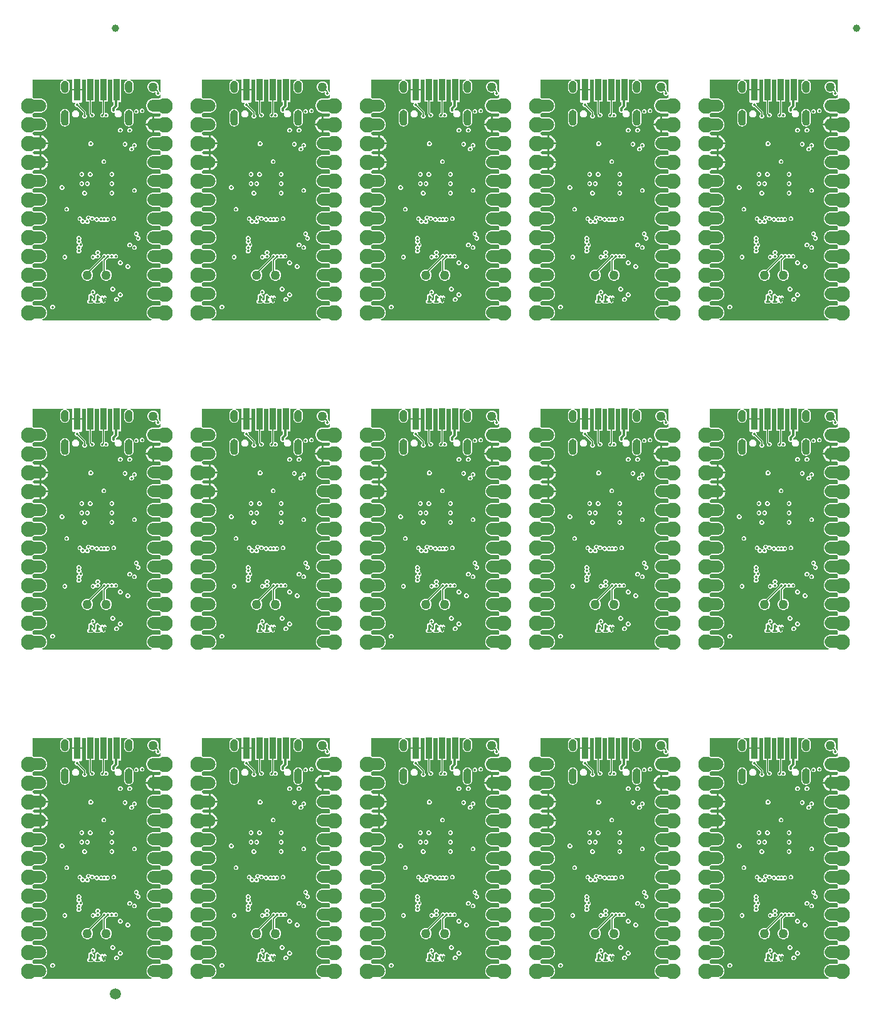
<source format=gbl>
G04 EAGLE Gerber RS-274X export*
G75*
%MOMM*%
%FSLAX34Y34*%
%LPD*%
%INBottom Copper*%
%IPPOS*%
%AMOC8*
5,1,8,0,0,1.08239X$1,22.5*%
G01*
%ADD10C,0.254000*%
%ADD11C,1.256400*%
%ADD12C,2.106400*%
%ADD13R,0.900000X3.000000*%
%ADD14C,0.600000*%
%ADD15C,1.270000*%
%ADD16C,1.000000*%
%ADD17C,1.500000*%
%ADD18C,0.352400*%
%ADD19C,0.127000*%
%ADD20C,0.304800*%
%ADD21C,0.177800*%

G36*
X1076886Y891552D02*
X1076886Y891552D01*
X1076943Y891553D01*
X1076983Y891572D01*
X1077027Y891580D01*
X1077074Y891612D01*
X1077126Y891636D01*
X1077156Y891668D01*
X1077193Y891693D01*
X1077224Y891741D01*
X1077263Y891783D01*
X1077278Y891824D01*
X1077302Y891861D01*
X1077312Y891917D01*
X1077332Y891971D01*
X1077330Y892015D01*
X1077337Y892058D01*
X1077325Y892114D01*
X1077322Y892171D01*
X1077302Y892215D01*
X1077294Y892254D01*
X1077269Y892288D01*
X1077248Y892335D01*
X1077172Y892446D01*
X1077128Y892489D01*
X1077090Y892539D01*
X1077054Y892561D01*
X1077028Y892585D01*
X1076986Y892602D01*
X1076936Y892632D01*
X1076606Y892759D01*
X1076544Y892769D01*
X1076485Y892789D01*
X1076443Y892787D01*
X1076408Y892793D01*
X1076363Y892782D01*
X1076321Y892780D01*
X1075973Y892993D01*
X1075934Y893007D01*
X1075890Y893034D01*
X1075509Y893180D01*
X1075482Y893218D01*
X1075454Y893274D01*
X1075423Y893302D01*
X1075402Y893331D01*
X1075363Y893355D01*
X1075320Y893394D01*
X1075018Y893579D01*
X1074960Y893600D01*
X1074905Y893630D01*
X1074863Y893635D01*
X1074830Y893648D01*
X1074784Y893645D01*
X1074742Y893651D01*
X1074439Y893924D01*
X1074403Y893945D01*
X1074365Y893979D01*
X1074017Y894193D01*
X1073997Y894235D01*
X1073980Y894295D01*
X1073954Y894328D01*
X1073939Y894360D01*
X1073905Y894391D01*
X1073870Y894437D01*
X1073607Y894674D01*
X1073553Y894706D01*
X1073505Y894745D01*
X1073465Y894758D01*
X1073434Y894776D01*
X1073389Y894782D01*
X1073348Y894795D01*
X1073101Y895119D01*
X1073069Y895147D01*
X1073037Y895187D01*
X1072734Y895461D01*
X1072723Y895505D01*
X1072717Y895567D01*
X1072697Y895605D01*
X1072689Y895639D01*
X1072661Y895676D01*
X1072634Y895727D01*
X1072419Y896009D01*
X1072372Y896050D01*
X1072332Y896097D01*
X1072295Y896117D01*
X1072268Y896140D01*
X1072225Y896155D01*
X1072187Y896175D01*
X1072003Y896538D01*
X1071977Y896571D01*
X1071953Y896617D01*
X1071705Y896941D01*
X1071702Y896987D01*
X1071707Y897049D01*
X1071695Y897090D01*
X1071692Y897125D01*
X1071672Y897166D01*
X1071655Y897222D01*
X1071495Y897537D01*
X1071456Y897586D01*
X1071426Y897640D01*
X1071392Y897667D01*
X1071370Y897695D01*
X1071330Y897717D01*
X1071297Y897743D01*
X1071182Y898134D01*
X1071162Y898171D01*
X1071148Y898221D01*
X1070963Y898585D01*
X1070968Y898631D01*
X1070985Y898690D01*
X1070980Y898733D01*
X1070984Y898768D01*
X1070971Y898812D01*
X1070965Y898870D01*
X1070865Y899209D01*
X1070836Y899264D01*
X1070816Y899323D01*
X1070788Y899355D01*
X1070771Y899386D01*
X1070736Y899416D01*
X1070708Y899448D01*
X1070666Y899853D01*
X1070654Y899893D01*
X1070648Y899944D01*
X1070533Y900336D01*
X1070546Y900380D01*
X1070574Y900436D01*
X1070577Y900478D01*
X1070587Y900512D01*
X1070583Y900558D01*
X1070587Y900616D01*
X1070551Y900967D01*
X1070532Y901027D01*
X1070523Y901088D01*
X1070502Y901125D01*
X1070491Y901158D01*
X1070462Y901194D01*
X1070440Y901230D01*
X1070473Y901637D01*
X1070469Y901670D01*
X1070473Y901696D01*
X1070470Y901710D01*
X1070472Y901730D01*
X1070430Y902137D01*
X1070451Y902177D01*
X1070488Y902227D01*
X1070499Y902268D01*
X1070515Y902299D01*
X1070519Y902345D01*
X1070534Y902401D01*
X1070563Y902771D01*
X1070556Y902831D01*
X1070558Y902891D01*
X1070544Y902933D01*
X1070539Y902970D01*
X1070517Y903009D01*
X1070501Y903055D01*
X1070607Y903440D01*
X1070610Y903483D01*
X1070624Y903535D01*
X1070656Y903932D01*
X1070689Y903975D01*
X1070733Y904016D01*
X1070753Y904056D01*
X1070775Y904085D01*
X1070787Y904128D01*
X1070811Y904178D01*
X1070912Y904543D01*
X1070917Y904603D01*
X1070931Y904662D01*
X1070924Y904706D01*
X1070927Y904743D01*
X1070912Y904785D01*
X1070905Y904834D01*
X1071082Y905191D01*
X1071093Y905233D01*
X1071117Y905281D01*
X1071223Y905666D01*
X1071264Y905701D01*
X1071315Y905733D01*
X1071341Y905769D01*
X1071369Y905793D01*
X1071389Y905833D01*
X1071422Y905878D01*
X1071590Y906217D01*
X1071606Y906275D01*
X1071631Y906331D01*
X1071633Y906375D01*
X1071642Y906411D01*
X1071636Y906455D01*
X1071638Y906504D01*
X1071880Y906822D01*
X1071899Y906860D01*
X1071931Y906904D01*
X1072108Y907261D01*
X1072154Y907288D01*
X1072211Y907309D01*
X1072243Y907340D01*
X1072275Y907358D01*
X1072302Y907393D01*
X1072343Y907431D01*
X1072573Y907733D01*
X1072599Y907787D01*
X1072634Y907837D01*
X1072644Y907880D01*
X1072660Y907913D01*
X1072663Y907958D01*
X1072674Y908006D01*
X1072971Y908272D01*
X1072997Y908306D01*
X1073037Y908342D01*
X1073278Y908660D01*
X1073329Y908678D01*
X1073388Y908688D01*
X1073426Y908711D01*
X1073461Y908724D01*
X1073494Y908753D01*
X1073542Y908783D01*
X1073824Y909035D01*
X1073860Y909084D01*
X1073904Y909126D01*
X1073922Y909166D01*
X1073944Y909196D01*
X1073955Y909239D01*
X1073975Y909284D01*
X1074317Y909489D01*
X1074349Y909518D01*
X1074395Y909546D01*
X1074692Y909812D01*
X1074745Y909820D01*
X1074806Y909819D01*
X1074847Y909835D01*
X1074884Y909840D01*
X1074922Y909863D01*
X1074974Y909883D01*
X1075299Y910078D01*
X1075344Y910118D01*
X1075394Y910151D01*
X1075420Y910188D01*
X1075447Y910213D01*
X1075466Y910253D01*
X1075494Y910293D01*
X1075869Y910430D01*
X1075906Y910452D01*
X1075956Y910471D01*
X1076298Y910677D01*
X1076352Y910674D01*
X1076411Y910662D01*
X1076455Y910669D01*
X1076492Y910668D01*
X1076534Y910683D01*
X1076589Y910692D01*
X1076945Y910822D01*
X1076996Y910854D01*
X1077052Y910877D01*
X1077084Y910908D01*
X1077116Y910927D01*
X1077141Y910961D01*
X1077151Y910968D01*
X1077157Y910977D01*
X1077177Y910997D01*
X1077571Y911060D01*
X1077611Y911075D01*
X1077664Y911085D01*
X1078039Y911221D01*
X1078091Y911209D01*
X1078147Y911185D01*
X1078192Y911185D01*
X1078227Y911176D01*
X1078271Y911183D01*
X1078327Y911182D01*
X1078669Y911237D01*
X1078733Y911261D01*
X1078800Y911276D01*
X1078829Y911297D01*
X1078857Y911307D01*
X1078893Y911342D01*
X1078909Y911353D01*
X1079348Y911353D01*
X1079384Y911360D01*
X1079428Y911359D01*
X1079863Y911429D01*
X1079881Y911421D01*
X1079939Y911385D01*
X1079974Y911378D01*
X1080002Y911366D01*
X1080052Y911364D01*
X1080116Y911353D01*
X1087951Y911353D01*
X1087959Y911354D01*
X1087967Y911353D01*
X1088056Y911374D01*
X1088148Y911392D01*
X1088154Y911397D01*
X1088162Y911399D01*
X1088310Y911501D01*
X1088514Y911706D01*
X1089346Y912050D01*
X1089352Y912054D01*
X1089358Y912055D01*
X1089435Y912110D01*
X1089513Y912162D01*
X1089516Y912168D01*
X1089521Y912171D01*
X1089571Y912251D01*
X1089623Y912330D01*
X1089624Y912336D01*
X1089627Y912342D01*
X1089659Y912519D01*
X1089659Y916281D01*
X1089658Y916287D01*
X1089659Y916294D01*
X1089638Y916385D01*
X1089620Y916477D01*
X1089616Y916483D01*
X1089615Y916489D01*
X1089560Y916566D01*
X1089507Y916643D01*
X1089502Y916647D01*
X1089498Y916652D01*
X1089346Y916750D01*
X1088514Y917094D01*
X1088310Y917299D01*
X1088303Y917303D01*
X1088299Y917309D01*
X1088220Y917359D01*
X1088143Y917410D01*
X1088135Y917411D01*
X1088128Y917415D01*
X1087951Y917447D01*
X1080092Y917447D01*
X1080031Y917435D01*
X1079968Y917432D01*
X1079930Y917415D01*
X1079895Y917408D01*
X1079857Y917382D01*
X1079819Y917364D01*
X1079417Y917439D01*
X1079376Y917438D01*
X1079325Y917447D01*
X1078917Y917447D01*
X1078878Y917473D01*
X1078832Y917515D01*
X1078793Y917530D01*
X1078763Y917549D01*
X1078718Y917558D01*
X1078664Y917578D01*
X1078316Y917643D01*
X1078254Y917642D01*
X1078192Y917650D01*
X1078151Y917640D01*
X1078115Y917640D01*
X1078073Y917621D01*
X1078032Y917611D01*
X1077652Y917757D01*
X1077610Y917764D01*
X1077562Y917783D01*
X1077161Y917857D01*
X1077128Y917889D01*
X1077090Y917939D01*
X1077054Y917961D01*
X1077028Y917985D01*
X1076986Y918002D01*
X1076936Y918032D01*
X1076606Y918159D01*
X1076544Y918169D01*
X1076485Y918189D01*
X1076443Y918187D01*
X1076408Y918193D01*
X1076363Y918182D01*
X1076321Y918180D01*
X1075973Y918393D01*
X1075934Y918407D01*
X1075890Y918434D01*
X1075509Y918580D01*
X1075482Y918618D01*
X1075454Y918674D01*
X1075423Y918702D01*
X1075402Y918731D01*
X1075363Y918755D01*
X1075320Y918794D01*
X1075018Y918979D01*
X1074960Y919000D01*
X1074905Y919030D01*
X1074863Y919035D01*
X1074830Y919048D01*
X1074784Y919045D01*
X1074742Y919051D01*
X1074439Y919324D01*
X1074403Y919345D01*
X1074365Y919379D01*
X1074017Y919593D01*
X1074005Y919619D01*
X1073999Y919645D01*
X1073991Y919656D01*
X1073980Y919694D01*
X1073954Y919728D01*
X1073939Y919760D01*
X1073905Y919791D01*
X1073870Y919837D01*
X1073607Y920074D01*
X1073553Y920106D01*
X1073505Y920145D01*
X1073465Y920158D01*
X1073434Y920176D01*
X1073389Y920182D01*
X1073348Y920195D01*
X1073100Y920519D01*
X1073069Y920547D01*
X1073037Y920587D01*
X1072734Y920861D01*
X1072723Y920905D01*
X1072717Y920967D01*
X1072697Y921005D01*
X1072689Y921039D01*
X1072661Y921076D01*
X1072634Y921127D01*
X1072419Y921409D01*
X1072372Y921450D01*
X1072332Y921497D01*
X1072295Y921517D01*
X1072268Y921540D01*
X1072225Y921555D01*
X1072187Y921575D01*
X1072003Y921938D01*
X1071977Y921971D01*
X1071953Y922017D01*
X1071705Y922341D01*
X1071702Y922387D01*
X1071707Y922449D01*
X1071695Y922490D01*
X1071692Y922525D01*
X1071672Y922566D01*
X1071655Y922622D01*
X1071495Y922937D01*
X1071456Y922986D01*
X1071426Y923040D01*
X1071393Y923067D01*
X1071371Y923095D01*
X1071330Y923117D01*
X1071297Y923143D01*
X1071182Y923534D01*
X1071162Y923571D01*
X1071148Y923621D01*
X1070963Y923985D01*
X1070968Y924031D01*
X1070985Y924090D01*
X1070980Y924133D01*
X1070984Y924168D01*
X1070971Y924212D01*
X1070965Y924270D01*
X1070865Y924609D01*
X1070836Y924664D01*
X1070816Y924723D01*
X1070788Y924755D01*
X1070771Y924786D01*
X1070736Y924816D01*
X1070708Y924848D01*
X1070666Y925253D01*
X1070654Y925293D01*
X1070648Y925344D01*
X1070533Y925736D01*
X1070546Y925780D01*
X1070574Y925836D01*
X1070577Y925878D01*
X1070587Y925912D01*
X1070583Y925958D01*
X1070587Y926016D01*
X1070551Y926367D01*
X1070532Y926427D01*
X1070523Y926488D01*
X1070502Y926525D01*
X1070491Y926558D01*
X1070461Y926594D01*
X1070440Y926630D01*
X1070473Y927037D01*
X1070471Y927053D01*
X1070472Y927059D01*
X1070468Y927076D01*
X1070468Y927078D01*
X1070472Y927130D01*
X1070430Y927537D01*
X1070451Y927577D01*
X1070488Y927627D01*
X1070499Y927668D01*
X1070515Y927699D01*
X1070519Y927745D01*
X1070534Y927801D01*
X1070563Y928171D01*
X1070556Y928231D01*
X1070558Y928291D01*
X1070544Y928333D01*
X1070539Y928370D01*
X1070517Y928409D01*
X1070501Y928455D01*
X1070607Y928840D01*
X1070610Y928883D01*
X1070624Y928935D01*
X1070656Y929332D01*
X1070689Y929375D01*
X1070733Y929416D01*
X1070753Y929456D01*
X1070775Y929485D01*
X1070787Y929528D01*
X1070811Y929578D01*
X1070912Y929943D01*
X1070917Y930003D01*
X1070931Y930062D01*
X1070925Y930098D01*
X1070926Y930102D01*
X1070924Y930110D01*
X1070927Y930143D01*
X1070912Y930185D01*
X1070905Y930234D01*
X1071082Y930591D01*
X1071093Y930633D01*
X1071117Y930681D01*
X1071223Y931066D01*
X1071264Y931101D01*
X1071315Y931133D01*
X1071341Y931169D01*
X1071369Y931193D01*
X1071389Y931233D01*
X1071422Y931278D01*
X1071590Y931617D01*
X1071606Y931675D01*
X1071631Y931731D01*
X1071633Y931775D01*
X1071642Y931811D01*
X1071636Y931855D01*
X1071638Y931904D01*
X1071880Y932222D01*
X1071899Y932260D01*
X1071931Y932304D01*
X1072108Y932661D01*
X1072115Y932665D01*
X1072127Y932668D01*
X1072161Y932690D01*
X1072211Y932709D01*
X1072243Y932740D01*
X1072275Y932758D01*
X1072292Y932779D01*
X1072293Y932780D01*
X1072297Y932787D01*
X1072302Y932793D01*
X1072343Y932831D01*
X1072573Y933133D01*
X1072599Y933187D01*
X1072634Y933237D01*
X1072644Y933280D01*
X1072660Y933313D01*
X1072663Y933358D01*
X1072674Y933406D01*
X1072971Y933672D01*
X1072997Y933706D01*
X1073037Y933742D01*
X1073278Y934060D01*
X1073329Y934078D01*
X1073388Y934088D01*
X1073426Y934111D01*
X1073461Y934124D01*
X1073494Y934153D01*
X1073542Y934183D01*
X1073824Y934435D01*
X1073860Y934484D01*
X1073904Y934526D01*
X1073922Y934566D01*
X1073944Y934596D01*
X1073955Y934639D01*
X1073975Y934684D01*
X1074317Y934889D01*
X1074349Y934918D01*
X1074395Y934946D01*
X1074692Y935212D01*
X1074745Y935220D01*
X1074806Y935219D01*
X1074847Y935235D01*
X1074884Y935240D01*
X1074922Y935263D01*
X1074974Y935283D01*
X1075299Y935478D01*
X1075344Y935518D01*
X1075394Y935551D01*
X1075420Y935588D01*
X1075447Y935613D01*
X1075466Y935653D01*
X1075494Y935693D01*
X1075869Y935830D01*
X1075906Y935852D01*
X1075956Y935871D01*
X1076298Y936077D01*
X1076352Y936074D01*
X1076411Y936062D01*
X1076455Y936069D01*
X1076492Y936068D01*
X1076534Y936083D01*
X1076589Y936092D01*
X1076945Y936222D01*
X1076996Y936254D01*
X1077052Y936277D01*
X1077084Y936308D01*
X1077116Y936327D01*
X1077142Y936363D01*
X1077177Y936397D01*
X1077571Y936460D01*
X1077611Y936475D01*
X1077664Y936485D01*
X1078039Y936621D01*
X1078091Y936609D01*
X1078147Y936585D01*
X1078192Y936585D01*
X1078227Y936576D01*
X1078271Y936583D01*
X1078327Y936582D01*
X1078669Y936637D01*
X1078733Y936661D01*
X1078800Y936676D01*
X1078829Y936697D01*
X1078857Y936707D01*
X1078893Y936742D01*
X1078909Y936753D01*
X1079348Y936753D01*
X1079384Y936760D01*
X1079428Y936759D01*
X1079863Y936829D01*
X1079881Y936821D01*
X1079939Y936785D01*
X1079974Y936778D01*
X1080002Y936766D01*
X1080052Y936764D01*
X1080116Y936753D01*
X1087951Y936753D01*
X1087959Y936754D01*
X1087967Y936753D01*
X1088056Y936774D01*
X1088148Y936792D01*
X1088154Y936797D01*
X1088162Y936799D01*
X1088310Y936901D01*
X1088514Y937106D01*
X1088821Y937233D01*
X1089346Y937450D01*
X1089352Y937454D01*
X1089358Y937455D01*
X1089435Y937510D01*
X1089513Y937562D01*
X1089516Y937568D01*
X1089521Y937571D01*
X1089571Y937651D01*
X1089623Y937730D01*
X1089624Y937736D01*
X1089627Y937742D01*
X1089659Y937919D01*
X1089659Y941681D01*
X1089658Y941687D01*
X1089659Y941694D01*
X1089638Y941785D01*
X1089620Y941877D01*
X1089616Y941883D01*
X1089615Y941889D01*
X1089560Y941966D01*
X1089507Y942043D01*
X1089502Y942047D01*
X1089498Y942052D01*
X1089346Y942150D01*
X1088514Y942494D01*
X1088310Y942699D01*
X1088303Y942703D01*
X1088299Y942709D01*
X1088220Y942759D01*
X1088143Y942810D01*
X1088135Y942811D01*
X1088128Y942815D01*
X1087951Y942847D01*
X1080092Y942847D01*
X1080031Y942835D01*
X1079968Y942832D01*
X1079930Y942815D01*
X1079895Y942808D01*
X1079857Y942782D01*
X1079819Y942764D01*
X1079417Y942839D01*
X1079376Y942838D01*
X1079325Y942847D01*
X1078917Y942847D01*
X1078878Y942873D01*
X1078832Y942915D01*
X1078793Y942930D01*
X1078763Y942949D01*
X1078718Y942958D01*
X1078664Y942978D01*
X1078316Y943043D01*
X1078254Y943042D01*
X1078192Y943050D01*
X1078151Y943040D01*
X1078115Y943040D01*
X1078073Y943021D01*
X1078032Y943011D01*
X1077652Y943157D01*
X1077610Y943164D01*
X1077562Y943183D01*
X1077161Y943257D01*
X1077128Y943289D01*
X1077090Y943339D01*
X1077054Y943361D01*
X1077028Y943385D01*
X1076986Y943402D01*
X1076936Y943432D01*
X1076606Y943559D01*
X1076544Y943569D01*
X1076485Y943589D01*
X1076443Y943587D01*
X1076408Y943593D01*
X1076363Y943582D01*
X1076321Y943580D01*
X1075973Y943793D01*
X1075934Y943807D01*
X1075890Y943834D01*
X1075509Y943980D01*
X1075482Y944018D01*
X1075454Y944074D01*
X1075423Y944102D01*
X1075402Y944131D01*
X1075363Y944155D01*
X1075320Y944194D01*
X1075018Y944379D01*
X1074960Y944400D01*
X1074905Y944430D01*
X1074863Y944435D01*
X1074830Y944448D01*
X1074784Y944445D01*
X1074742Y944451D01*
X1074439Y944724D01*
X1074403Y944745D01*
X1074365Y944779D01*
X1074017Y944993D01*
X1073997Y945035D01*
X1073980Y945095D01*
X1073954Y945128D01*
X1073939Y945160D01*
X1073905Y945191D01*
X1073870Y945237D01*
X1073607Y945474D01*
X1073553Y945506D01*
X1073505Y945545D01*
X1073465Y945558D01*
X1073434Y945576D01*
X1073389Y945582D01*
X1073348Y945595D01*
X1073101Y945919D01*
X1073069Y945947D01*
X1073037Y945987D01*
X1072734Y946261D01*
X1072723Y946305D01*
X1072717Y946367D01*
X1072697Y946405D01*
X1072689Y946439D01*
X1072661Y946476D01*
X1072634Y946527D01*
X1072419Y946809D01*
X1072372Y946850D01*
X1072332Y946897D01*
X1072295Y946917D01*
X1072268Y946940D01*
X1072225Y946955D01*
X1072187Y946975D01*
X1072003Y947338D01*
X1071977Y947371D01*
X1071953Y947417D01*
X1071705Y947741D01*
X1071702Y947787D01*
X1071707Y947849D01*
X1071695Y947890D01*
X1071692Y947925D01*
X1071672Y947966D01*
X1071655Y948022D01*
X1071495Y948337D01*
X1071456Y948386D01*
X1071426Y948440D01*
X1071392Y948467D01*
X1071370Y948495D01*
X1071330Y948517D01*
X1071297Y948543D01*
X1071182Y948934D01*
X1071162Y948971D01*
X1071148Y949021D01*
X1070963Y949385D01*
X1070968Y949431D01*
X1070985Y949490D01*
X1070980Y949533D01*
X1070984Y949568D01*
X1070971Y949612D01*
X1070965Y949670D01*
X1070865Y950009D01*
X1070836Y950064D01*
X1070833Y950074D01*
X1070831Y950080D01*
X1070830Y950083D01*
X1070816Y950123D01*
X1070788Y950155D01*
X1070771Y950186D01*
X1070736Y950216D01*
X1070732Y950220D01*
X1070715Y950244D01*
X1070708Y950248D01*
X1070666Y950653D01*
X1070654Y950693D01*
X1070648Y950744D01*
X1070533Y951136D01*
X1070546Y951180D01*
X1070574Y951236D01*
X1070577Y951278D01*
X1070587Y951312D01*
X1070583Y951358D01*
X1070587Y951416D01*
X1070551Y951767D01*
X1070532Y951827D01*
X1070523Y951888D01*
X1070502Y951925D01*
X1070491Y951958D01*
X1070461Y951994D01*
X1070440Y952030D01*
X1070473Y952437D01*
X1070468Y952478D01*
X1070472Y952530D01*
X1070430Y952936D01*
X1070451Y952977D01*
X1070488Y953027D01*
X1070499Y953068D01*
X1070515Y953099D01*
X1070519Y953145D01*
X1070534Y953201D01*
X1070563Y953571D01*
X1070556Y953631D01*
X1070558Y953691D01*
X1070544Y953733D01*
X1070539Y953770D01*
X1070517Y953809D01*
X1070501Y953855D01*
X1070607Y954240D01*
X1070610Y954283D01*
X1070624Y954335D01*
X1070656Y954732D01*
X1070689Y954775D01*
X1070733Y954816D01*
X1070753Y954856D01*
X1070775Y954885D01*
X1070787Y954928D01*
X1070811Y954978D01*
X1070912Y955343D01*
X1070917Y955403D01*
X1070931Y955462D01*
X1070924Y955506D01*
X1070927Y955543D01*
X1070912Y955585D01*
X1070905Y955634D01*
X1071082Y955991D01*
X1071093Y956033D01*
X1071117Y956081D01*
X1071223Y956466D01*
X1071264Y956501D01*
X1071315Y956533D01*
X1071341Y956569D01*
X1071369Y956593D01*
X1071389Y956633D01*
X1071422Y956678D01*
X1071590Y957017D01*
X1071606Y957075D01*
X1071631Y957131D01*
X1071633Y957175D01*
X1071642Y957211D01*
X1071636Y957255D01*
X1071638Y957304D01*
X1071880Y957622D01*
X1071899Y957660D01*
X1071931Y957703D01*
X1072108Y958061D01*
X1072154Y958088D01*
X1072211Y958109D01*
X1072243Y958140D01*
X1072275Y958158D01*
X1072302Y958193D01*
X1072343Y958231D01*
X1072573Y958533D01*
X1072599Y958587D01*
X1072634Y958637D01*
X1072644Y958680D01*
X1072660Y958713D01*
X1072663Y958758D01*
X1072674Y958806D01*
X1072971Y959072D01*
X1072997Y959106D01*
X1073037Y959142D01*
X1073278Y959460D01*
X1073329Y959478D01*
X1073388Y959488D01*
X1073426Y959511D01*
X1073461Y959523D01*
X1073494Y959553D01*
X1073542Y959583D01*
X1073824Y959835D01*
X1073860Y959884D01*
X1073904Y959926D01*
X1073922Y959966D01*
X1073944Y959996D01*
X1073955Y960039D01*
X1073975Y960084D01*
X1074317Y960289D01*
X1074349Y960318D01*
X1074395Y960346D01*
X1074692Y960612D01*
X1074745Y960620D01*
X1074806Y960619D01*
X1074847Y960635D01*
X1074884Y960640D01*
X1074922Y960663D01*
X1074974Y960683D01*
X1075299Y960878D01*
X1075344Y960918D01*
X1075394Y960951D01*
X1075420Y960988D01*
X1075447Y961013D01*
X1075466Y961053D01*
X1075494Y961093D01*
X1075869Y961230D01*
X1075906Y961252D01*
X1075956Y961271D01*
X1076298Y961477D01*
X1076352Y961474D01*
X1076411Y961462D01*
X1076455Y961469D01*
X1076492Y961468D01*
X1076534Y961483D01*
X1076589Y961492D01*
X1076945Y961622D01*
X1076996Y961654D01*
X1077052Y961677D01*
X1077084Y961707D01*
X1077116Y961727D01*
X1077142Y961763D01*
X1077177Y961797D01*
X1077571Y961860D01*
X1077611Y961875D01*
X1077664Y961885D01*
X1078039Y962021D01*
X1078091Y962009D01*
X1078147Y961985D01*
X1078192Y961985D01*
X1078227Y961976D01*
X1078271Y961983D01*
X1078327Y961982D01*
X1078669Y962037D01*
X1078733Y962061D01*
X1078800Y962076D01*
X1078829Y962097D01*
X1078857Y962107D01*
X1078893Y962142D01*
X1078909Y962153D01*
X1079348Y962153D01*
X1079384Y962160D01*
X1079428Y962159D01*
X1079863Y962229D01*
X1079881Y962221D01*
X1079939Y962185D01*
X1079974Y962178D01*
X1080002Y962166D01*
X1080052Y962164D01*
X1080116Y962153D01*
X1087951Y962153D01*
X1087959Y962154D01*
X1087967Y962153D01*
X1088056Y962174D01*
X1088148Y962192D01*
X1088154Y962197D01*
X1088162Y962199D01*
X1088310Y962301D01*
X1088514Y962506D01*
X1088730Y962595D01*
X1089346Y962850D01*
X1089352Y962854D01*
X1089358Y962855D01*
X1089435Y962910D01*
X1089513Y962962D01*
X1089516Y962968D01*
X1089521Y962971D01*
X1089571Y963051D01*
X1089623Y963130D01*
X1089624Y963136D01*
X1089627Y963142D01*
X1089659Y963319D01*
X1089659Y967081D01*
X1089658Y967087D01*
X1089659Y967094D01*
X1089638Y967185D01*
X1089620Y967277D01*
X1089616Y967283D01*
X1089615Y967289D01*
X1089560Y967366D01*
X1089507Y967443D01*
X1089502Y967447D01*
X1089498Y967452D01*
X1089346Y967550D01*
X1088514Y967894D01*
X1088310Y968099D01*
X1088303Y968103D01*
X1088299Y968109D01*
X1088220Y968159D01*
X1088143Y968210D01*
X1088135Y968211D01*
X1088128Y968215D01*
X1087951Y968247D01*
X1080092Y968247D01*
X1080031Y968235D01*
X1079968Y968232D01*
X1079930Y968215D01*
X1079895Y968208D01*
X1079857Y968182D01*
X1079819Y968164D01*
X1079417Y968239D01*
X1079376Y968238D01*
X1079325Y968247D01*
X1078917Y968247D01*
X1078878Y968273D01*
X1078832Y968315D01*
X1078793Y968330D01*
X1078763Y968349D01*
X1078718Y968358D01*
X1078664Y968378D01*
X1078316Y968443D01*
X1078254Y968442D01*
X1078192Y968450D01*
X1078151Y968440D01*
X1078115Y968440D01*
X1078073Y968421D01*
X1078032Y968411D01*
X1077652Y968557D01*
X1077610Y968564D01*
X1077562Y968583D01*
X1077161Y968657D01*
X1077128Y968689D01*
X1077090Y968739D01*
X1077054Y968761D01*
X1077028Y968785D01*
X1076986Y968802D01*
X1076936Y968832D01*
X1076606Y968959D01*
X1076544Y968969D01*
X1076485Y968989D01*
X1076443Y968987D01*
X1076408Y968993D01*
X1076363Y968982D01*
X1076321Y968980D01*
X1075973Y969193D01*
X1075934Y969207D01*
X1075890Y969234D01*
X1075509Y969380D01*
X1075482Y969418D01*
X1075454Y969474D01*
X1075423Y969502D01*
X1075402Y969531D01*
X1075363Y969555D01*
X1075320Y969594D01*
X1075018Y969779D01*
X1074960Y969800D01*
X1074905Y969830D01*
X1074863Y969835D01*
X1074830Y969848D01*
X1074784Y969845D01*
X1074742Y969851D01*
X1074439Y970124D01*
X1074403Y970145D01*
X1074365Y970179D01*
X1074017Y970393D01*
X1073997Y970435D01*
X1073980Y970495D01*
X1073954Y970528D01*
X1073939Y970560D01*
X1073905Y970591D01*
X1073870Y970637D01*
X1073607Y970874D01*
X1073553Y970906D01*
X1073505Y970945D01*
X1073465Y970958D01*
X1073434Y970976D01*
X1073389Y970982D01*
X1073348Y970995D01*
X1073101Y971319D01*
X1073069Y971347D01*
X1073037Y971387D01*
X1072734Y971661D01*
X1072723Y971705D01*
X1072717Y971767D01*
X1072697Y971805D01*
X1072689Y971839D01*
X1072661Y971876D01*
X1072634Y971927D01*
X1072419Y972209D01*
X1072372Y972250D01*
X1072332Y972297D01*
X1072295Y972317D01*
X1072268Y972340D01*
X1072225Y972355D01*
X1072187Y972375D01*
X1072003Y972738D01*
X1071977Y972771D01*
X1071953Y972817D01*
X1071705Y973141D01*
X1071702Y973187D01*
X1071707Y973249D01*
X1071695Y973290D01*
X1071692Y973325D01*
X1071672Y973366D01*
X1071661Y973403D01*
X1071658Y973414D01*
X1071657Y973416D01*
X1071655Y973422D01*
X1071495Y973737D01*
X1071456Y973786D01*
X1071426Y973840D01*
X1071392Y973867D01*
X1071370Y973895D01*
X1071330Y973917D01*
X1071297Y973943D01*
X1071182Y974334D01*
X1071162Y974371D01*
X1071148Y974421D01*
X1070963Y974785D01*
X1070968Y974831D01*
X1070985Y974890D01*
X1070980Y974933D01*
X1070984Y974968D01*
X1070971Y975012D01*
X1070965Y975070D01*
X1070865Y975409D01*
X1070853Y975432D01*
X1070850Y975443D01*
X1070837Y975461D01*
X1070836Y975464D01*
X1070816Y975523D01*
X1070788Y975555D01*
X1070771Y975586D01*
X1070736Y975616D01*
X1070708Y975648D01*
X1070666Y976053D01*
X1070654Y976093D01*
X1070648Y976144D01*
X1070533Y976536D01*
X1070537Y976549D01*
X1070552Y976572D01*
X1070557Y976602D01*
X1070574Y976636D01*
X1070577Y976678D01*
X1070587Y976712D01*
X1070584Y976749D01*
X1070587Y976769D01*
X1070585Y976781D01*
X1070587Y976816D01*
X1070551Y977167D01*
X1070532Y977227D01*
X1070523Y977288D01*
X1070502Y977325D01*
X1070491Y977358D01*
X1070461Y977394D01*
X1070440Y977430D01*
X1070473Y977837D01*
X1070468Y977878D01*
X1070472Y977930D01*
X1070430Y978336D01*
X1070451Y978377D01*
X1070488Y978427D01*
X1070499Y978468D01*
X1070515Y978499D01*
X1070519Y978545D01*
X1070534Y978601D01*
X1070563Y978971D01*
X1070556Y979031D01*
X1070558Y979091D01*
X1070544Y979133D01*
X1070539Y979170D01*
X1070517Y979209D01*
X1070501Y979255D01*
X1070607Y979640D01*
X1070610Y979683D01*
X1070624Y979735D01*
X1070656Y980132D01*
X1070689Y980175D01*
X1070733Y980216D01*
X1070753Y980256D01*
X1070775Y980285D01*
X1070787Y980328D01*
X1070811Y980378D01*
X1070912Y980743D01*
X1070917Y980803D01*
X1070931Y980862D01*
X1070924Y980906D01*
X1070927Y980943D01*
X1070912Y980985D01*
X1070905Y981034D01*
X1071082Y981391D01*
X1071093Y981433D01*
X1071117Y981481D01*
X1071223Y981866D01*
X1071264Y981901D01*
X1071315Y981933D01*
X1071341Y981969D01*
X1071369Y981993D01*
X1071389Y982033D01*
X1071422Y982078D01*
X1071590Y982417D01*
X1071606Y982475D01*
X1071631Y982531D01*
X1071633Y982575D01*
X1071642Y982611D01*
X1071636Y982655D01*
X1071638Y982704D01*
X1071880Y983022D01*
X1071899Y983060D01*
X1071931Y983103D01*
X1072108Y983461D01*
X1072154Y983488D01*
X1072211Y983509D01*
X1072243Y983540D01*
X1072275Y983558D01*
X1072302Y983593D01*
X1072343Y983631D01*
X1072573Y983933D01*
X1072599Y983987D01*
X1072634Y984037D01*
X1072644Y984080D01*
X1072660Y984113D01*
X1072663Y984158D01*
X1072674Y984206D01*
X1072971Y984472D01*
X1072997Y984506D01*
X1073005Y984513D01*
X1073014Y984520D01*
X1073018Y984525D01*
X1073037Y984542D01*
X1073278Y984860D01*
X1073329Y984878D01*
X1073388Y984888D01*
X1073426Y984911D01*
X1073461Y984923D01*
X1073494Y984953D01*
X1073542Y984983D01*
X1073824Y985235D01*
X1073860Y985284D01*
X1073904Y985326D01*
X1073922Y985366D01*
X1073944Y985396D01*
X1073955Y985439D01*
X1073975Y985484D01*
X1074317Y985689D01*
X1074349Y985718D01*
X1074395Y985746D01*
X1074692Y986012D01*
X1074745Y986020D01*
X1074806Y986019D01*
X1074847Y986035D01*
X1074884Y986040D01*
X1074922Y986063D01*
X1074974Y986083D01*
X1075299Y986278D01*
X1075344Y986318D01*
X1075394Y986351D01*
X1075420Y986388D01*
X1075447Y986413D01*
X1075466Y986453D01*
X1075494Y986493D01*
X1075869Y986630D01*
X1075906Y986652D01*
X1075956Y986671D01*
X1076298Y986877D01*
X1076352Y986874D01*
X1076411Y986862D01*
X1076455Y986869D01*
X1076492Y986868D01*
X1076534Y986883D01*
X1076589Y986892D01*
X1076945Y987022D01*
X1076996Y987054D01*
X1077052Y987077D01*
X1077084Y987108D01*
X1077116Y987127D01*
X1077142Y987163D01*
X1077177Y987197D01*
X1077571Y987260D01*
X1077611Y987275D01*
X1077664Y987285D01*
X1078039Y987421D01*
X1078091Y987409D01*
X1078147Y987385D01*
X1078192Y987385D01*
X1078227Y987376D01*
X1078271Y987383D01*
X1078327Y987382D01*
X1078669Y987437D01*
X1078733Y987461D01*
X1078800Y987476D01*
X1078829Y987497D01*
X1078857Y987507D01*
X1078893Y987542D01*
X1078909Y987553D01*
X1079348Y987553D01*
X1079384Y987560D01*
X1079428Y987559D01*
X1079863Y987629D01*
X1079881Y987621D01*
X1079939Y987585D01*
X1079974Y987578D01*
X1080002Y987566D01*
X1080052Y987564D01*
X1080116Y987553D01*
X1087951Y987553D01*
X1087959Y987554D01*
X1087967Y987553D01*
X1088056Y987574D01*
X1088148Y987592D01*
X1088154Y987597D01*
X1088162Y987599D01*
X1088310Y987701D01*
X1088514Y987906D01*
X1089346Y988250D01*
X1089352Y988254D01*
X1089358Y988255D01*
X1089435Y988310D01*
X1089513Y988362D01*
X1089516Y988368D01*
X1089521Y988371D01*
X1089571Y988451D01*
X1089623Y988530D01*
X1089624Y988536D01*
X1089627Y988542D01*
X1089659Y988719D01*
X1089659Y992481D01*
X1089658Y992487D01*
X1089659Y992494D01*
X1089638Y992585D01*
X1089620Y992677D01*
X1089616Y992683D01*
X1089615Y992689D01*
X1089560Y992766D01*
X1089507Y992843D01*
X1089502Y992847D01*
X1089498Y992852D01*
X1089346Y992950D01*
X1088514Y993294D01*
X1088310Y993499D01*
X1088303Y993503D01*
X1088299Y993509D01*
X1088220Y993559D01*
X1088143Y993610D01*
X1088135Y993611D01*
X1088128Y993615D01*
X1087951Y993647D01*
X1080092Y993647D01*
X1080031Y993635D01*
X1079968Y993632D01*
X1079930Y993615D01*
X1079895Y993608D01*
X1079857Y993582D01*
X1079819Y993564D01*
X1079417Y993639D01*
X1079376Y993638D01*
X1079325Y993647D01*
X1078917Y993647D01*
X1078878Y993673D01*
X1078832Y993715D01*
X1078793Y993730D01*
X1078763Y993749D01*
X1078718Y993758D01*
X1078664Y993778D01*
X1078316Y993843D01*
X1078254Y993842D01*
X1078192Y993850D01*
X1078151Y993840D01*
X1078115Y993840D01*
X1078073Y993821D01*
X1078032Y993811D01*
X1077652Y993957D01*
X1077610Y993964D01*
X1077562Y993983D01*
X1077161Y994057D01*
X1077128Y994089D01*
X1077090Y994139D01*
X1077054Y994161D01*
X1077028Y994185D01*
X1076986Y994202D01*
X1076936Y994232D01*
X1076606Y994359D01*
X1076544Y994369D01*
X1076485Y994389D01*
X1076443Y994387D01*
X1076408Y994393D01*
X1076363Y994382D01*
X1076321Y994380D01*
X1075973Y994593D01*
X1075934Y994607D01*
X1075890Y994634D01*
X1075509Y994780D01*
X1075482Y994818D01*
X1075454Y994874D01*
X1075423Y994902D01*
X1075402Y994931D01*
X1075363Y994955D01*
X1075320Y994994D01*
X1075018Y995179D01*
X1074960Y995200D01*
X1074905Y995230D01*
X1074863Y995235D01*
X1074830Y995248D01*
X1074784Y995245D01*
X1074742Y995251D01*
X1074439Y995524D01*
X1074403Y995545D01*
X1074365Y995579D01*
X1074017Y995793D01*
X1073997Y995835D01*
X1073980Y995895D01*
X1073954Y995928D01*
X1073939Y995960D01*
X1073905Y995991D01*
X1073870Y996037D01*
X1073607Y996274D01*
X1073553Y996306D01*
X1073505Y996345D01*
X1073465Y996358D01*
X1073434Y996376D01*
X1073389Y996382D01*
X1073348Y996395D01*
X1073101Y996719D01*
X1073069Y996747D01*
X1073037Y996787D01*
X1072734Y997061D01*
X1072723Y997105D01*
X1072717Y997167D01*
X1072697Y997205D01*
X1072689Y997239D01*
X1072661Y997276D01*
X1072634Y997327D01*
X1072419Y997609D01*
X1072372Y997650D01*
X1072332Y997697D01*
X1072295Y997717D01*
X1072268Y997740D01*
X1072225Y997755D01*
X1072187Y997775D01*
X1072003Y998138D01*
X1071977Y998171D01*
X1071953Y998217D01*
X1071705Y998541D01*
X1071704Y998560D01*
X1071707Y998581D01*
X1071703Y998601D01*
X1071707Y998649D01*
X1071695Y998690D01*
X1071692Y998725D01*
X1071672Y998766D01*
X1071655Y998822D01*
X1071495Y999137D01*
X1071456Y999186D01*
X1071426Y999240D01*
X1071392Y999267D01*
X1071370Y999295D01*
X1071330Y999317D01*
X1071297Y999343D01*
X1071182Y999734D01*
X1071167Y999763D01*
X1071161Y999791D01*
X1071153Y999801D01*
X1071148Y999821D01*
X1070963Y1000185D01*
X1070968Y1000231D01*
X1070985Y1000290D01*
X1070980Y1000333D01*
X1070984Y1000368D01*
X1070971Y1000412D01*
X1070965Y1000470D01*
X1070865Y1000809D01*
X1070836Y1000864D01*
X1070816Y1000923D01*
X1070788Y1000955D01*
X1070771Y1000986D01*
X1070736Y1001016D01*
X1070708Y1001048D01*
X1070666Y1001453D01*
X1070654Y1001493D01*
X1070648Y1001544D01*
X1070533Y1001936D01*
X1070546Y1001980D01*
X1070574Y1002036D01*
X1070577Y1002078D01*
X1070587Y1002112D01*
X1070583Y1002158D01*
X1070587Y1002216D01*
X1070551Y1002567D01*
X1070532Y1002627D01*
X1070523Y1002688D01*
X1070502Y1002725D01*
X1070491Y1002758D01*
X1070461Y1002794D01*
X1070440Y1002830D01*
X1070473Y1003237D01*
X1070468Y1003278D01*
X1070472Y1003330D01*
X1070430Y1003736D01*
X1070451Y1003777D01*
X1070488Y1003827D01*
X1070499Y1003868D01*
X1070515Y1003899D01*
X1070519Y1003945D01*
X1070534Y1004001D01*
X1070563Y1004371D01*
X1070556Y1004431D01*
X1070558Y1004492D01*
X1070544Y1004533D01*
X1070539Y1004570D01*
X1070517Y1004609D01*
X1070501Y1004655D01*
X1070607Y1005040D01*
X1070610Y1005083D01*
X1070624Y1005135D01*
X1070656Y1005532D01*
X1070689Y1005575D01*
X1070733Y1005616D01*
X1070753Y1005656D01*
X1070775Y1005685D01*
X1070787Y1005728D01*
X1070811Y1005778D01*
X1070912Y1006143D01*
X1070917Y1006203D01*
X1070931Y1006262D01*
X1070924Y1006306D01*
X1070927Y1006343D01*
X1070912Y1006385D01*
X1070905Y1006434D01*
X1071082Y1006791D01*
X1071093Y1006833D01*
X1071117Y1006881D01*
X1071223Y1007266D01*
X1071264Y1007301D01*
X1071315Y1007333D01*
X1071322Y1007343D01*
X1071327Y1007346D01*
X1071342Y1007369D01*
X1071369Y1007393D01*
X1071389Y1007433D01*
X1071422Y1007478D01*
X1071590Y1007817D01*
X1071606Y1007875D01*
X1071631Y1007931D01*
X1071633Y1007975D01*
X1071642Y1008011D01*
X1071636Y1008055D01*
X1071638Y1008104D01*
X1071880Y1008422D01*
X1071899Y1008460D01*
X1071931Y1008503D01*
X1072108Y1008861D01*
X1072154Y1008888D01*
X1072211Y1008909D01*
X1072243Y1008940D01*
X1072275Y1008958D01*
X1072302Y1008993D01*
X1072343Y1009031D01*
X1072573Y1009333D01*
X1072599Y1009387D01*
X1072634Y1009437D01*
X1072644Y1009480D01*
X1072660Y1009513D01*
X1072663Y1009558D01*
X1072674Y1009606D01*
X1072971Y1009872D01*
X1072977Y1009879D01*
X1072982Y1009882D01*
X1072997Y1009906D01*
X1073037Y1009942D01*
X1073278Y1010260D01*
X1073329Y1010278D01*
X1073388Y1010288D01*
X1073426Y1010311D01*
X1073461Y1010323D01*
X1073494Y1010353D01*
X1073542Y1010383D01*
X1073824Y1010635D01*
X1073860Y1010684D01*
X1073904Y1010726D01*
X1073922Y1010766D01*
X1073944Y1010796D01*
X1073955Y1010839D01*
X1073975Y1010884D01*
X1074317Y1011089D01*
X1074349Y1011118D01*
X1074395Y1011146D01*
X1074692Y1011412D01*
X1074745Y1011420D01*
X1074806Y1011419D01*
X1074847Y1011435D01*
X1074884Y1011440D01*
X1074922Y1011463D01*
X1074974Y1011483D01*
X1075299Y1011678D01*
X1075344Y1011718D01*
X1075394Y1011751D01*
X1075420Y1011788D01*
X1075447Y1011813D01*
X1075466Y1011853D01*
X1075494Y1011893D01*
X1075869Y1012030D01*
X1075906Y1012052D01*
X1075956Y1012071D01*
X1076298Y1012277D01*
X1076352Y1012274D01*
X1076411Y1012262D01*
X1076455Y1012269D01*
X1076492Y1012268D01*
X1076534Y1012283D01*
X1076589Y1012292D01*
X1076945Y1012422D01*
X1076996Y1012454D01*
X1077052Y1012477D01*
X1077084Y1012507D01*
X1077116Y1012527D01*
X1077142Y1012563D01*
X1077177Y1012597D01*
X1077571Y1012660D01*
X1077611Y1012675D01*
X1077664Y1012685D01*
X1078039Y1012821D01*
X1078091Y1012809D01*
X1078147Y1012785D01*
X1078192Y1012785D01*
X1078227Y1012776D01*
X1078271Y1012783D01*
X1078327Y1012782D01*
X1078669Y1012837D01*
X1078733Y1012861D01*
X1078800Y1012876D01*
X1078829Y1012897D01*
X1078857Y1012907D01*
X1078893Y1012942D01*
X1078909Y1012953D01*
X1079348Y1012953D01*
X1079384Y1012960D01*
X1079428Y1012959D01*
X1079863Y1013029D01*
X1079881Y1013021D01*
X1079939Y1012985D01*
X1079974Y1012978D01*
X1080002Y1012966D01*
X1080052Y1012964D01*
X1080116Y1012953D01*
X1087951Y1012953D01*
X1087959Y1012954D01*
X1087967Y1012953D01*
X1088056Y1012974D01*
X1088148Y1012992D01*
X1088154Y1012997D01*
X1088162Y1012999D01*
X1088310Y1013101D01*
X1088514Y1013306D01*
X1089346Y1013650D01*
X1089352Y1013654D01*
X1089358Y1013655D01*
X1089435Y1013710D01*
X1089513Y1013762D01*
X1089516Y1013768D01*
X1089521Y1013771D01*
X1089571Y1013851D01*
X1089623Y1013930D01*
X1089624Y1013936D01*
X1089627Y1013942D01*
X1089659Y1014119D01*
X1089659Y1017881D01*
X1089658Y1017887D01*
X1089659Y1017894D01*
X1089638Y1017985D01*
X1089620Y1018077D01*
X1089616Y1018083D01*
X1089615Y1018089D01*
X1089560Y1018166D01*
X1089507Y1018243D01*
X1089502Y1018247D01*
X1089498Y1018252D01*
X1089346Y1018350D01*
X1088514Y1018694D01*
X1088310Y1018899D01*
X1088303Y1018903D01*
X1088299Y1018909D01*
X1088220Y1018959D01*
X1088143Y1019010D01*
X1088135Y1019011D01*
X1088128Y1019015D01*
X1087951Y1019047D01*
X1080092Y1019047D01*
X1080031Y1019035D01*
X1079968Y1019032D01*
X1079930Y1019015D01*
X1079895Y1019008D01*
X1079857Y1018982D01*
X1079819Y1018964D01*
X1079417Y1019039D01*
X1079376Y1019038D01*
X1079325Y1019047D01*
X1078917Y1019047D01*
X1078878Y1019073D01*
X1078832Y1019115D01*
X1078793Y1019130D01*
X1078763Y1019149D01*
X1078718Y1019158D01*
X1078664Y1019178D01*
X1078316Y1019243D01*
X1078254Y1019242D01*
X1078192Y1019250D01*
X1078151Y1019240D01*
X1078115Y1019240D01*
X1078073Y1019221D01*
X1078032Y1019211D01*
X1077652Y1019357D01*
X1077610Y1019364D01*
X1077562Y1019383D01*
X1077161Y1019457D01*
X1077128Y1019489D01*
X1077090Y1019539D01*
X1077054Y1019561D01*
X1077028Y1019585D01*
X1076986Y1019602D01*
X1076936Y1019632D01*
X1076606Y1019759D01*
X1076544Y1019769D01*
X1076485Y1019789D01*
X1076443Y1019787D01*
X1076408Y1019793D01*
X1076363Y1019782D01*
X1076321Y1019780D01*
X1075973Y1019993D01*
X1075934Y1020007D01*
X1075890Y1020034D01*
X1075509Y1020180D01*
X1075482Y1020218D01*
X1075454Y1020274D01*
X1075423Y1020302D01*
X1075402Y1020331D01*
X1075363Y1020355D01*
X1075320Y1020394D01*
X1075018Y1020579D01*
X1074960Y1020600D01*
X1074905Y1020630D01*
X1074863Y1020635D01*
X1074830Y1020648D01*
X1074784Y1020645D01*
X1074742Y1020651D01*
X1074439Y1020924D01*
X1074403Y1020945D01*
X1074365Y1020979D01*
X1074017Y1021193D01*
X1073997Y1021235D01*
X1073980Y1021295D01*
X1073954Y1021328D01*
X1073939Y1021360D01*
X1073905Y1021391D01*
X1073870Y1021437D01*
X1073607Y1021674D01*
X1073553Y1021706D01*
X1073505Y1021745D01*
X1073465Y1021758D01*
X1073434Y1021776D01*
X1073389Y1021782D01*
X1073348Y1021795D01*
X1073101Y1022119D01*
X1073069Y1022147D01*
X1073037Y1022187D01*
X1072734Y1022461D01*
X1072723Y1022505D01*
X1072717Y1022567D01*
X1072699Y1022602D01*
X1072696Y1022617D01*
X1072694Y1022620D01*
X1072689Y1022639D01*
X1072661Y1022676D01*
X1072634Y1022727D01*
X1072419Y1023009D01*
X1072372Y1023050D01*
X1072332Y1023097D01*
X1072295Y1023117D01*
X1072268Y1023140D01*
X1072225Y1023155D01*
X1072187Y1023175D01*
X1072003Y1023538D01*
X1071977Y1023571D01*
X1071953Y1023617D01*
X1071705Y1023941D01*
X1071702Y1023987D01*
X1071707Y1024049D01*
X1071695Y1024090D01*
X1071692Y1024125D01*
X1071672Y1024166D01*
X1071655Y1024222D01*
X1071495Y1024537D01*
X1071456Y1024586D01*
X1071426Y1024640D01*
X1071393Y1024667D01*
X1071371Y1024695D01*
X1071330Y1024717D01*
X1071297Y1024743D01*
X1071182Y1025134D01*
X1071162Y1025171D01*
X1071148Y1025221D01*
X1070963Y1025585D01*
X1070968Y1025631D01*
X1070985Y1025690D01*
X1070980Y1025733D01*
X1070984Y1025768D01*
X1070971Y1025812D01*
X1070965Y1025870D01*
X1070865Y1026209D01*
X1070836Y1026264D01*
X1070816Y1026323D01*
X1070788Y1026355D01*
X1070771Y1026386D01*
X1070736Y1026416D01*
X1070708Y1026448D01*
X1070666Y1026853D01*
X1070654Y1026893D01*
X1070648Y1026944D01*
X1070533Y1027336D01*
X1070546Y1027380D01*
X1070574Y1027436D01*
X1070577Y1027478D01*
X1070587Y1027512D01*
X1070583Y1027558D01*
X1070587Y1027616D01*
X1070551Y1027967D01*
X1070532Y1028027D01*
X1070523Y1028088D01*
X1070502Y1028125D01*
X1070491Y1028158D01*
X1070461Y1028194D01*
X1070440Y1028230D01*
X1070473Y1028637D01*
X1070468Y1028678D01*
X1070472Y1028730D01*
X1070430Y1029136D01*
X1070451Y1029177D01*
X1070488Y1029227D01*
X1070499Y1029268D01*
X1070515Y1029299D01*
X1070519Y1029345D01*
X1070534Y1029401D01*
X1070563Y1029771D01*
X1070556Y1029831D01*
X1070558Y1029891D01*
X1070544Y1029933D01*
X1070539Y1029970D01*
X1070517Y1030009D01*
X1070501Y1030055D01*
X1070607Y1030440D01*
X1070610Y1030483D01*
X1070624Y1030535D01*
X1070656Y1030932D01*
X1070689Y1030975D01*
X1070733Y1031016D01*
X1070753Y1031056D01*
X1070775Y1031085D01*
X1070787Y1031128D01*
X1070811Y1031178D01*
X1070912Y1031543D01*
X1070917Y1031603D01*
X1070931Y1031662D01*
X1070924Y1031706D01*
X1070927Y1031743D01*
X1070912Y1031785D01*
X1070905Y1031834D01*
X1071082Y1032191D01*
X1071093Y1032233D01*
X1071117Y1032281D01*
X1071223Y1032666D01*
X1071264Y1032701D01*
X1071315Y1032733D01*
X1071341Y1032769D01*
X1071369Y1032793D01*
X1071389Y1032833D01*
X1071422Y1032878D01*
X1071590Y1033217D01*
X1071606Y1033275D01*
X1071631Y1033331D01*
X1071633Y1033375D01*
X1071642Y1033411D01*
X1071636Y1033455D01*
X1071638Y1033504D01*
X1071880Y1033822D01*
X1071899Y1033860D01*
X1071931Y1033904D01*
X1072108Y1034261D01*
X1072154Y1034288D01*
X1072211Y1034309D01*
X1072243Y1034340D01*
X1072275Y1034358D01*
X1072302Y1034393D01*
X1072343Y1034431D01*
X1072573Y1034733D01*
X1072599Y1034787D01*
X1072634Y1034837D01*
X1072644Y1034880D01*
X1072660Y1034913D01*
X1072663Y1034958D01*
X1072674Y1035006D01*
X1072971Y1035272D01*
X1072997Y1035306D01*
X1073037Y1035342D01*
X1073278Y1035660D01*
X1073329Y1035678D01*
X1073388Y1035688D01*
X1073426Y1035711D01*
X1073461Y1035724D01*
X1073494Y1035753D01*
X1073542Y1035783D01*
X1073824Y1036035D01*
X1073860Y1036084D01*
X1073904Y1036126D01*
X1073922Y1036166D01*
X1073944Y1036196D01*
X1073955Y1036239D01*
X1073975Y1036284D01*
X1074317Y1036489D01*
X1074349Y1036518D01*
X1074395Y1036546D01*
X1074692Y1036812D01*
X1074745Y1036820D01*
X1074806Y1036819D01*
X1074847Y1036835D01*
X1074884Y1036840D01*
X1074922Y1036863D01*
X1074974Y1036883D01*
X1075299Y1037078D01*
X1075344Y1037118D01*
X1075394Y1037151D01*
X1075420Y1037188D01*
X1075447Y1037213D01*
X1075466Y1037253D01*
X1075494Y1037293D01*
X1075869Y1037430D01*
X1075906Y1037452D01*
X1075956Y1037471D01*
X1076298Y1037677D01*
X1076352Y1037674D01*
X1076411Y1037662D01*
X1076455Y1037669D01*
X1076492Y1037668D01*
X1076534Y1037683D01*
X1076589Y1037692D01*
X1076945Y1037822D01*
X1076996Y1037854D01*
X1077052Y1037877D01*
X1077084Y1037908D01*
X1077116Y1037927D01*
X1077142Y1037963D01*
X1077177Y1037997D01*
X1077571Y1038060D01*
X1077611Y1038075D01*
X1077664Y1038085D01*
X1078039Y1038221D01*
X1078091Y1038209D01*
X1078147Y1038185D01*
X1078192Y1038185D01*
X1078227Y1038176D01*
X1078271Y1038183D01*
X1078327Y1038182D01*
X1078669Y1038237D01*
X1078733Y1038261D01*
X1078800Y1038276D01*
X1078829Y1038297D01*
X1078857Y1038307D01*
X1078893Y1038342D01*
X1078909Y1038353D01*
X1079348Y1038353D01*
X1079384Y1038360D01*
X1079428Y1038359D01*
X1079863Y1038429D01*
X1079881Y1038421D01*
X1079939Y1038385D01*
X1079974Y1038378D01*
X1080002Y1038366D01*
X1080052Y1038364D01*
X1080116Y1038353D01*
X1087951Y1038353D01*
X1087959Y1038354D01*
X1087967Y1038353D01*
X1088056Y1038374D01*
X1088148Y1038392D01*
X1088154Y1038397D01*
X1088162Y1038399D01*
X1088310Y1038501D01*
X1088514Y1038706D01*
X1089346Y1039050D01*
X1089352Y1039054D01*
X1089358Y1039055D01*
X1089435Y1039110D01*
X1089513Y1039162D01*
X1089516Y1039168D01*
X1089521Y1039171D01*
X1089571Y1039251D01*
X1089623Y1039330D01*
X1089624Y1039336D01*
X1089627Y1039342D01*
X1089659Y1039519D01*
X1089659Y1043281D01*
X1089658Y1043287D01*
X1089659Y1043294D01*
X1089638Y1043385D01*
X1089620Y1043477D01*
X1089616Y1043483D01*
X1089615Y1043489D01*
X1089560Y1043566D01*
X1089507Y1043643D01*
X1089502Y1043647D01*
X1089498Y1043652D01*
X1089346Y1043750D01*
X1088514Y1044094D01*
X1088310Y1044299D01*
X1088303Y1044303D01*
X1088299Y1044309D01*
X1088220Y1044358D01*
X1088143Y1044410D01*
X1088135Y1044411D01*
X1088128Y1044415D01*
X1087951Y1044447D01*
X1080092Y1044447D01*
X1080031Y1044435D01*
X1079968Y1044432D01*
X1079930Y1044415D01*
X1079895Y1044408D01*
X1079857Y1044382D01*
X1079818Y1044364D01*
X1079417Y1044439D01*
X1079376Y1044438D01*
X1079325Y1044447D01*
X1078917Y1044447D01*
X1078878Y1044473D01*
X1078832Y1044515D01*
X1078793Y1044530D01*
X1078763Y1044549D01*
X1078718Y1044558D01*
X1078664Y1044578D01*
X1078316Y1044643D01*
X1078254Y1044642D01*
X1078192Y1044650D01*
X1078151Y1044640D01*
X1078115Y1044640D01*
X1078073Y1044621D01*
X1078032Y1044611D01*
X1077652Y1044757D01*
X1077610Y1044764D01*
X1077562Y1044783D01*
X1077161Y1044857D01*
X1077128Y1044889D01*
X1077090Y1044939D01*
X1077054Y1044961D01*
X1077028Y1044985D01*
X1076986Y1045002D01*
X1076936Y1045032D01*
X1076606Y1045159D01*
X1076544Y1045169D01*
X1076485Y1045189D01*
X1076443Y1045187D01*
X1076408Y1045193D01*
X1076363Y1045182D01*
X1076321Y1045180D01*
X1075973Y1045393D01*
X1075934Y1045407D01*
X1075890Y1045434D01*
X1075509Y1045580D01*
X1075482Y1045618D01*
X1075454Y1045674D01*
X1075423Y1045702D01*
X1075402Y1045731D01*
X1075363Y1045755D01*
X1075320Y1045794D01*
X1075018Y1045979D01*
X1074960Y1046000D01*
X1074905Y1046030D01*
X1074863Y1046035D01*
X1074830Y1046048D01*
X1074784Y1046045D01*
X1074742Y1046051D01*
X1074439Y1046324D01*
X1074403Y1046345D01*
X1074365Y1046379D01*
X1074017Y1046593D01*
X1073997Y1046635D01*
X1073980Y1046695D01*
X1073954Y1046728D01*
X1073939Y1046760D01*
X1073905Y1046791D01*
X1073870Y1046837D01*
X1073607Y1047074D01*
X1073553Y1047106D01*
X1073505Y1047145D01*
X1073465Y1047158D01*
X1073434Y1047176D01*
X1073389Y1047182D01*
X1073348Y1047195D01*
X1073101Y1047519D01*
X1073069Y1047547D01*
X1073037Y1047587D01*
X1072734Y1047861D01*
X1072723Y1047905D01*
X1072717Y1047967D01*
X1072697Y1048005D01*
X1072689Y1048039D01*
X1072661Y1048076D01*
X1072634Y1048127D01*
X1072419Y1048409D01*
X1072372Y1048450D01*
X1072332Y1048497D01*
X1072295Y1048517D01*
X1072268Y1048540D01*
X1072225Y1048555D01*
X1072187Y1048575D01*
X1072003Y1048938D01*
X1071977Y1048971D01*
X1071953Y1049017D01*
X1071705Y1049341D01*
X1071702Y1049387D01*
X1071707Y1049449D01*
X1071695Y1049490D01*
X1071692Y1049525D01*
X1071672Y1049566D01*
X1071655Y1049622D01*
X1071495Y1049937D01*
X1071456Y1049986D01*
X1071426Y1050040D01*
X1071393Y1050067D01*
X1071371Y1050095D01*
X1071330Y1050117D01*
X1071297Y1050143D01*
X1071182Y1050534D01*
X1071162Y1050571D01*
X1071148Y1050621D01*
X1070963Y1050985D01*
X1070968Y1051031D01*
X1070985Y1051090D01*
X1070980Y1051133D01*
X1070984Y1051168D01*
X1070971Y1051212D01*
X1070965Y1051270D01*
X1070865Y1051609D01*
X1070836Y1051664D01*
X1070816Y1051723D01*
X1070788Y1051755D01*
X1070771Y1051786D01*
X1070736Y1051816D01*
X1070708Y1051848D01*
X1070666Y1052253D01*
X1070654Y1052293D01*
X1070648Y1052344D01*
X1070533Y1052736D01*
X1070546Y1052780D01*
X1070574Y1052836D01*
X1070577Y1052878D01*
X1070587Y1052912D01*
X1070583Y1052958D01*
X1070587Y1053016D01*
X1070551Y1053367D01*
X1070532Y1053427D01*
X1070523Y1053488D01*
X1070502Y1053525D01*
X1070491Y1053558D01*
X1070461Y1053594D01*
X1070440Y1053630D01*
X1070473Y1054037D01*
X1070468Y1054078D01*
X1070472Y1054130D01*
X1070430Y1054536D01*
X1070451Y1054577D01*
X1070488Y1054627D01*
X1070499Y1054668D01*
X1070515Y1054699D01*
X1070519Y1054745D01*
X1070534Y1054801D01*
X1070563Y1055171D01*
X1070556Y1055231D01*
X1070558Y1055291D01*
X1070544Y1055333D01*
X1070539Y1055370D01*
X1070517Y1055409D01*
X1070501Y1055455D01*
X1070607Y1055840D01*
X1070610Y1055883D01*
X1070624Y1055935D01*
X1070656Y1056332D01*
X1070689Y1056375D01*
X1070733Y1056416D01*
X1070753Y1056456D01*
X1070775Y1056485D01*
X1070787Y1056528D01*
X1070811Y1056578D01*
X1070912Y1056943D01*
X1070917Y1057003D01*
X1070931Y1057062D01*
X1070924Y1057106D01*
X1070927Y1057143D01*
X1070912Y1057185D01*
X1070905Y1057234D01*
X1071082Y1057591D01*
X1071093Y1057633D01*
X1071117Y1057681D01*
X1071223Y1058066D01*
X1071264Y1058101D01*
X1071315Y1058133D01*
X1071341Y1058169D01*
X1071369Y1058193D01*
X1071389Y1058233D01*
X1071422Y1058278D01*
X1071590Y1058617D01*
X1071606Y1058675D01*
X1071631Y1058731D01*
X1071633Y1058775D01*
X1071642Y1058811D01*
X1071636Y1058855D01*
X1071638Y1058904D01*
X1071880Y1059222D01*
X1071899Y1059260D01*
X1071931Y1059304D01*
X1072108Y1059661D01*
X1072154Y1059688D01*
X1072211Y1059709D01*
X1072243Y1059740D01*
X1072275Y1059758D01*
X1072302Y1059793D01*
X1072343Y1059831D01*
X1072573Y1060133D01*
X1072599Y1060187D01*
X1072634Y1060237D01*
X1072641Y1060268D01*
X1072642Y1060268D01*
X1072642Y1060270D01*
X1072644Y1060280D01*
X1072660Y1060313D01*
X1072663Y1060358D01*
X1072674Y1060406D01*
X1072971Y1060672D01*
X1072997Y1060706D01*
X1073037Y1060742D01*
X1073278Y1061060D01*
X1073329Y1061078D01*
X1073388Y1061088D01*
X1073426Y1061111D01*
X1073461Y1061124D01*
X1073494Y1061153D01*
X1073542Y1061183D01*
X1073824Y1061435D01*
X1073860Y1061484D01*
X1073904Y1061526D01*
X1073922Y1061566D01*
X1073944Y1061596D01*
X1073955Y1061639D01*
X1073975Y1061684D01*
X1074317Y1061889D01*
X1074349Y1061918D01*
X1074395Y1061946D01*
X1074692Y1062212D01*
X1074745Y1062220D01*
X1074806Y1062219D01*
X1074847Y1062235D01*
X1074884Y1062240D01*
X1074922Y1062263D01*
X1074974Y1062283D01*
X1075299Y1062478D01*
X1075344Y1062518D01*
X1075394Y1062551D01*
X1075420Y1062588D01*
X1075447Y1062613D01*
X1075466Y1062653D01*
X1075494Y1062693D01*
X1075869Y1062830D01*
X1075906Y1062852D01*
X1075956Y1062871D01*
X1076298Y1063077D01*
X1076352Y1063074D01*
X1076411Y1063062D01*
X1076455Y1063069D01*
X1076492Y1063068D01*
X1076534Y1063083D01*
X1076589Y1063092D01*
X1076945Y1063222D01*
X1076996Y1063254D01*
X1077052Y1063277D01*
X1077084Y1063308D01*
X1077116Y1063327D01*
X1077142Y1063363D01*
X1077177Y1063397D01*
X1077571Y1063460D01*
X1077611Y1063475D01*
X1077664Y1063485D01*
X1078039Y1063621D01*
X1078091Y1063609D01*
X1078147Y1063585D01*
X1078192Y1063585D01*
X1078227Y1063576D01*
X1078271Y1063583D01*
X1078327Y1063582D01*
X1078669Y1063637D01*
X1078733Y1063661D01*
X1078800Y1063676D01*
X1078829Y1063697D01*
X1078857Y1063707D01*
X1078893Y1063742D01*
X1078909Y1063753D01*
X1079348Y1063753D01*
X1079384Y1063760D01*
X1079428Y1063759D01*
X1079863Y1063829D01*
X1079881Y1063821D01*
X1079939Y1063785D01*
X1079974Y1063778D01*
X1080002Y1063766D01*
X1080052Y1063764D01*
X1080116Y1063753D01*
X1087951Y1063753D01*
X1087959Y1063754D01*
X1087967Y1063753D01*
X1088056Y1063774D01*
X1088148Y1063792D01*
X1088154Y1063797D01*
X1088162Y1063799D01*
X1088310Y1063901D01*
X1088514Y1064106D01*
X1089346Y1064450D01*
X1089352Y1064454D01*
X1089358Y1064455D01*
X1089435Y1064510D01*
X1089513Y1064562D01*
X1089516Y1064568D01*
X1089521Y1064571D01*
X1089571Y1064651D01*
X1089623Y1064730D01*
X1089624Y1064736D01*
X1089627Y1064742D01*
X1089659Y1064919D01*
X1089659Y1068681D01*
X1089658Y1068687D01*
X1089659Y1068694D01*
X1089638Y1068785D01*
X1089620Y1068877D01*
X1089616Y1068883D01*
X1089615Y1068889D01*
X1089560Y1068966D01*
X1089507Y1069043D01*
X1089502Y1069047D01*
X1089498Y1069052D01*
X1089346Y1069150D01*
X1088514Y1069494D01*
X1088310Y1069699D01*
X1088303Y1069703D01*
X1088299Y1069709D01*
X1088220Y1069759D01*
X1088143Y1069810D01*
X1088135Y1069811D01*
X1088128Y1069815D01*
X1087951Y1069847D01*
X1080092Y1069847D01*
X1080031Y1069835D01*
X1079968Y1069832D01*
X1079930Y1069815D01*
X1079895Y1069808D01*
X1079857Y1069782D01*
X1079819Y1069764D01*
X1079417Y1069839D01*
X1079376Y1069838D01*
X1079325Y1069847D01*
X1078917Y1069847D01*
X1078878Y1069873D01*
X1078832Y1069915D01*
X1078793Y1069930D01*
X1078763Y1069949D01*
X1078718Y1069958D01*
X1078664Y1069978D01*
X1078316Y1070043D01*
X1078254Y1070042D01*
X1078192Y1070050D01*
X1078151Y1070040D01*
X1078115Y1070040D01*
X1078073Y1070021D01*
X1078032Y1070011D01*
X1077652Y1070157D01*
X1077610Y1070164D01*
X1077562Y1070183D01*
X1077161Y1070257D01*
X1077128Y1070289D01*
X1077090Y1070339D01*
X1077054Y1070361D01*
X1077028Y1070385D01*
X1076986Y1070402D01*
X1076936Y1070432D01*
X1076606Y1070559D01*
X1076544Y1070569D01*
X1076485Y1070589D01*
X1076443Y1070587D01*
X1076408Y1070593D01*
X1076363Y1070582D01*
X1076321Y1070580D01*
X1075973Y1070793D01*
X1075934Y1070807D01*
X1075890Y1070834D01*
X1075509Y1070980D01*
X1075482Y1071018D01*
X1075454Y1071074D01*
X1075423Y1071102D01*
X1075402Y1071131D01*
X1075363Y1071155D01*
X1075320Y1071194D01*
X1075018Y1071379D01*
X1074960Y1071400D01*
X1074905Y1071430D01*
X1074863Y1071435D01*
X1074830Y1071448D01*
X1074784Y1071445D01*
X1074742Y1071451D01*
X1074439Y1071724D01*
X1074403Y1071745D01*
X1074365Y1071779D01*
X1074017Y1071993D01*
X1073997Y1072035D01*
X1073980Y1072095D01*
X1073954Y1072128D01*
X1073939Y1072160D01*
X1073905Y1072191D01*
X1073870Y1072237D01*
X1073607Y1072474D01*
X1073553Y1072506D01*
X1073505Y1072545D01*
X1073465Y1072558D01*
X1073434Y1072576D01*
X1073389Y1072582D01*
X1073348Y1072595D01*
X1073101Y1072919D01*
X1073069Y1072947D01*
X1073037Y1072987D01*
X1072734Y1073261D01*
X1072723Y1073305D01*
X1072717Y1073367D01*
X1072697Y1073405D01*
X1072689Y1073439D01*
X1072661Y1073476D01*
X1072634Y1073527D01*
X1072419Y1073809D01*
X1072372Y1073849D01*
X1072332Y1073897D01*
X1072295Y1073917D01*
X1072268Y1073940D01*
X1072225Y1073955D01*
X1072187Y1073975D01*
X1072003Y1074338D01*
X1071977Y1074371D01*
X1071953Y1074417D01*
X1071705Y1074741D01*
X1071702Y1074787D01*
X1071707Y1074849D01*
X1071695Y1074890D01*
X1071692Y1074925D01*
X1071672Y1074966D01*
X1071655Y1075022D01*
X1071495Y1075337D01*
X1071456Y1075386D01*
X1071426Y1075440D01*
X1071392Y1075467D01*
X1071370Y1075495D01*
X1071330Y1075517D01*
X1071297Y1075543D01*
X1071182Y1075934D01*
X1071162Y1075971D01*
X1071148Y1076021D01*
X1070963Y1076385D01*
X1070968Y1076431D01*
X1070985Y1076490D01*
X1070980Y1076533D01*
X1070984Y1076568D01*
X1070971Y1076612D01*
X1070965Y1076670D01*
X1070865Y1077009D01*
X1070836Y1077064D01*
X1070816Y1077123D01*
X1070788Y1077155D01*
X1070771Y1077186D01*
X1070736Y1077216D01*
X1070708Y1077248D01*
X1070666Y1077653D01*
X1070654Y1077693D01*
X1070648Y1077744D01*
X1070533Y1078136D01*
X1070546Y1078180D01*
X1070574Y1078236D01*
X1070577Y1078278D01*
X1070587Y1078312D01*
X1070583Y1078358D01*
X1070587Y1078416D01*
X1070551Y1078767D01*
X1070532Y1078827D01*
X1070523Y1078888D01*
X1070512Y1078907D01*
X1070509Y1078922D01*
X1070498Y1078938D01*
X1070491Y1078958D01*
X1070461Y1078994D01*
X1070440Y1079030D01*
X1070473Y1079437D01*
X1070468Y1079478D01*
X1070472Y1079530D01*
X1070430Y1079936D01*
X1070451Y1079977D01*
X1070488Y1080027D01*
X1070492Y1080044D01*
X1070497Y1080051D01*
X1070500Y1080071D01*
X1070515Y1080099D01*
X1070519Y1080145D01*
X1070534Y1080201D01*
X1070563Y1080571D01*
X1070556Y1080631D01*
X1070558Y1080691D01*
X1070544Y1080733D01*
X1070539Y1080770D01*
X1070517Y1080809D01*
X1070501Y1080855D01*
X1070607Y1081240D01*
X1070610Y1081283D01*
X1070624Y1081335D01*
X1070656Y1081732D01*
X1070689Y1081775D01*
X1070733Y1081816D01*
X1070753Y1081856D01*
X1070775Y1081885D01*
X1070787Y1081928D01*
X1070811Y1081978D01*
X1070912Y1082343D01*
X1070917Y1082403D01*
X1070931Y1082462D01*
X1070924Y1082506D01*
X1070927Y1082543D01*
X1070912Y1082585D01*
X1070905Y1082634D01*
X1071082Y1082991D01*
X1071093Y1083033D01*
X1071117Y1083081D01*
X1071223Y1083466D01*
X1071264Y1083501D01*
X1071315Y1083533D01*
X1071341Y1083569D01*
X1071369Y1083593D01*
X1071389Y1083633D01*
X1071422Y1083678D01*
X1071590Y1084017D01*
X1071606Y1084075D01*
X1071631Y1084131D01*
X1071633Y1084175D01*
X1071642Y1084211D01*
X1071636Y1084255D01*
X1071638Y1084304D01*
X1071880Y1084622D01*
X1071899Y1084660D01*
X1071931Y1084704D01*
X1072108Y1085061D01*
X1072154Y1085088D01*
X1072211Y1085109D01*
X1072243Y1085140D01*
X1072275Y1085158D01*
X1072302Y1085193D01*
X1072343Y1085231D01*
X1072573Y1085533D01*
X1072599Y1085587D01*
X1072634Y1085637D01*
X1072644Y1085680D01*
X1072660Y1085713D01*
X1072663Y1085758D01*
X1072674Y1085806D01*
X1072971Y1086072D01*
X1072997Y1086106D01*
X1073037Y1086142D01*
X1073278Y1086460D01*
X1073329Y1086478D01*
X1073388Y1086488D01*
X1073426Y1086511D01*
X1073461Y1086524D01*
X1073494Y1086553D01*
X1073542Y1086583D01*
X1073824Y1086835D01*
X1073860Y1086884D01*
X1073904Y1086926D01*
X1073922Y1086966D01*
X1073944Y1086996D01*
X1073955Y1087039D01*
X1073975Y1087084D01*
X1074317Y1087289D01*
X1074349Y1087318D01*
X1074395Y1087346D01*
X1074692Y1087612D01*
X1074745Y1087620D01*
X1074806Y1087619D01*
X1074847Y1087635D01*
X1074884Y1087640D01*
X1074922Y1087663D01*
X1074974Y1087683D01*
X1075299Y1087878D01*
X1075344Y1087918D01*
X1075394Y1087951D01*
X1075420Y1087988D01*
X1075447Y1088013D01*
X1075466Y1088053D01*
X1075494Y1088093D01*
X1075869Y1088230D01*
X1075906Y1088252D01*
X1075956Y1088271D01*
X1076298Y1088477D01*
X1076352Y1088474D01*
X1076411Y1088462D01*
X1076455Y1088469D01*
X1076492Y1088468D01*
X1076534Y1088483D01*
X1076589Y1088492D01*
X1076945Y1088622D01*
X1076996Y1088654D01*
X1077052Y1088677D01*
X1077084Y1088708D01*
X1077116Y1088727D01*
X1077142Y1088763D01*
X1077177Y1088797D01*
X1077571Y1088860D01*
X1077611Y1088875D01*
X1077664Y1088885D01*
X1078039Y1089021D01*
X1078091Y1089009D01*
X1078147Y1088985D01*
X1078192Y1088985D01*
X1078227Y1088976D01*
X1078271Y1088983D01*
X1078327Y1088982D01*
X1078669Y1089037D01*
X1078733Y1089061D01*
X1078800Y1089076D01*
X1078829Y1089097D01*
X1078857Y1089107D01*
X1078893Y1089142D01*
X1078909Y1089153D01*
X1079348Y1089153D01*
X1079384Y1089160D01*
X1079428Y1089159D01*
X1079863Y1089229D01*
X1079881Y1089221D01*
X1079939Y1089185D01*
X1079974Y1089178D01*
X1080002Y1089166D01*
X1080052Y1089164D01*
X1080116Y1089153D01*
X1087951Y1089153D01*
X1087959Y1089154D01*
X1087967Y1089153D01*
X1088056Y1089174D01*
X1088148Y1089192D01*
X1088154Y1089197D01*
X1088162Y1089199D01*
X1088310Y1089301D01*
X1088514Y1089506D01*
X1089346Y1089850D01*
X1089352Y1089854D01*
X1089358Y1089855D01*
X1089435Y1089910D01*
X1089513Y1089962D01*
X1089516Y1089968D01*
X1089521Y1089971D01*
X1089571Y1090051D01*
X1089623Y1090130D01*
X1089624Y1090136D01*
X1089627Y1090142D01*
X1089659Y1090319D01*
X1089659Y1094081D01*
X1089658Y1094087D01*
X1089659Y1094094D01*
X1089638Y1094185D01*
X1089620Y1094277D01*
X1089616Y1094283D01*
X1089615Y1094289D01*
X1089560Y1094366D01*
X1089507Y1094443D01*
X1089502Y1094447D01*
X1089498Y1094452D01*
X1089346Y1094550D01*
X1088514Y1094894D01*
X1088310Y1095099D01*
X1088303Y1095103D01*
X1088299Y1095109D01*
X1088220Y1095159D01*
X1088143Y1095210D01*
X1088135Y1095211D01*
X1088128Y1095215D01*
X1087951Y1095247D01*
X1080092Y1095247D01*
X1080031Y1095235D01*
X1079968Y1095232D01*
X1079930Y1095215D01*
X1079895Y1095208D01*
X1079857Y1095182D01*
X1079819Y1095164D01*
X1079417Y1095239D01*
X1079376Y1095238D01*
X1079325Y1095247D01*
X1078917Y1095247D01*
X1078878Y1095273D01*
X1078832Y1095315D01*
X1078793Y1095330D01*
X1078763Y1095349D01*
X1078718Y1095358D01*
X1078664Y1095378D01*
X1078316Y1095443D01*
X1078254Y1095442D01*
X1078192Y1095450D01*
X1078151Y1095440D01*
X1078115Y1095440D01*
X1078073Y1095421D01*
X1078032Y1095411D01*
X1077652Y1095557D01*
X1077610Y1095564D01*
X1077562Y1095583D01*
X1077161Y1095657D01*
X1077128Y1095689D01*
X1077090Y1095739D01*
X1077054Y1095761D01*
X1077028Y1095785D01*
X1076986Y1095802D01*
X1076936Y1095832D01*
X1076606Y1095959D01*
X1076544Y1095969D01*
X1076485Y1095989D01*
X1076443Y1095987D01*
X1076408Y1095993D01*
X1076363Y1095982D01*
X1076321Y1095980D01*
X1075973Y1096193D01*
X1075934Y1096207D01*
X1075890Y1096234D01*
X1075509Y1096380D01*
X1075482Y1096418D01*
X1075454Y1096474D01*
X1075423Y1096502D01*
X1075402Y1096531D01*
X1075363Y1096555D01*
X1075320Y1096594D01*
X1075018Y1096779D01*
X1074960Y1096800D01*
X1074905Y1096830D01*
X1074863Y1096835D01*
X1074830Y1096848D01*
X1074784Y1096845D01*
X1074742Y1096851D01*
X1074439Y1097124D01*
X1074403Y1097145D01*
X1074365Y1097179D01*
X1074017Y1097393D01*
X1073997Y1097435D01*
X1073980Y1097495D01*
X1073954Y1097528D01*
X1073939Y1097560D01*
X1073905Y1097591D01*
X1073870Y1097637D01*
X1073607Y1097874D01*
X1073553Y1097906D01*
X1073505Y1097945D01*
X1073465Y1097958D01*
X1073434Y1097976D01*
X1073389Y1097982D01*
X1073348Y1097995D01*
X1073101Y1098319D01*
X1073072Y1098344D01*
X1073060Y1098361D01*
X1073056Y1098363D01*
X1073037Y1098387D01*
X1072734Y1098661D01*
X1072723Y1098705D01*
X1072717Y1098767D01*
X1072697Y1098805D01*
X1072689Y1098839D01*
X1072661Y1098876D01*
X1072634Y1098927D01*
X1072419Y1099209D01*
X1072372Y1099250D01*
X1072332Y1099297D01*
X1072295Y1099317D01*
X1072268Y1099340D01*
X1072225Y1099355D01*
X1072187Y1099375D01*
X1072003Y1099738D01*
X1071977Y1099771D01*
X1071953Y1099817D01*
X1071705Y1100141D01*
X1071702Y1100187D01*
X1071707Y1100249D01*
X1071695Y1100290D01*
X1071692Y1100325D01*
X1071672Y1100366D01*
X1071655Y1100422D01*
X1071495Y1100737D01*
X1071456Y1100786D01*
X1071426Y1100840D01*
X1071393Y1100867D01*
X1071371Y1100895D01*
X1071330Y1100917D01*
X1071297Y1100943D01*
X1071182Y1101334D01*
X1071162Y1101371D01*
X1071148Y1101421D01*
X1070963Y1101785D01*
X1070968Y1101831D01*
X1070985Y1101890D01*
X1070980Y1101933D01*
X1070984Y1101968D01*
X1070971Y1102012D01*
X1070965Y1102070D01*
X1070865Y1102409D01*
X1070836Y1102464D01*
X1070816Y1102523D01*
X1070788Y1102555D01*
X1070771Y1102586D01*
X1070736Y1102616D01*
X1070708Y1102648D01*
X1070666Y1103053D01*
X1070654Y1103093D01*
X1070648Y1103144D01*
X1070533Y1103536D01*
X1070546Y1103580D01*
X1070574Y1103636D01*
X1070577Y1103678D01*
X1070587Y1103712D01*
X1070583Y1103758D01*
X1070587Y1103816D01*
X1070551Y1104167D01*
X1070532Y1104227D01*
X1070523Y1104288D01*
X1070502Y1104325D01*
X1070491Y1104358D01*
X1070461Y1104394D01*
X1070440Y1104430D01*
X1070473Y1104837D01*
X1070468Y1104878D01*
X1070472Y1104930D01*
X1070430Y1105336D01*
X1070451Y1105377D01*
X1070488Y1105427D01*
X1070499Y1105468D01*
X1070515Y1105499D01*
X1070519Y1105545D01*
X1070534Y1105601D01*
X1070563Y1105971D01*
X1070556Y1106031D01*
X1070558Y1106091D01*
X1070544Y1106133D01*
X1070539Y1106170D01*
X1070517Y1106209D01*
X1070501Y1106255D01*
X1070607Y1106640D01*
X1070610Y1106683D01*
X1070624Y1106735D01*
X1070656Y1107132D01*
X1070689Y1107175D01*
X1070733Y1107216D01*
X1070753Y1107256D01*
X1070775Y1107285D01*
X1070787Y1107328D01*
X1070811Y1107378D01*
X1070912Y1107743D01*
X1070917Y1107803D01*
X1070931Y1107862D01*
X1070924Y1107906D01*
X1070927Y1107943D01*
X1070912Y1107985D01*
X1070905Y1108034D01*
X1071082Y1108391D01*
X1071093Y1108433D01*
X1071099Y1108445D01*
X1071107Y1108457D01*
X1071108Y1108463D01*
X1071117Y1108481D01*
X1071223Y1108866D01*
X1071264Y1108901D01*
X1071315Y1108933D01*
X1071341Y1108969D01*
X1071369Y1108993D01*
X1071389Y1109033D01*
X1071422Y1109078D01*
X1071590Y1109417D01*
X1071605Y1109470D01*
X1071605Y1109471D01*
X1071606Y1109475D01*
X1071631Y1109531D01*
X1071633Y1109575D01*
X1071642Y1109611D01*
X1071637Y1109648D01*
X1071641Y1109669D01*
X1071637Y1109684D01*
X1071638Y1109704D01*
X1071880Y1110022D01*
X1071899Y1110060D01*
X1071931Y1110104D01*
X1072108Y1110461D01*
X1072154Y1110488D01*
X1072211Y1110509D01*
X1072243Y1110540D01*
X1072275Y1110558D01*
X1072302Y1110593D01*
X1072343Y1110631D01*
X1072573Y1110933D01*
X1072599Y1110987D01*
X1072634Y1111037D01*
X1072644Y1111080D01*
X1072660Y1111113D01*
X1072663Y1111158D01*
X1072674Y1111206D01*
X1072971Y1111472D01*
X1072997Y1111506D01*
X1073037Y1111542D01*
X1073278Y1111860D01*
X1073329Y1111878D01*
X1073388Y1111888D01*
X1073426Y1111911D01*
X1073461Y1111924D01*
X1073494Y1111953D01*
X1073542Y1111983D01*
X1073824Y1112235D01*
X1073860Y1112284D01*
X1073904Y1112326D01*
X1073922Y1112366D01*
X1073944Y1112396D01*
X1073955Y1112439D01*
X1073975Y1112484D01*
X1074317Y1112689D01*
X1074349Y1112718D01*
X1074395Y1112746D01*
X1074692Y1113012D01*
X1074745Y1113020D01*
X1074806Y1113019D01*
X1074847Y1113035D01*
X1074884Y1113040D01*
X1074922Y1113063D01*
X1074974Y1113083D01*
X1075299Y1113278D01*
X1075344Y1113318D01*
X1075394Y1113351D01*
X1075400Y1113360D01*
X1075402Y1113361D01*
X1075414Y1113379D01*
X1075420Y1113388D01*
X1075447Y1113413D01*
X1075466Y1113453D01*
X1075494Y1113493D01*
X1075869Y1113630D01*
X1075906Y1113652D01*
X1075956Y1113671D01*
X1076298Y1113877D01*
X1076352Y1113874D01*
X1076411Y1113862D01*
X1076455Y1113869D01*
X1076492Y1113868D01*
X1076534Y1113883D01*
X1076589Y1113892D01*
X1076945Y1114022D01*
X1076996Y1114054D01*
X1077052Y1114077D01*
X1077084Y1114108D01*
X1077116Y1114127D01*
X1077142Y1114163D01*
X1077177Y1114197D01*
X1077571Y1114260D01*
X1077611Y1114275D01*
X1077664Y1114285D01*
X1078039Y1114421D01*
X1078091Y1114409D01*
X1078147Y1114385D01*
X1078192Y1114385D01*
X1078227Y1114376D01*
X1078271Y1114383D01*
X1078327Y1114382D01*
X1078669Y1114437D01*
X1078733Y1114461D01*
X1078800Y1114476D01*
X1078829Y1114497D01*
X1078857Y1114507D01*
X1078893Y1114542D01*
X1078909Y1114553D01*
X1079348Y1114553D01*
X1079384Y1114560D01*
X1079428Y1114559D01*
X1079863Y1114629D01*
X1079881Y1114621D01*
X1079939Y1114585D01*
X1079974Y1114578D01*
X1080002Y1114566D01*
X1080052Y1114564D01*
X1080116Y1114553D01*
X1087951Y1114553D01*
X1087959Y1114554D01*
X1087967Y1114553D01*
X1088056Y1114574D01*
X1088148Y1114592D01*
X1088154Y1114597D01*
X1088162Y1114599D01*
X1088310Y1114701D01*
X1088514Y1114906D01*
X1089346Y1115250D01*
X1089352Y1115254D01*
X1089358Y1115255D01*
X1089435Y1115310D01*
X1089513Y1115362D01*
X1089516Y1115368D01*
X1089521Y1115371D01*
X1089571Y1115451D01*
X1089623Y1115530D01*
X1089624Y1115536D01*
X1089627Y1115542D01*
X1089659Y1115719D01*
X1089659Y1119481D01*
X1089658Y1119487D01*
X1089659Y1119494D01*
X1089638Y1119585D01*
X1089620Y1119677D01*
X1089616Y1119683D01*
X1089615Y1119689D01*
X1089560Y1119766D01*
X1089507Y1119843D01*
X1089502Y1119847D01*
X1089498Y1119852D01*
X1089346Y1119950D01*
X1088514Y1120294D01*
X1088310Y1120499D01*
X1088303Y1120503D01*
X1088299Y1120509D01*
X1088220Y1120558D01*
X1088143Y1120610D01*
X1088135Y1120611D01*
X1088128Y1120615D01*
X1087951Y1120647D01*
X1080092Y1120647D01*
X1080031Y1120635D01*
X1079968Y1120632D01*
X1079930Y1120615D01*
X1079895Y1120608D01*
X1079857Y1120582D01*
X1079819Y1120564D01*
X1079417Y1120639D01*
X1079376Y1120638D01*
X1079325Y1120647D01*
X1078917Y1120647D01*
X1078878Y1120673D01*
X1078832Y1120715D01*
X1078793Y1120730D01*
X1078763Y1120749D01*
X1078718Y1120758D01*
X1078664Y1120778D01*
X1078316Y1120843D01*
X1078254Y1120842D01*
X1078192Y1120850D01*
X1078151Y1120840D01*
X1078115Y1120840D01*
X1078073Y1120821D01*
X1078032Y1120811D01*
X1077652Y1120957D01*
X1077610Y1120964D01*
X1077562Y1120983D01*
X1077161Y1121057D01*
X1077128Y1121089D01*
X1077090Y1121139D01*
X1077054Y1121161D01*
X1077028Y1121185D01*
X1076986Y1121202D01*
X1076936Y1121232D01*
X1076606Y1121359D01*
X1076544Y1121369D01*
X1076485Y1121389D01*
X1076443Y1121387D01*
X1076408Y1121393D01*
X1076363Y1121382D01*
X1076321Y1121380D01*
X1075973Y1121593D01*
X1075934Y1121607D01*
X1075890Y1121634D01*
X1075509Y1121780D01*
X1075482Y1121818D01*
X1075454Y1121874D01*
X1075423Y1121902D01*
X1075402Y1121931D01*
X1075363Y1121955D01*
X1075320Y1121994D01*
X1075018Y1122179D01*
X1074960Y1122200D01*
X1074905Y1122230D01*
X1074863Y1122235D01*
X1074830Y1122248D01*
X1074784Y1122245D01*
X1074742Y1122251D01*
X1074439Y1122524D01*
X1074403Y1122545D01*
X1074365Y1122579D01*
X1074017Y1122793D01*
X1073997Y1122835D01*
X1073980Y1122895D01*
X1073954Y1122928D01*
X1073939Y1122960D01*
X1073905Y1122991D01*
X1073870Y1123037D01*
X1073607Y1123274D01*
X1073553Y1123306D01*
X1073505Y1123345D01*
X1073465Y1123358D01*
X1073434Y1123376D01*
X1073389Y1123382D01*
X1073348Y1123395D01*
X1073101Y1123719D01*
X1073069Y1123747D01*
X1073037Y1123787D01*
X1072734Y1124061D01*
X1072723Y1124105D01*
X1072717Y1124167D01*
X1072697Y1124205D01*
X1072689Y1124239D01*
X1072661Y1124276D01*
X1072634Y1124327D01*
X1072419Y1124609D01*
X1072372Y1124650D01*
X1072332Y1124697D01*
X1072295Y1124717D01*
X1072268Y1124740D01*
X1072225Y1124755D01*
X1072187Y1124775D01*
X1072003Y1125138D01*
X1071977Y1125171D01*
X1071953Y1125217D01*
X1071705Y1125541D01*
X1071702Y1125587D01*
X1071707Y1125649D01*
X1071695Y1125690D01*
X1071692Y1125725D01*
X1071672Y1125766D01*
X1071655Y1125822D01*
X1071495Y1126137D01*
X1071456Y1126186D01*
X1071426Y1126240D01*
X1071392Y1126267D01*
X1071370Y1126295D01*
X1071330Y1126317D01*
X1071297Y1126343D01*
X1071182Y1126734D01*
X1071162Y1126771D01*
X1071148Y1126821D01*
X1070963Y1127185D01*
X1070968Y1127231D01*
X1070985Y1127290D01*
X1070980Y1127333D01*
X1070984Y1127368D01*
X1070971Y1127412D01*
X1070965Y1127470D01*
X1070865Y1127809D01*
X1070836Y1127864D01*
X1070816Y1127923D01*
X1070788Y1127955D01*
X1070771Y1127986D01*
X1070736Y1128016D01*
X1070708Y1128048D01*
X1070666Y1128453D01*
X1070654Y1128493D01*
X1070648Y1128544D01*
X1070533Y1128936D01*
X1070546Y1128980D01*
X1070574Y1129036D01*
X1070577Y1129078D01*
X1070587Y1129112D01*
X1070583Y1129158D01*
X1070587Y1129216D01*
X1070551Y1129567D01*
X1070532Y1129627D01*
X1070523Y1129688D01*
X1070502Y1129725D01*
X1070491Y1129758D01*
X1070461Y1129794D01*
X1070440Y1129830D01*
X1070473Y1130237D01*
X1070468Y1130278D01*
X1070472Y1130330D01*
X1070430Y1130736D01*
X1070451Y1130777D01*
X1070488Y1130827D01*
X1070499Y1130868D01*
X1070515Y1130899D01*
X1070519Y1130945D01*
X1070534Y1131001D01*
X1070563Y1131371D01*
X1070556Y1131431D01*
X1070558Y1131492D01*
X1070544Y1131533D01*
X1070539Y1131570D01*
X1070517Y1131609D01*
X1070501Y1131655D01*
X1070607Y1132040D01*
X1070610Y1132083D01*
X1070624Y1132135D01*
X1070656Y1132532D01*
X1070689Y1132575D01*
X1070733Y1132616D01*
X1070753Y1132656D01*
X1070775Y1132685D01*
X1070787Y1132728D01*
X1070811Y1132778D01*
X1070912Y1133143D01*
X1070917Y1133203D01*
X1070931Y1133262D01*
X1070924Y1133306D01*
X1070927Y1133343D01*
X1070912Y1133385D01*
X1070905Y1133434D01*
X1071082Y1133791D01*
X1071087Y1133808D01*
X1071094Y1133819D01*
X1071099Y1133844D01*
X1071117Y1133881D01*
X1071223Y1134266D01*
X1071264Y1134301D01*
X1071315Y1134333D01*
X1071341Y1134369D01*
X1071369Y1134393D01*
X1071389Y1134433D01*
X1071422Y1134478D01*
X1071590Y1134817D01*
X1071594Y1134829D01*
X1071597Y1134834D01*
X1071601Y1134856D01*
X1071606Y1134875D01*
X1071631Y1134931D01*
X1071633Y1134975D01*
X1071642Y1135011D01*
X1071636Y1135055D01*
X1071638Y1135104D01*
X1071880Y1135422D01*
X1071899Y1135460D01*
X1071931Y1135503D01*
X1072108Y1135861D01*
X1072154Y1135888D01*
X1072211Y1135909D01*
X1072243Y1135939D01*
X1072275Y1135958D01*
X1072302Y1135993D01*
X1072343Y1136031D01*
X1072573Y1136333D01*
X1072599Y1136387D01*
X1072634Y1136437D01*
X1072644Y1136480D01*
X1072660Y1136513D01*
X1072663Y1136558D01*
X1072674Y1136606D01*
X1072971Y1136872D01*
X1072997Y1136906D01*
X1073037Y1136942D01*
X1073278Y1137260D01*
X1073329Y1137278D01*
X1073388Y1137288D01*
X1073426Y1137311D01*
X1073461Y1137323D01*
X1073494Y1137353D01*
X1073542Y1137383D01*
X1073824Y1137635D01*
X1073860Y1137684D01*
X1073904Y1137726D01*
X1073922Y1137766D01*
X1073944Y1137796D01*
X1073955Y1137839D01*
X1073975Y1137884D01*
X1074317Y1138089D01*
X1074349Y1138118D01*
X1074395Y1138146D01*
X1074692Y1138412D01*
X1074745Y1138420D01*
X1074806Y1138419D01*
X1074847Y1138435D01*
X1074884Y1138440D01*
X1074922Y1138463D01*
X1074974Y1138483D01*
X1075299Y1138678D01*
X1075344Y1138718D01*
X1075394Y1138751D01*
X1075420Y1138788D01*
X1075447Y1138813D01*
X1075466Y1138853D01*
X1075494Y1138893D01*
X1075869Y1139030D01*
X1075906Y1139052D01*
X1075956Y1139071D01*
X1076298Y1139277D01*
X1076352Y1139274D01*
X1076411Y1139262D01*
X1076455Y1139269D01*
X1076492Y1139268D01*
X1076534Y1139283D01*
X1076589Y1139292D01*
X1076945Y1139422D01*
X1076996Y1139454D01*
X1077052Y1139477D01*
X1077084Y1139508D01*
X1077116Y1139527D01*
X1077142Y1139563D01*
X1077177Y1139597D01*
X1077571Y1139660D01*
X1077611Y1139675D01*
X1077664Y1139685D01*
X1078039Y1139821D01*
X1078091Y1139809D01*
X1078147Y1139785D01*
X1078192Y1139785D01*
X1078227Y1139776D01*
X1078271Y1139783D01*
X1078327Y1139782D01*
X1078669Y1139837D01*
X1078733Y1139861D01*
X1078800Y1139876D01*
X1078829Y1139897D01*
X1078857Y1139907D01*
X1078893Y1139942D01*
X1078909Y1139953D01*
X1079348Y1139953D01*
X1079384Y1139960D01*
X1079428Y1139959D01*
X1079863Y1140029D01*
X1079881Y1140021D01*
X1079939Y1139985D01*
X1079974Y1139978D01*
X1080002Y1139966D01*
X1080052Y1139964D01*
X1080116Y1139953D01*
X1087951Y1139953D01*
X1087959Y1139954D01*
X1087967Y1139953D01*
X1088056Y1139974D01*
X1088148Y1139992D01*
X1088154Y1139997D01*
X1088162Y1139999D01*
X1088310Y1140101D01*
X1088514Y1140306D01*
X1089321Y1140640D01*
X1089346Y1140650D01*
X1089352Y1140654D01*
X1089358Y1140655D01*
X1089435Y1140710D01*
X1089513Y1140762D01*
X1089516Y1140768D01*
X1089521Y1140771D01*
X1089571Y1140851D01*
X1089623Y1140930D01*
X1089624Y1140936D01*
X1089627Y1140942D01*
X1089659Y1141119D01*
X1089659Y1143540D01*
X1089642Y1143626D01*
X1089629Y1143712D01*
X1089622Y1143723D01*
X1089620Y1143737D01*
X1089571Y1143809D01*
X1089526Y1143883D01*
X1089514Y1143892D01*
X1089507Y1143903D01*
X1089461Y1143933D01*
X1089382Y1143992D01*
X1088348Y1144519D01*
X1088127Y1144680D01*
X1088064Y1144709D01*
X1088006Y1144745D01*
X1087971Y1144751D01*
X1087944Y1144764D01*
X1087894Y1144765D01*
X1087828Y1144777D01*
X1080515Y1144777D01*
X1080515Y1147319D01*
X1092200Y1147319D01*
X1092202Y1147320D01*
X1092204Y1147319D01*
X1092247Y1147339D01*
X1092291Y1147357D01*
X1092291Y1147359D01*
X1092293Y1147360D01*
X1092326Y1147445D01*
X1092326Y1163955D01*
X1092325Y1163957D01*
X1092326Y1163959D01*
X1092306Y1164002D01*
X1092288Y1164046D01*
X1092286Y1164046D01*
X1092285Y1164048D01*
X1092200Y1164081D01*
X1080515Y1164081D01*
X1080515Y1166623D01*
X1087828Y1166623D01*
X1087896Y1166636D01*
X1087964Y1166641D01*
X1087996Y1166656D01*
X1088025Y1166662D01*
X1088067Y1166691D01*
X1088127Y1166720D01*
X1088348Y1166881D01*
X1089382Y1167408D01*
X1089450Y1167462D01*
X1089521Y1167512D01*
X1089529Y1167524D01*
X1089539Y1167532D01*
X1089581Y1167608D01*
X1089627Y1167682D01*
X1089630Y1167696D01*
X1089636Y1167708D01*
X1089642Y1167763D01*
X1089659Y1167860D01*
X1089659Y1169731D01*
X1089658Y1169737D01*
X1089659Y1169744D01*
X1089638Y1169836D01*
X1089620Y1169928D01*
X1089616Y1169933D01*
X1089615Y1169939D01*
X1089560Y1170016D01*
X1089507Y1170093D01*
X1089502Y1170097D01*
X1089498Y1170102D01*
X1089346Y1170200D01*
X1088227Y1170663D01*
X1088099Y1170791D01*
X1088093Y1170795D01*
X1088088Y1170801D01*
X1088010Y1170850D01*
X1087932Y1170902D01*
X1087925Y1170903D01*
X1087918Y1170907D01*
X1087741Y1170939D01*
X1080249Y1170939D01*
X1080188Y1170927D01*
X1080126Y1170924D01*
X1080088Y1170907D01*
X1080053Y1170900D01*
X1080015Y1170874D01*
X1079962Y1170850D01*
X1079929Y1170827D01*
X1079371Y1170931D01*
X1079329Y1170930D01*
X1079278Y1170939D01*
X1078711Y1170939D01*
X1078682Y1170968D01*
X1078630Y1171002D01*
X1078584Y1171044D01*
X1078545Y1171059D01*
X1078515Y1171079D01*
X1078470Y1171087D01*
X1078459Y1171092D01*
X1078453Y1171095D01*
X1078448Y1171095D01*
X1078416Y1171108D01*
X1078378Y1171115D01*
X1078330Y1171114D01*
X1078318Y1171116D01*
X1078311Y1171114D01*
X1078255Y1171122D01*
X1078213Y1171112D01*
X1078178Y1171111D01*
X1078136Y1171093D01*
X1078080Y1171079D01*
X1078043Y1171063D01*
X1077513Y1171266D01*
X1077472Y1171273D01*
X1077424Y1171292D01*
X1076866Y1171395D01*
X1076843Y1171428D01*
X1076798Y1171471D01*
X1076761Y1171521D01*
X1076724Y1171543D01*
X1076699Y1171568D01*
X1076656Y1171584D01*
X1076645Y1171591D01*
X1076641Y1171595D01*
X1076636Y1171597D01*
X1076607Y1171614D01*
X1076571Y1171628D01*
X1076523Y1171636D01*
X1076512Y1171641D01*
X1076504Y1171640D01*
X1076450Y1171658D01*
X1076408Y1171656D01*
X1076373Y1171662D01*
X1076328Y1171651D01*
X1076270Y1171648D01*
X1076231Y1171639D01*
X1075748Y1171935D01*
X1075708Y1171950D01*
X1075664Y1171976D01*
X1075135Y1172180D01*
X1075118Y1172217D01*
X1075082Y1172267D01*
X1075054Y1172323D01*
X1075023Y1172351D01*
X1075002Y1172380D01*
X1074963Y1172404D01*
X1074953Y1172413D01*
X1074950Y1172418D01*
X1074946Y1172420D01*
X1074920Y1172443D01*
X1074887Y1172463D01*
X1074841Y1172480D01*
X1074832Y1172486D01*
X1074824Y1172487D01*
X1074774Y1172515D01*
X1074732Y1172520D01*
X1074699Y1172532D01*
X1074653Y1172530D01*
X1074595Y1172537D01*
X1074555Y1172535D01*
X1074134Y1172915D01*
X1074098Y1172936D01*
X1074059Y1172971D01*
X1073576Y1173267D01*
X1073566Y1173307D01*
X1073540Y1173363D01*
X1073523Y1173423D01*
X1073497Y1173456D01*
X1073482Y1173489D01*
X1073448Y1173519D01*
X1073440Y1173530D01*
X1073437Y1173535D01*
X1073434Y1173538D01*
X1073413Y1173565D01*
X1073384Y1173591D01*
X1073342Y1173616D01*
X1073334Y1173624D01*
X1073326Y1173626D01*
X1073282Y1173662D01*
X1073242Y1173675D01*
X1073212Y1173693D01*
X1073166Y1173700D01*
X1073111Y1173717D01*
X1073071Y1173723D01*
X1072726Y1174173D01*
X1072694Y1174201D01*
X1072663Y1174241D01*
X1072241Y1174621D01*
X1072239Y1174661D01*
X1072224Y1174722D01*
X1072218Y1174784D01*
X1072198Y1174821D01*
X1072189Y1174856D01*
X1072162Y1174892D01*
X1072156Y1174904D01*
X1072154Y1174909D01*
X1072151Y1174913D01*
X1072135Y1174944D01*
X1072112Y1174975D01*
X1072075Y1175006D01*
X1072068Y1175015D01*
X1072061Y1175019D01*
X1072025Y1175063D01*
X1071987Y1175083D01*
X1071961Y1175106D01*
X1071917Y1175121D01*
X1071866Y1175148D01*
X1071828Y1175161D01*
X1071571Y1175667D01*
X1071545Y1175699D01*
X1071521Y1175745D01*
X1071176Y1176196D01*
X1071182Y1176236D01*
X1071177Y1176298D01*
X1071183Y1176360D01*
X1071170Y1176400D01*
X1071168Y1176436D01*
X1071148Y1176477D01*
X1071144Y1176489D01*
X1071143Y1176495D01*
X1071141Y1176499D01*
X1071131Y1176532D01*
X1071113Y1176567D01*
X1071083Y1176604D01*
X1071078Y1176615D01*
X1071072Y1176620D01*
X1071044Y1176669D01*
X1071011Y1176696D01*
X1070989Y1176724D01*
X1070949Y1176746D01*
X1070904Y1176782D01*
X1070868Y1176802D01*
X1070708Y1177346D01*
X1070688Y1177383D01*
X1070674Y1177432D01*
X1070416Y1177938D01*
X1070429Y1177977D01*
X1070436Y1178038D01*
X1070453Y1178098D01*
X1070449Y1178128D01*
X1070453Y1178147D01*
X1070450Y1178159D01*
X1070452Y1178176D01*
X1070439Y1178220D01*
X1070438Y1178232D01*
X1070438Y1178238D01*
X1070437Y1178243D01*
X1070433Y1178277D01*
X1070422Y1178314D01*
X1070411Y1178336D01*
X1070409Y1178343D01*
X1070401Y1178355D01*
X1070400Y1178357D01*
X1070397Y1178368D01*
X1070392Y1178374D01*
X1070373Y1178428D01*
X1070345Y1178460D01*
X1070329Y1178491D01*
X1070293Y1178520D01*
X1070256Y1178564D01*
X1070224Y1178590D01*
X1070166Y1179154D01*
X1070153Y1179194D01*
X1070148Y1179246D01*
X1069987Y1179790D01*
X1070007Y1179825D01*
X1070025Y1179885D01*
X1070052Y1179941D01*
X1070055Y1179983D01*
X1070066Y1180017D01*
X1070061Y1180062D01*
X1070062Y1180074D01*
X1070064Y1180081D01*
X1070063Y1180086D01*
X1070066Y1180120D01*
X1070062Y1180158D01*
X1070047Y1180204D01*
X1070046Y1180216D01*
X1070042Y1180223D01*
X1070034Y1180279D01*
X1070013Y1180315D01*
X1070002Y1180349D01*
X1069972Y1180384D01*
X1069943Y1180434D01*
X1069918Y1180465D01*
X1069963Y1181031D01*
X1069958Y1181072D01*
X1069962Y1181124D01*
X1069903Y1181689D01*
X1069928Y1181719D01*
X1069957Y1181775D01*
X1069994Y1181825D01*
X1070005Y1181866D01*
X1070021Y1181897D01*
X1070025Y1181943D01*
X1070040Y1181999D01*
X1070044Y1182056D01*
X1070037Y1182116D01*
X1070040Y1182177D01*
X1070025Y1182219D01*
X1070021Y1182255D01*
X1069999Y1182294D01*
X1069980Y1182347D01*
X1069956Y1182389D01*
X1070105Y1182928D01*
X1070108Y1182971D01*
X1070122Y1183023D01*
X1070166Y1183581D01*
X1070204Y1183613D01*
X1070241Y1183660D01*
X1070285Y1183701D01*
X1070305Y1183741D01*
X1070327Y1183770D01*
X1070339Y1183813D01*
X1070363Y1183864D01*
X1070381Y1183928D01*
X1070386Y1183989D01*
X1070399Y1184047D01*
X1070393Y1184091D01*
X1070395Y1184128D01*
X1070381Y1184170D01*
X1070373Y1184226D01*
X1070357Y1184272D01*
X1070605Y1184773D01*
X1070617Y1184815D01*
X1070640Y1184864D01*
X1070789Y1185402D01*
X1070832Y1185427D01*
X1070877Y1185466D01*
X1070929Y1185498D01*
X1070955Y1185534D01*
X1070983Y1185558D01*
X1071003Y1185598D01*
X1071036Y1185643D01*
X1071066Y1185703D01*
X1071082Y1185761D01*
X1071106Y1185817D01*
X1071108Y1185861D01*
X1071118Y1185897D01*
X1071112Y1185941D01*
X1071114Y1185997D01*
X1071108Y1186046D01*
X1071446Y1186490D01*
X1071465Y1186529D01*
X1071497Y1186572D01*
X1071745Y1187073D01*
X1071792Y1187089D01*
X1071844Y1187119D01*
X1071901Y1187141D01*
X1071933Y1187171D01*
X1071965Y1187190D01*
X1071992Y1187225D01*
X1072033Y1187263D01*
X1072074Y1187316D01*
X1072101Y1187371D01*
X1072135Y1187420D01*
X1072146Y1187463D01*
X1072162Y1187497D01*
X1072164Y1187541D01*
X1072177Y1187596D01*
X1072180Y1187645D01*
X1072596Y1188018D01*
X1072622Y1188052D01*
X1072662Y1188088D01*
X1073000Y1188534D01*
X1073049Y1188540D01*
X1073106Y1188560D01*
X1073166Y1188571D01*
X1073204Y1188594D01*
X1073238Y1188606D01*
X1073272Y1188636D01*
X1073319Y1188665D01*
X1073369Y1188710D01*
X1073405Y1188758D01*
X1073449Y1188800D01*
X1073467Y1188841D01*
X1073489Y1188870D01*
X1073500Y1188914D01*
X1073523Y1188964D01*
X1073535Y1189012D01*
X1074014Y1189300D01*
X1074046Y1189329D01*
X1074092Y1189357D01*
X1074509Y1189730D01*
X1074558Y1189727D01*
X1074618Y1189736D01*
X1074678Y1189735D01*
X1074720Y1189751D01*
X1074756Y1189756D01*
X1074794Y1189779D01*
X1074847Y1189799D01*
X1074904Y1189833D01*
X1074949Y1189874D01*
X1075000Y1189907D01*
X1075025Y1189943D01*
X1075052Y1189968D01*
X1075071Y1190009D01*
X1075103Y1190054D01*
X1075124Y1190099D01*
X1075649Y1190291D01*
X1075686Y1190313D01*
X1075736Y1190332D01*
X1076216Y1190619D01*
X1076264Y1190607D01*
X1076324Y1190605D01*
X1076384Y1190592D01*
X1076427Y1190600D01*
X1076464Y1190598D01*
X1076506Y1190613D01*
X1076561Y1190623D01*
X1076624Y1190646D01*
X1076676Y1190678D01*
X1076732Y1190700D01*
X1076764Y1190731D01*
X1076795Y1190751D01*
X1076821Y1190787D01*
X1076861Y1190825D01*
X1076890Y1190865D01*
X1077442Y1190954D01*
X1077483Y1190969D01*
X1077536Y1190979D01*
X1078061Y1191170D01*
X1078106Y1191149D01*
X1078165Y1191135D01*
X1078221Y1191112D01*
X1078265Y1191111D01*
X1078301Y1191102D01*
X1078344Y1191109D01*
X1078361Y1191106D01*
X1078372Y1191109D01*
X1078401Y1191108D01*
X1078427Y1191113D01*
X1078475Y1191131D01*
X1078498Y1191134D01*
X1078508Y1191141D01*
X1078557Y1191152D01*
X1078586Y1191172D01*
X1078614Y1191183D01*
X1078651Y1191217D01*
X1078705Y1191255D01*
X1078711Y1191261D01*
X1079307Y1191261D01*
X1079343Y1191268D01*
X1079388Y1191267D01*
X1079977Y1191362D01*
X1079984Y1191357D01*
X1080046Y1191329D01*
X1080103Y1191293D01*
X1080139Y1191286D01*
X1080166Y1191274D01*
X1080216Y1191272D01*
X1080281Y1191261D01*
X1087741Y1191261D01*
X1087748Y1191262D01*
X1087756Y1191261D01*
X1087846Y1191282D01*
X1087937Y1191300D01*
X1087944Y1191305D01*
X1087951Y1191307D01*
X1088099Y1191409D01*
X1088227Y1191537D01*
X1089037Y1191872D01*
X1089346Y1192000D01*
X1089352Y1192004D01*
X1089358Y1192005D01*
X1089435Y1192060D01*
X1089513Y1192112D01*
X1089516Y1192118D01*
X1089521Y1192121D01*
X1089571Y1192201D01*
X1089623Y1192280D01*
X1089624Y1192286D01*
X1089627Y1192292D01*
X1089659Y1192469D01*
X1089659Y1195906D01*
X1089659Y1195908D01*
X1089659Y1195911D01*
X1089639Y1196006D01*
X1089620Y1196102D01*
X1089618Y1196104D01*
X1089618Y1196107D01*
X1089562Y1196188D01*
X1089507Y1196268D01*
X1089505Y1196269D01*
X1089503Y1196272D01*
X1089420Y1196325D01*
X1089339Y1196377D01*
X1089336Y1196378D01*
X1089334Y1196379D01*
X1089238Y1196396D01*
X1089142Y1196413D01*
X1089139Y1196412D01*
X1089137Y1196413D01*
X1089042Y1196391D01*
X1088946Y1196369D01*
X1088944Y1196368D01*
X1088941Y1196367D01*
X1088793Y1196264D01*
X1087106Y1194577D01*
X1084594Y1194577D01*
X1082817Y1196354D01*
X1082817Y1198866D01*
X1082816Y1198870D01*
X1082817Y1198874D01*
X1082797Y1198967D01*
X1082778Y1199063D01*
X1082775Y1199066D01*
X1082775Y1199070D01*
X1082719Y1199149D01*
X1082665Y1199229D01*
X1082662Y1199231D01*
X1082659Y1199234D01*
X1082577Y1199286D01*
X1082497Y1199338D01*
X1082493Y1199339D01*
X1082490Y1199341D01*
X1082394Y1199356D01*
X1082300Y1199373D01*
X1082296Y1199373D01*
X1082292Y1199373D01*
X1082116Y1199335D01*
X1081053Y1198895D01*
X1081016Y1198879D01*
X1077984Y1198879D01*
X1075183Y1200039D01*
X1073039Y1202183D01*
X1071879Y1204984D01*
X1071879Y1208016D01*
X1073039Y1210817D01*
X1075183Y1212961D01*
X1075705Y1213177D01*
X1076930Y1213684D01*
X1077984Y1214121D01*
X1081016Y1214121D01*
X1083817Y1212961D01*
X1085961Y1210817D01*
X1087121Y1208016D01*
X1087121Y1204984D01*
X1086357Y1203140D01*
X1086356Y1203134D01*
X1086352Y1203128D01*
X1086336Y1203036D01*
X1086318Y1202944D01*
X1086320Y1202937D01*
X1086319Y1202931D01*
X1086340Y1202839D01*
X1086359Y1202747D01*
X1086363Y1202742D01*
X1086364Y1202735D01*
X1086467Y1202587D01*
X1088010Y1201045D01*
X1088010Y1199949D01*
X1088011Y1199942D01*
X1088010Y1199938D01*
X1088011Y1199937D01*
X1088010Y1199934D01*
X1088031Y1199844D01*
X1088049Y1199753D01*
X1088053Y1199747D01*
X1088054Y1199743D01*
X1088055Y1199742D01*
X1088056Y1199739D01*
X1088158Y1199591D01*
X1088793Y1198956D01*
X1088796Y1198954D01*
X1088797Y1198952D01*
X1088878Y1198899D01*
X1088960Y1198845D01*
X1088963Y1198844D01*
X1088965Y1198843D01*
X1089061Y1198825D01*
X1089157Y1198807D01*
X1089160Y1198808D01*
X1089162Y1198807D01*
X1089259Y1198829D01*
X1089353Y1198849D01*
X1089355Y1198850D01*
X1089358Y1198851D01*
X1089438Y1198907D01*
X1089518Y1198963D01*
X1089519Y1198965D01*
X1089521Y1198967D01*
X1089573Y1199049D01*
X1089625Y1199132D01*
X1089626Y1199135D01*
X1089627Y1199137D01*
X1089659Y1199314D01*
X1089659Y1216152D01*
X1089658Y1216157D01*
X1089659Y1216162D01*
X1089638Y1216255D01*
X1089620Y1216349D01*
X1089617Y1216353D01*
X1089616Y1216358D01*
X1089560Y1216436D01*
X1089507Y1216514D01*
X1089503Y1216517D01*
X1089500Y1216521D01*
X1089418Y1216572D01*
X1089339Y1216624D01*
X1089334Y1216624D01*
X1089329Y1216627D01*
X1089152Y1216659D01*
X1048633Y1216659D01*
X1048559Y1216644D01*
X1048485Y1216637D01*
X1048462Y1216625D01*
X1048436Y1216620D01*
X1048374Y1216578D01*
X1048309Y1216542D01*
X1048292Y1216522D01*
X1048271Y1216507D01*
X1048230Y1216444D01*
X1048183Y1216386D01*
X1048176Y1216361D01*
X1048161Y1216339D01*
X1048148Y1216265D01*
X1048127Y1216193D01*
X1048130Y1216167D01*
X1048126Y1216142D01*
X1048142Y1216069D01*
X1048151Y1215994D01*
X1048164Y1215970D01*
X1048169Y1215946D01*
X1048201Y1215902D01*
X1048236Y1215836D01*
X1048297Y1215760D01*
X1048337Y1215726D01*
X1048369Y1215686D01*
X1048417Y1215659D01*
X1048450Y1215631D01*
X1048486Y1215620D01*
X1048526Y1215597D01*
X1048589Y1215575D01*
X1048640Y1215568D01*
X1048689Y1215551D01*
X1048744Y1215554D01*
X1048787Y1215548D01*
X1048824Y1215558D01*
X1048869Y1215560D01*
X1048889Y1215564D01*
X1049178Y1215383D01*
X1049224Y1215365D01*
X1049280Y1215333D01*
X1049602Y1215221D01*
X1049611Y1215202D01*
X1049642Y1215161D01*
X1049665Y1215114D01*
X1049705Y1215077D01*
X1049732Y1215043D01*
X1049764Y1215024D01*
X1049798Y1214993D01*
X1049854Y1214958D01*
X1049903Y1214939D01*
X1049947Y1214912D01*
X1050001Y1214902D01*
X1050042Y1214887D01*
X1050079Y1214888D01*
X1050124Y1214880D01*
X1050144Y1214880D01*
X1050386Y1214639D01*
X1050427Y1214611D01*
X1050474Y1214568D01*
X1050763Y1214386D01*
X1050768Y1214367D01*
X1050789Y1214319D01*
X1050801Y1214269D01*
X1050832Y1214224D01*
X1050850Y1214184D01*
X1050878Y1214158D01*
X1050904Y1214121D01*
X1050951Y1214074D01*
X1050994Y1214045D01*
X1051031Y1214008D01*
X1051081Y1213987D01*
X1051118Y1213963D01*
X1051155Y1213956D01*
X1051197Y1213938D01*
X1051216Y1213933D01*
X1051398Y1213644D01*
X1051432Y1213609D01*
X1051469Y1213556D01*
X1051710Y1213314D01*
X1051710Y1213294D01*
X1051720Y1213243D01*
X1051720Y1213191D01*
X1051741Y1213141D01*
X1051749Y1213098D01*
X1051771Y1213066D01*
X1051788Y1213024D01*
X1051823Y1212968D01*
X1051859Y1212930D01*
X1051887Y1212887D01*
X1051931Y1212855D01*
X1051961Y1212823D01*
X1051995Y1212808D01*
X1052032Y1212781D01*
X1052051Y1212772D01*
X1052163Y1212450D01*
X1052172Y1212436D01*
X1052174Y1212424D01*
X1052192Y1212399D01*
X1052213Y1212348D01*
X1052394Y1212059D01*
X1052390Y1212039D01*
X1052388Y1211987D01*
X1052377Y1211936D01*
X1052386Y1211882D01*
X1052385Y1211839D01*
X1052398Y1211804D01*
X1052405Y1211759D01*
X1052427Y1211696D01*
X1052454Y1211651D01*
X1052471Y1211602D01*
X1052507Y1211561D01*
X1052530Y1211524D01*
X1052560Y1211501D01*
X1052590Y1211467D01*
X1052606Y1211454D01*
X1052644Y1211115D01*
X1052659Y1211068D01*
X1052669Y1211004D01*
X1052783Y1210679D01*
X1052781Y1210672D01*
X1052770Y1210654D01*
X1052757Y1210575D01*
X1052737Y1210498D01*
X1052740Y1210477D01*
X1052736Y1210456D01*
X1052755Y1210378D01*
X1052766Y1210299D01*
X1052777Y1210281D01*
X1052782Y1210261D01*
X1052801Y1210234D01*
X1052801Y1209753D01*
X1052806Y1209727D01*
X1052804Y1209696D01*
X1052857Y1209226D01*
X1052833Y1209188D01*
X1052829Y1209166D01*
X1052820Y1209148D01*
X1052816Y1209093D01*
X1052801Y1209010D01*
X1052801Y1204290D01*
X1052817Y1204211D01*
X1052826Y1204132D01*
X1052836Y1204112D01*
X1052840Y1204093D01*
X1052856Y1204070D01*
X1052804Y1203604D01*
X1052806Y1203578D01*
X1052801Y1203547D01*
X1052801Y1203061D01*
X1052774Y1203020D01*
X1052770Y1202999D01*
X1052760Y1202981D01*
X1052751Y1202902D01*
X1052736Y1202823D01*
X1052741Y1202803D01*
X1052738Y1202782D01*
X1052767Y1202679D01*
X1052778Y1202627D01*
X1052783Y1202620D01*
X1052669Y1202296D01*
X1052662Y1202247D01*
X1052644Y1202185D01*
X1052606Y1201846D01*
X1052590Y1201833D01*
X1052556Y1201793D01*
X1052516Y1201761D01*
X1052489Y1201713D01*
X1052461Y1201680D01*
X1052450Y1201644D01*
X1052427Y1201604D01*
X1052405Y1201541D01*
X1052398Y1201490D01*
X1052381Y1201441D01*
X1052384Y1201386D01*
X1052378Y1201343D01*
X1052388Y1201306D01*
X1052390Y1201261D01*
X1052394Y1201241D01*
X1052213Y1200952D01*
X1052195Y1200906D01*
X1052163Y1200850D01*
X1052051Y1200528D01*
X1052032Y1200519D01*
X1051991Y1200488D01*
X1051944Y1200465D01*
X1051907Y1200425D01*
X1051873Y1200398D01*
X1051854Y1200366D01*
X1051823Y1200332D01*
X1051788Y1200276D01*
X1051769Y1200227D01*
X1051742Y1200183D01*
X1051732Y1200129D01*
X1051717Y1200088D01*
X1051718Y1200051D01*
X1051710Y1200006D01*
X1051710Y1199986D01*
X1051469Y1199744D01*
X1051441Y1199703D01*
X1051398Y1199656D01*
X1051216Y1199367D01*
X1051197Y1199362D01*
X1051149Y1199341D01*
X1051099Y1199329D01*
X1051054Y1199298D01*
X1051014Y1199280D01*
X1050988Y1199252D01*
X1050951Y1199226D01*
X1050904Y1199179D01*
X1050875Y1199136D01*
X1050838Y1199099D01*
X1050817Y1199049D01*
X1050793Y1199012D01*
X1050786Y1198975D01*
X1050768Y1198933D01*
X1050763Y1198914D01*
X1050474Y1198732D01*
X1050439Y1198698D01*
X1050386Y1198661D01*
X1050144Y1198420D01*
X1050124Y1198420D01*
X1050073Y1198410D01*
X1050022Y1198410D01*
X1049971Y1198389D01*
X1049928Y1198381D01*
X1049897Y1198359D01*
X1049854Y1198342D01*
X1049798Y1198307D01*
X1049760Y1198271D01*
X1049717Y1198243D01*
X1049684Y1198199D01*
X1049653Y1198169D01*
X1049638Y1198135D01*
X1049611Y1198098D01*
X1049602Y1198079D01*
X1049280Y1197967D01*
X1049238Y1197941D01*
X1049178Y1197917D01*
X1048889Y1197736D01*
X1048869Y1197740D01*
X1048817Y1197742D01*
X1048766Y1197753D01*
X1048712Y1197744D01*
X1048669Y1197745D01*
X1048634Y1197732D01*
X1048589Y1197725D01*
X1048526Y1197703D01*
X1048481Y1197676D01*
X1048432Y1197659D01*
X1048391Y1197623D01*
X1048354Y1197600D01*
X1048331Y1197570D01*
X1048297Y1197540D01*
X1048284Y1197524D01*
X1047945Y1197486D01*
X1047898Y1197471D01*
X1047834Y1197461D01*
X1047512Y1197348D01*
X1047494Y1197357D01*
X1047444Y1197370D01*
X1047397Y1197392D01*
X1047342Y1197396D01*
X1047300Y1197407D01*
X1047263Y1197401D01*
X1047217Y1197404D01*
X1047151Y1197397D01*
X1047102Y1197381D01*
X1047050Y1197375D01*
X1047002Y1197349D01*
X1046960Y1197335D01*
X1046932Y1197311D01*
X1046892Y1197289D01*
X1046876Y1197276D01*
X1046537Y1197315D01*
X1046488Y1197310D01*
X1046423Y1197315D01*
X1046084Y1197276D01*
X1046068Y1197289D01*
X1046022Y1197313D01*
X1045981Y1197345D01*
X1045929Y1197361D01*
X1045890Y1197381D01*
X1045852Y1197383D01*
X1045809Y1197397D01*
X1045743Y1197404D01*
X1045691Y1197399D01*
X1045640Y1197405D01*
X1045587Y1197390D01*
X1045543Y1197387D01*
X1045510Y1197369D01*
X1045466Y1197357D01*
X1045448Y1197348D01*
X1045126Y1197461D01*
X1045077Y1197468D01*
X1045015Y1197486D01*
X1044676Y1197524D01*
X1044663Y1197540D01*
X1044623Y1197574D01*
X1044591Y1197614D01*
X1044543Y1197641D01*
X1044510Y1197669D01*
X1044474Y1197680D01*
X1044434Y1197703D01*
X1044371Y1197725D01*
X1044320Y1197732D01*
X1044271Y1197749D01*
X1044216Y1197746D01*
X1044173Y1197752D01*
X1044136Y1197742D01*
X1044091Y1197740D01*
X1044071Y1197736D01*
X1043782Y1197917D01*
X1043736Y1197935D01*
X1043680Y1197967D01*
X1043358Y1198079D01*
X1043349Y1198098D01*
X1043318Y1198139D01*
X1043295Y1198186D01*
X1043255Y1198223D01*
X1043228Y1198257D01*
X1043196Y1198276D01*
X1043162Y1198307D01*
X1043106Y1198342D01*
X1043057Y1198361D01*
X1043013Y1198388D01*
X1042959Y1198398D01*
X1042918Y1198413D01*
X1042881Y1198412D01*
X1042836Y1198420D01*
X1042815Y1198420D01*
X1042574Y1198661D01*
X1042533Y1198689D01*
X1042486Y1198732D01*
X1042197Y1198914D01*
X1042192Y1198933D01*
X1042171Y1198981D01*
X1042159Y1199031D01*
X1042128Y1199076D01*
X1042110Y1199116D01*
X1042082Y1199142D01*
X1042056Y1199179D01*
X1042009Y1199226D01*
X1041966Y1199255D01*
X1041929Y1199292D01*
X1041879Y1199313D01*
X1041842Y1199337D01*
X1041805Y1199344D01*
X1041763Y1199362D01*
X1041744Y1199367D01*
X1041562Y1199656D01*
X1041528Y1199691D01*
X1041491Y1199744D01*
X1041250Y1199986D01*
X1041250Y1200006D01*
X1041240Y1200057D01*
X1041240Y1200108D01*
X1041219Y1200159D01*
X1041211Y1200202D01*
X1041189Y1200233D01*
X1041172Y1200276D01*
X1041137Y1200332D01*
X1041101Y1200370D01*
X1041073Y1200413D01*
X1041029Y1200446D01*
X1040999Y1200477D01*
X1040965Y1200492D01*
X1040928Y1200519D01*
X1040909Y1200528D01*
X1040797Y1200850D01*
X1040771Y1200892D01*
X1040747Y1200952D01*
X1040566Y1201241D01*
X1040570Y1201261D01*
X1040572Y1201313D01*
X1040583Y1201364D01*
X1040574Y1201418D01*
X1040575Y1201461D01*
X1040562Y1201496D01*
X1040555Y1201541D01*
X1040533Y1201604D01*
X1040506Y1201649D01*
X1040489Y1201698D01*
X1040453Y1201739D01*
X1040430Y1201776D01*
X1040400Y1201799D01*
X1040370Y1201833D01*
X1040354Y1201846D01*
X1040316Y1202185D01*
X1040301Y1202232D01*
X1040291Y1202296D01*
X1040177Y1202621D01*
X1040179Y1202628D01*
X1040190Y1202646D01*
X1040203Y1202725D01*
X1040223Y1202802D01*
X1040220Y1202823D01*
X1040224Y1202844D01*
X1040205Y1202922D01*
X1040194Y1203001D01*
X1040183Y1203019D01*
X1040178Y1203039D01*
X1040159Y1203066D01*
X1040159Y1203547D01*
X1040154Y1203573D01*
X1040156Y1203604D01*
X1040103Y1204074D01*
X1040127Y1204112D01*
X1040131Y1204134D01*
X1040140Y1204152D01*
X1040144Y1204207D01*
X1040159Y1204290D01*
X1040159Y1209010D01*
X1040143Y1209089D01*
X1040134Y1209168D01*
X1040124Y1209188D01*
X1040120Y1209207D01*
X1040104Y1209230D01*
X1040156Y1209696D01*
X1040154Y1209722D01*
X1040159Y1209753D01*
X1040159Y1210239D01*
X1040186Y1210280D01*
X1040190Y1210301D01*
X1040200Y1210319D01*
X1040209Y1210398D01*
X1040224Y1210477D01*
X1040219Y1210497D01*
X1040222Y1210518D01*
X1040193Y1210621D01*
X1040182Y1210673D01*
X1040177Y1210680D01*
X1040291Y1211004D01*
X1040298Y1211053D01*
X1040316Y1211115D01*
X1040354Y1211454D01*
X1040370Y1211467D01*
X1040404Y1211507D01*
X1040444Y1211539D01*
X1040471Y1211587D01*
X1040499Y1211620D01*
X1040510Y1211656D01*
X1040533Y1211696D01*
X1040555Y1211759D01*
X1040562Y1211810D01*
X1040579Y1211859D01*
X1040576Y1211914D01*
X1040582Y1211957D01*
X1040572Y1211994D01*
X1040570Y1212039D01*
X1040566Y1212059D01*
X1040747Y1212348D01*
X1040765Y1212394D01*
X1040785Y1212430D01*
X1040794Y1212443D01*
X1040794Y1212446D01*
X1040797Y1212450D01*
X1040909Y1212772D01*
X1040928Y1212781D01*
X1040969Y1212812D01*
X1041016Y1212835D01*
X1041053Y1212875D01*
X1041087Y1212902D01*
X1041106Y1212934D01*
X1041137Y1212968D01*
X1041172Y1213024D01*
X1041191Y1213073D01*
X1041218Y1213117D01*
X1041228Y1213171D01*
X1041243Y1213212D01*
X1041242Y1213249D01*
X1041250Y1213294D01*
X1041250Y1213315D01*
X1041491Y1213556D01*
X1041519Y1213597D01*
X1041562Y1213644D01*
X1041744Y1213933D01*
X1041763Y1213938D01*
X1041811Y1213959D01*
X1041861Y1213971D01*
X1041906Y1214002D01*
X1041946Y1214020D01*
X1041972Y1214048D01*
X1042009Y1214074D01*
X1042056Y1214121D01*
X1042085Y1214164D01*
X1042121Y1214201D01*
X1042143Y1214251D01*
X1042167Y1214288D01*
X1042174Y1214325D01*
X1042192Y1214366D01*
X1042197Y1214386D01*
X1042486Y1214568D01*
X1042521Y1214602D01*
X1042574Y1214639D01*
X1042815Y1214880D01*
X1042836Y1214880D01*
X1042887Y1214890D01*
X1042939Y1214890D01*
X1042989Y1214911D01*
X1043032Y1214919D01*
X1043064Y1214941D01*
X1043106Y1214958D01*
X1043162Y1214993D01*
X1043200Y1215029D01*
X1043243Y1215057D01*
X1043275Y1215101D01*
X1043307Y1215131D01*
X1043322Y1215165D01*
X1043349Y1215202D01*
X1043358Y1215221D01*
X1043680Y1215333D01*
X1043722Y1215359D01*
X1043782Y1215383D01*
X1044071Y1215564D01*
X1044091Y1215560D01*
X1044143Y1215558D01*
X1044194Y1215547D01*
X1044248Y1215556D01*
X1044291Y1215555D01*
X1044326Y1215568D01*
X1044371Y1215575D01*
X1044434Y1215597D01*
X1044479Y1215624D01*
X1044528Y1215641D01*
X1044569Y1215677D01*
X1044606Y1215700D01*
X1044629Y1215730D01*
X1044663Y1215760D01*
X1044724Y1215836D01*
X1044758Y1215902D01*
X1044799Y1215965D01*
X1044803Y1215991D01*
X1044815Y1216014D01*
X1044821Y1216089D01*
X1044834Y1216162D01*
X1044829Y1216188D01*
X1044831Y1216214D01*
X1044807Y1216285D01*
X1044791Y1216358D01*
X1044776Y1216379D01*
X1044767Y1216404D01*
X1044718Y1216460D01*
X1044675Y1216521D01*
X1044653Y1216535D01*
X1044635Y1216555D01*
X1044568Y1216588D01*
X1044504Y1216627D01*
X1044477Y1216632D01*
X1044455Y1216643D01*
X1044401Y1216646D01*
X1044327Y1216659D01*
X1036756Y1216659D01*
X1036751Y1216658D01*
X1036746Y1216659D01*
X1036653Y1216638D01*
X1036559Y1216620D01*
X1036555Y1216617D01*
X1036550Y1216616D01*
X1036472Y1216560D01*
X1036394Y1216507D01*
X1036391Y1216503D01*
X1036387Y1216500D01*
X1036336Y1216418D01*
X1036284Y1216339D01*
X1036284Y1216334D01*
X1036281Y1216329D01*
X1036249Y1216152D01*
X1036249Y1186953D01*
X1035207Y1185911D01*
X1033145Y1185911D01*
X1033140Y1185910D01*
X1033135Y1185911D01*
X1033042Y1185890D01*
X1032948Y1185872D01*
X1032944Y1185869D01*
X1032939Y1185868D01*
X1032861Y1185812D01*
X1032783Y1185759D01*
X1032780Y1185755D01*
X1032776Y1185752D01*
X1032725Y1185670D01*
X1032673Y1185591D01*
X1032673Y1185586D01*
X1032670Y1185581D01*
X1032638Y1185404D01*
X1032638Y1179687D01*
X1030555Y1177604D01*
X1030554Y1177604D01*
X1029591Y1176640D01*
X1029587Y1176634D01*
X1029581Y1176629D01*
X1029532Y1176551D01*
X1029480Y1176473D01*
X1029479Y1176466D01*
X1029475Y1176459D01*
X1029443Y1176282D01*
X1029443Y1175370D01*
X1029443Y1175367D01*
X1029443Y1175365D01*
X1029463Y1175270D01*
X1029482Y1175173D01*
X1029484Y1175171D01*
X1029484Y1175168D01*
X1029540Y1175088D01*
X1029595Y1175008D01*
X1029597Y1175006D01*
X1029599Y1175004D01*
X1029682Y1174951D01*
X1029763Y1174898D01*
X1029766Y1174898D01*
X1029768Y1174896D01*
X1029864Y1174880D01*
X1029960Y1174863D01*
X1029963Y1174863D01*
X1029966Y1174863D01*
X1030059Y1174885D01*
X1030156Y1174906D01*
X1030158Y1174908D01*
X1030161Y1174908D01*
X1030184Y1174925D01*
X1034178Y1174925D01*
X1036975Y1172128D01*
X1036975Y1168172D01*
X1034178Y1165375D01*
X1030222Y1165375D01*
X1027425Y1168172D01*
X1027425Y1170960D01*
X1027424Y1170965D01*
X1027425Y1170970D01*
X1027404Y1171063D01*
X1027386Y1171157D01*
X1027383Y1171161D01*
X1027382Y1171166D01*
X1027326Y1171244D01*
X1027273Y1171322D01*
X1027269Y1171325D01*
X1027266Y1171329D01*
X1027184Y1171380D01*
X1027105Y1171432D01*
X1027100Y1171432D01*
X1027095Y1171435D01*
X1026918Y1171467D01*
X1024435Y1171467D01*
X1022361Y1173541D01*
X1022361Y1176475D01*
X1022451Y1176564D01*
X1022455Y1176571D01*
X1022461Y1176575D01*
X1022511Y1176654D01*
X1022562Y1176731D01*
X1022563Y1176739D01*
X1022567Y1176745D01*
X1022599Y1176923D01*
X1022599Y1178990D01*
X1024683Y1181073D01*
X1025884Y1182274D01*
X1025888Y1182281D01*
X1025894Y1182285D01*
X1025943Y1182364D01*
X1025995Y1182441D01*
X1025996Y1182449D01*
X1026000Y1182456D01*
X1026032Y1182633D01*
X1026032Y1185404D01*
X1026031Y1185409D01*
X1026032Y1185414D01*
X1026011Y1185507D01*
X1025993Y1185601D01*
X1025990Y1185605D01*
X1025989Y1185610D01*
X1025933Y1185688D01*
X1025880Y1185766D01*
X1025876Y1185769D01*
X1025873Y1185773D01*
X1025791Y1185824D01*
X1025712Y1185876D01*
X1025707Y1185876D01*
X1025702Y1185879D01*
X1025525Y1185911D01*
X1024733Y1185911D01*
X1023691Y1186953D01*
X1023691Y1216152D01*
X1023690Y1216157D01*
X1023691Y1216162D01*
X1023670Y1216255D01*
X1023652Y1216349D01*
X1023649Y1216353D01*
X1023648Y1216358D01*
X1023592Y1216436D01*
X1023539Y1216514D01*
X1023535Y1216517D01*
X1023532Y1216521D01*
X1023450Y1216572D01*
X1023371Y1216624D01*
X1023366Y1216624D01*
X1023361Y1216627D01*
X1023184Y1216659D01*
X1018468Y1216659D01*
X1018463Y1216658D01*
X1018458Y1216659D01*
X1018365Y1216638D01*
X1018271Y1216620D01*
X1018267Y1216617D01*
X1018262Y1216616D01*
X1018184Y1216560D01*
X1018106Y1216507D01*
X1018103Y1216503D01*
X1018099Y1216500D01*
X1018048Y1216418D01*
X1017996Y1216339D01*
X1017996Y1216334D01*
X1017993Y1216329D01*
X1017961Y1216152D01*
X1017961Y1187164D01*
X1017216Y1186419D01*
X1014603Y1186419D01*
X1014598Y1186418D01*
X1014593Y1186419D01*
X1014500Y1186398D01*
X1014406Y1186380D01*
X1014402Y1186377D01*
X1014397Y1186376D01*
X1014319Y1186320D01*
X1014241Y1186267D01*
X1014238Y1186263D01*
X1014234Y1186260D01*
X1014183Y1186178D01*
X1014131Y1186099D01*
X1014131Y1186094D01*
X1014128Y1186089D01*
X1014096Y1185912D01*
X1014096Y1171940D01*
X1014097Y1171935D01*
X1014096Y1171930D01*
X1014117Y1171836D01*
X1014135Y1171743D01*
X1014138Y1171739D01*
X1014139Y1171734D01*
X1014195Y1171656D01*
X1014248Y1171578D01*
X1014252Y1171575D01*
X1014255Y1171571D01*
X1014337Y1171520D01*
X1014416Y1171468D01*
X1014421Y1171468D01*
X1014426Y1171465D01*
X1014603Y1171433D01*
X1017256Y1171433D01*
X1019033Y1169656D01*
X1019033Y1167144D01*
X1017256Y1165367D01*
X1014744Y1165367D01*
X1013819Y1166292D01*
X1013814Y1166295D01*
X1013811Y1166300D01*
X1013731Y1166351D01*
X1013652Y1166403D01*
X1013647Y1166404D01*
X1013642Y1166407D01*
X1013548Y1166423D01*
X1013455Y1166441D01*
X1013450Y1166440D01*
X1013444Y1166441D01*
X1013352Y1166419D01*
X1013259Y1166399D01*
X1013254Y1166396D01*
X1013249Y1166395D01*
X1013101Y1166292D01*
X1012176Y1165367D01*
X1009664Y1165367D01*
X1007887Y1167144D01*
X1007887Y1169656D01*
X1009664Y1171433D01*
X1009777Y1171433D01*
X1009782Y1171434D01*
X1009787Y1171433D01*
X1009880Y1171454D01*
X1009974Y1171472D01*
X1009978Y1171475D01*
X1009983Y1171476D01*
X1010061Y1171532D01*
X1010139Y1171585D01*
X1010142Y1171589D01*
X1010146Y1171592D01*
X1010197Y1171674D01*
X1010249Y1171753D01*
X1010249Y1171758D01*
X1010252Y1171763D01*
X1010284Y1171940D01*
X1010284Y1185912D01*
X1010283Y1185917D01*
X1010284Y1185922D01*
X1010263Y1186015D01*
X1010245Y1186109D01*
X1010242Y1186113D01*
X1010241Y1186118D01*
X1010185Y1186196D01*
X1010132Y1186274D01*
X1010128Y1186277D01*
X1010125Y1186281D01*
X1010043Y1186332D01*
X1009964Y1186384D01*
X1009959Y1186384D01*
X1009954Y1186387D01*
X1009777Y1186419D01*
X1007164Y1186419D01*
X1006419Y1187164D01*
X1006419Y1216152D01*
X1006418Y1216157D01*
X1006419Y1216162D01*
X1006398Y1216255D01*
X1006380Y1216349D01*
X1006377Y1216353D01*
X1006376Y1216358D01*
X1006320Y1216436D01*
X1006267Y1216514D01*
X1006263Y1216517D01*
X1006260Y1216521D01*
X1006178Y1216572D01*
X1006099Y1216624D01*
X1006094Y1216624D01*
X1006089Y1216627D01*
X1005912Y1216659D01*
X1000688Y1216659D01*
X1000683Y1216658D01*
X1000678Y1216659D01*
X1000585Y1216638D01*
X1000491Y1216620D01*
X1000487Y1216617D01*
X1000482Y1216616D01*
X1000404Y1216560D01*
X1000326Y1216507D01*
X1000323Y1216503D01*
X1000319Y1216500D01*
X1000268Y1216418D01*
X1000216Y1216339D01*
X1000216Y1216334D01*
X1000213Y1216329D01*
X1000181Y1216152D01*
X1000181Y1187164D01*
X999436Y1186419D01*
X996823Y1186419D01*
X996818Y1186418D01*
X996813Y1186419D01*
X996720Y1186398D01*
X996626Y1186380D01*
X996622Y1186377D01*
X996617Y1186376D01*
X996539Y1186320D01*
X996461Y1186267D01*
X996458Y1186263D01*
X996454Y1186260D01*
X996403Y1186178D01*
X996351Y1186099D01*
X996351Y1186094D01*
X996348Y1186089D01*
X996316Y1185912D01*
X996316Y1171940D01*
X996317Y1171935D01*
X996316Y1171930D01*
X996337Y1171836D01*
X996355Y1171743D01*
X996358Y1171739D01*
X996359Y1171734D01*
X996415Y1171656D01*
X996468Y1171578D01*
X996472Y1171575D01*
X996475Y1171571D01*
X996557Y1171520D01*
X996636Y1171468D01*
X996641Y1171468D01*
X996646Y1171465D01*
X996823Y1171433D01*
X998206Y1171433D01*
X999983Y1169656D01*
X999983Y1167144D01*
X998206Y1165367D01*
X995694Y1165367D01*
X993917Y1167144D01*
X993917Y1168527D01*
X993916Y1168535D01*
X993917Y1168543D01*
X993896Y1168633D01*
X993878Y1168724D01*
X993873Y1168731D01*
X993871Y1168738D01*
X993769Y1168886D01*
X992504Y1170151D01*
X992504Y1185912D01*
X992503Y1185917D01*
X992504Y1185922D01*
X992483Y1186015D01*
X992465Y1186109D01*
X992462Y1186113D01*
X992461Y1186118D01*
X992405Y1186196D01*
X992352Y1186274D01*
X992348Y1186277D01*
X992345Y1186281D01*
X992263Y1186332D01*
X992184Y1186384D01*
X992179Y1186384D01*
X992174Y1186387D01*
X991997Y1186419D01*
X989384Y1186419D01*
X988639Y1187164D01*
X988639Y1216152D01*
X988638Y1216157D01*
X988639Y1216162D01*
X988618Y1216255D01*
X988600Y1216349D01*
X988597Y1216353D01*
X988596Y1216358D01*
X988540Y1216436D01*
X988487Y1216514D01*
X988483Y1216517D01*
X988480Y1216521D01*
X988398Y1216572D01*
X988319Y1216624D01*
X988314Y1216624D01*
X988309Y1216627D01*
X988132Y1216659D01*
X984178Y1216659D01*
X984173Y1216658D01*
X984168Y1216659D01*
X984075Y1216638D01*
X983981Y1216620D01*
X983977Y1216617D01*
X983972Y1216616D01*
X983894Y1216560D01*
X983816Y1216507D01*
X983813Y1216503D01*
X983809Y1216500D01*
X983758Y1216418D01*
X983706Y1216339D01*
X983706Y1216334D01*
X983703Y1216329D01*
X983671Y1216152D01*
X983671Y1203705D01*
X977138Y1203705D01*
X977133Y1203704D01*
X977128Y1203705D01*
X977035Y1203684D01*
X976942Y1203666D01*
X976937Y1203663D01*
X976932Y1203661D01*
X976854Y1203606D01*
X976776Y1203553D01*
X976773Y1203549D01*
X976769Y1203545D01*
X976718Y1203464D01*
X976667Y1203385D01*
X976666Y1203380D01*
X976663Y1203375D01*
X976631Y1203198D01*
X976631Y1202182D01*
X976632Y1202177D01*
X976631Y1202172D01*
X976652Y1202078D01*
X976670Y1201986D01*
X976673Y1201981D01*
X976675Y1201976D01*
X976730Y1201898D01*
X976783Y1201820D01*
X976787Y1201817D01*
X976791Y1201813D01*
X976872Y1201762D01*
X976951Y1201711D01*
X976956Y1201710D01*
X976961Y1201707D01*
X977138Y1201675D01*
X983671Y1201675D01*
X983671Y1187355D01*
X983498Y1186709D01*
X983163Y1186130D01*
X982690Y1185657D01*
X982111Y1185322D01*
X981465Y1185149D01*
X979364Y1185149D01*
X979362Y1185149D01*
X979359Y1185149D01*
X979264Y1185129D01*
X979168Y1185110D01*
X979166Y1185108D01*
X979163Y1185108D01*
X979082Y1185052D01*
X979002Y1184997D01*
X979001Y1184995D01*
X978998Y1184993D01*
X978945Y1184909D01*
X978893Y1184829D01*
X978892Y1184826D01*
X978891Y1184824D01*
X978874Y1184728D01*
X978857Y1184632D01*
X978858Y1184629D01*
X978857Y1184627D01*
X978879Y1184532D01*
X978901Y1184436D01*
X978902Y1184434D01*
X978903Y1184431D01*
X979006Y1184283D01*
X979663Y1183626D01*
X979663Y1182242D01*
X979664Y1182235D01*
X979663Y1182227D01*
X979684Y1182137D01*
X979702Y1182046D01*
X979707Y1182039D01*
X979709Y1182032D01*
X979811Y1181884D01*
X987431Y1174264D01*
X988696Y1172999D01*
X988696Y1169723D01*
X988697Y1169716D01*
X988696Y1169708D01*
X988717Y1169618D01*
X988735Y1169527D01*
X988740Y1169520D01*
X988742Y1169513D01*
X988844Y1169365D01*
X989823Y1168386D01*
X989823Y1165874D01*
X988046Y1164097D01*
X985534Y1164097D01*
X983757Y1165874D01*
X983757Y1168386D01*
X984736Y1169365D01*
X984740Y1169371D01*
X984746Y1169376D01*
X984795Y1169454D01*
X984847Y1169532D01*
X984848Y1169539D01*
X984852Y1169546D01*
X984884Y1169723D01*
X984884Y1171211D01*
X984883Y1171218D01*
X984884Y1171226D01*
X984863Y1171316D01*
X984845Y1171407D01*
X984840Y1171414D01*
X984838Y1171421D01*
X984736Y1171569D01*
X977116Y1179189D01*
X977110Y1179193D01*
X977105Y1179199D01*
X977026Y1179248D01*
X976949Y1179300D01*
X976942Y1179301D01*
X976935Y1179305D01*
X976758Y1179337D01*
X975374Y1179337D01*
X973597Y1181114D01*
X973597Y1183626D01*
X974254Y1184283D01*
X974256Y1184286D01*
X974258Y1184287D01*
X974310Y1184367D01*
X974365Y1184450D01*
X974366Y1184453D01*
X974367Y1184455D01*
X974385Y1184551D01*
X974403Y1184647D01*
X974402Y1184650D01*
X974403Y1184652D01*
X974382Y1184747D01*
X974361Y1184843D01*
X974360Y1184845D01*
X974359Y1184848D01*
X974303Y1184928D01*
X974247Y1185008D01*
X974245Y1185009D01*
X974243Y1185011D01*
X974160Y1185063D01*
X974078Y1185115D01*
X974075Y1185116D01*
X974073Y1185117D01*
X973896Y1185149D01*
X971795Y1185149D01*
X971149Y1185322D01*
X970570Y1185657D01*
X970097Y1186130D01*
X969762Y1186709D01*
X969589Y1187355D01*
X969589Y1201675D01*
X976122Y1201675D01*
X976127Y1201676D01*
X976132Y1201675D01*
X976225Y1201696D01*
X976318Y1201714D01*
X976323Y1201717D01*
X976328Y1201718D01*
X976406Y1201774D01*
X976484Y1201827D01*
X976487Y1201831D01*
X976491Y1201834D01*
X976542Y1201916D01*
X976593Y1201995D01*
X976594Y1202000D01*
X976597Y1202005D01*
X976629Y1202182D01*
X976629Y1203198D01*
X976628Y1203203D01*
X976629Y1203208D01*
X976608Y1203301D01*
X976590Y1203394D01*
X976587Y1203399D01*
X976585Y1203404D01*
X976530Y1203482D01*
X976477Y1203560D01*
X976473Y1203563D01*
X976469Y1203567D01*
X976388Y1203618D01*
X976309Y1203669D01*
X976304Y1203670D01*
X976299Y1203673D01*
X976122Y1203705D01*
X969589Y1203705D01*
X969589Y1216152D01*
X969588Y1216157D01*
X969589Y1216162D01*
X969568Y1216255D01*
X969550Y1216349D01*
X969547Y1216353D01*
X969546Y1216358D01*
X969490Y1216436D01*
X969437Y1216514D01*
X969433Y1216517D01*
X969430Y1216521D01*
X969348Y1216572D01*
X969269Y1216624D01*
X969264Y1216624D01*
X969259Y1216627D01*
X969082Y1216659D01*
X962273Y1216659D01*
X962199Y1216644D01*
X962125Y1216637D01*
X962102Y1216625D01*
X962076Y1216620D01*
X962014Y1216578D01*
X961949Y1216542D01*
X961932Y1216522D01*
X961911Y1216507D01*
X961870Y1216444D01*
X961823Y1216386D01*
X961816Y1216361D01*
X961801Y1216339D01*
X961788Y1216265D01*
X961767Y1216193D01*
X961770Y1216167D01*
X961766Y1216142D01*
X961782Y1216069D01*
X961791Y1215994D01*
X961804Y1215970D01*
X961809Y1215946D01*
X961841Y1215902D01*
X961876Y1215836D01*
X961937Y1215760D01*
X961977Y1215726D01*
X962009Y1215686D01*
X962057Y1215659D01*
X962090Y1215631D01*
X962126Y1215620D01*
X962166Y1215597D01*
X962229Y1215575D01*
X962280Y1215568D01*
X962329Y1215551D01*
X962384Y1215554D01*
X962427Y1215548D01*
X962464Y1215558D01*
X962509Y1215560D01*
X962529Y1215564D01*
X962818Y1215383D01*
X962864Y1215365D01*
X962920Y1215333D01*
X963242Y1215221D01*
X963251Y1215202D01*
X963282Y1215161D01*
X963305Y1215114D01*
X963345Y1215077D01*
X963372Y1215043D01*
X963404Y1215024D01*
X963438Y1214993D01*
X963494Y1214958D01*
X963543Y1214939D01*
X963587Y1214912D01*
X963641Y1214902D01*
X963682Y1214887D01*
X963719Y1214888D01*
X963764Y1214880D01*
X963785Y1214880D01*
X964026Y1214639D01*
X964067Y1214611D01*
X964114Y1214568D01*
X964403Y1214386D01*
X964408Y1214367D01*
X964429Y1214319D01*
X964441Y1214269D01*
X964472Y1214224D01*
X964490Y1214184D01*
X964518Y1214158D01*
X964544Y1214121D01*
X964591Y1214074D01*
X964634Y1214045D01*
X964671Y1214008D01*
X964721Y1213987D01*
X964758Y1213963D01*
X964795Y1213956D01*
X964837Y1213938D01*
X964856Y1213933D01*
X965038Y1213644D01*
X965072Y1213609D01*
X965109Y1213556D01*
X965350Y1213314D01*
X965350Y1213294D01*
X965360Y1213243D01*
X965360Y1213192D01*
X965381Y1213141D01*
X965389Y1213098D01*
X965411Y1213067D01*
X965428Y1213024D01*
X965463Y1212968D01*
X965499Y1212930D01*
X965527Y1212887D01*
X965571Y1212854D01*
X965601Y1212823D01*
X965635Y1212808D01*
X965672Y1212781D01*
X965691Y1212772D01*
X965803Y1212450D01*
X965812Y1212436D01*
X965814Y1212424D01*
X965832Y1212399D01*
X965853Y1212348D01*
X966034Y1212059D01*
X966030Y1212039D01*
X966028Y1211987D01*
X966017Y1211936D01*
X966026Y1211882D01*
X966025Y1211839D01*
X966038Y1211804D01*
X966045Y1211759D01*
X966067Y1211696D01*
X966094Y1211651D01*
X966111Y1211602D01*
X966147Y1211561D01*
X966170Y1211524D01*
X966200Y1211501D01*
X966230Y1211467D01*
X966246Y1211454D01*
X966284Y1211115D01*
X966299Y1211068D01*
X966309Y1211004D01*
X966423Y1210679D01*
X966421Y1210672D01*
X966410Y1210654D01*
X966397Y1210575D01*
X966377Y1210498D01*
X966380Y1210477D01*
X966376Y1210456D01*
X966395Y1210378D01*
X966406Y1210299D01*
X966417Y1210281D01*
X966422Y1210261D01*
X966441Y1210234D01*
X966441Y1209753D01*
X966446Y1209727D01*
X966444Y1209696D01*
X966497Y1209226D01*
X966473Y1209188D01*
X966469Y1209166D01*
X966460Y1209148D01*
X966456Y1209093D01*
X966441Y1209010D01*
X966441Y1204290D01*
X966457Y1204211D01*
X966466Y1204132D01*
X966476Y1204112D01*
X966480Y1204093D01*
X966496Y1204070D01*
X966444Y1203604D01*
X966446Y1203578D01*
X966441Y1203547D01*
X966441Y1203061D01*
X966414Y1203020D01*
X966410Y1202999D01*
X966400Y1202981D01*
X966391Y1202902D01*
X966376Y1202823D01*
X966381Y1202803D01*
X966378Y1202782D01*
X966407Y1202679D01*
X966418Y1202627D01*
X966423Y1202620D01*
X966309Y1202296D01*
X966302Y1202247D01*
X966284Y1202185D01*
X966246Y1201846D01*
X966230Y1201833D01*
X966196Y1201793D01*
X966156Y1201761D01*
X966129Y1201713D01*
X966101Y1201680D01*
X966090Y1201644D01*
X966067Y1201604D01*
X966045Y1201541D01*
X966038Y1201490D01*
X966021Y1201441D01*
X966024Y1201386D01*
X966018Y1201343D01*
X966028Y1201306D01*
X966030Y1201261D01*
X966034Y1201241D01*
X965853Y1200952D01*
X965835Y1200906D01*
X965803Y1200850D01*
X965691Y1200528D01*
X965672Y1200519D01*
X965631Y1200488D01*
X965584Y1200465D01*
X965547Y1200425D01*
X965513Y1200398D01*
X965494Y1200366D01*
X965463Y1200332D01*
X965428Y1200276D01*
X965409Y1200227D01*
X965382Y1200183D01*
X965372Y1200129D01*
X965357Y1200088D01*
X965358Y1200051D01*
X965350Y1200006D01*
X965350Y1199985D01*
X965109Y1199744D01*
X965081Y1199703D01*
X965038Y1199656D01*
X964856Y1199367D01*
X964837Y1199362D01*
X964789Y1199341D01*
X964739Y1199329D01*
X964694Y1199298D01*
X964654Y1199280D01*
X964628Y1199252D01*
X964591Y1199226D01*
X964544Y1199179D01*
X964515Y1199136D01*
X964478Y1199099D01*
X964457Y1199049D01*
X964433Y1199012D01*
X964426Y1198975D01*
X964408Y1198933D01*
X964403Y1198914D01*
X964114Y1198732D01*
X964079Y1198698D01*
X964026Y1198661D01*
X963784Y1198420D01*
X963764Y1198420D01*
X963713Y1198410D01*
X963662Y1198410D01*
X963611Y1198389D01*
X963568Y1198381D01*
X963537Y1198359D01*
X963494Y1198342D01*
X963438Y1198307D01*
X963400Y1198271D01*
X963357Y1198243D01*
X963324Y1198199D01*
X963293Y1198169D01*
X963278Y1198135D01*
X963251Y1198098D01*
X963242Y1198079D01*
X962920Y1197967D01*
X962878Y1197941D01*
X962818Y1197917D01*
X962529Y1197736D01*
X962509Y1197740D01*
X962457Y1197742D01*
X962406Y1197753D01*
X962352Y1197744D01*
X962309Y1197745D01*
X962274Y1197732D01*
X962229Y1197725D01*
X962166Y1197703D01*
X962121Y1197676D01*
X962072Y1197659D01*
X962031Y1197623D01*
X961994Y1197600D01*
X961971Y1197570D01*
X961937Y1197540D01*
X961924Y1197524D01*
X961585Y1197486D01*
X961538Y1197471D01*
X961474Y1197461D01*
X961152Y1197348D01*
X961134Y1197357D01*
X961084Y1197370D01*
X961037Y1197392D01*
X960982Y1197396D01*
X960940Y1197407D01*
X960903Y1197401D01*
X960857Y1197404D01*
X960791Y1197397D01*
X960742Y1197381D01*
X960690Y1197375D01*
X960642Y1197349D01*
X960600Y1197335D01*
X960572Y1197311D01*
X960532Y1197289D01*
X960516Y1197276D01*
X960177Y1197315D01*
X960128Y1197310D01*
X960063Y1197315D01*
X959724Y1197276D01*
X959708Y1197289D01*
X959662Y1197313D01*
X959621Y1197345D01*
X959569Y1197361D01*
X959530Y1197381D01*
X959492Y1197383D01*
X959449Y1197397D01*
X959383Y1197404D01*
X959331Y1197399D01*
X959280Y1197405D01*
X959227Y1197390D01*
X959183Y1197387D01*
X959150Y1197369D01*
X959106Y1197357D01*
X959088Y1197348D01*
X958766Y1197461D01*
X958717Y1197468D01*
X958655Y1197486D01*
X958316Y1197524D01*
X958303Y1197540D01*
X958263Y1197574D01*
X958231Y1197614D01*
X958183Y1197641D01*
X958150Y1197669D01*
X958114Y1197680D01*
X958074Y1197703D01*
X958011Y1197725D01*
X957960Y1197732D01*
X957911Y1197749D01*
X957856Y1197746D01*
X957813Y1197752D01*
X957776Y1197742D01*
X957731Y1197740D01*
X957711Y1197736D01*
X957422Y1197917D01*
X957376Y1197935D01*
X957320Y1197967D01*
X956998Y1198079D01*
X956989Y1198098D01*
X956958Y1198139D01*
X956935Y1198186D01*
X956895Y1198223D01*
X956868Y1198257D01*
X956836Y1198276D01*
X956802Y1198307D01*
X956746Y1198342D01*
X956697Y1198361D01*
X956653Y1198388D01*
X956599Y1198398D01*
X956558Y1198413D01*
X956521Y1198412D01*
X956476Y1198420D01*
X956456Y1198420D01*
X956214Y1198661D01*
X956173Y1198689D01*
X956126Y1198732D01*
X955837Y1198914D01*
X955832Y1198933D01*
X955811Y1198981D01*
X955799Y1199031D01*
X955768Y1199076D01*
X955750Y1199116D01*
X955722Y1199142D01*
X955696Y1199179D01*
X955649Y1199226D01*
X955606Y1199255D01*
X955569Y1199292D01*
X955519Y1199313D01*
X955482Y1199337D01*
X955445Y1199344D01*
X955403Y1199362D01*
X955384Y1199367D01*
X955202Y1199656D01*
X955168Y1199691D01*
X955131Y1199744D01*
X954890Y1199986D01*
X954890Y1200006D01*
X954880Y1200057D01*
X954880Y1200109D01*
X954859Y1200159D01*
X954851Y1200202D01*
X954829Y1200234D01*
X954812Y1200276D01*
X954777Y1200332D01*
X954741Y1200370D01*
X954713Y1200413D01*
X954669Y1200445D01*
X954639Y1200477D01*
X954605Y1200492D01*
X954568Y1200519D01*
X954549Y1200528D01*
X954437Y1200850D01*
X954411Y1200892D01*
X954387Y1200952D01*
X954206Y1201241D01*
X954210Y1201261D01*
X954212Y1201313D01*
X954223Y1201364D01*
X954214Y1201418D01*
X954215Y1201461D01*
X954202Y1201496D01*
X954195Y1201541D01*
X954173Y1201604D01*
X954146Y1201649D01*
X954129Y1201698D01*
X954093Y1201739D01*
X954070Y1201776D01*
X954040Y1201799D01*
X954010Y1201833D01*
X953994Y1201846D01*
X953956Y1202185D01*
X953941Y1202232D01*
X953931Y1202296D01*
X953817Y1202621D01*
X953819Y1202628D01*
X953830Y1202646D01*
X953843Y1202725D01*
X953863Y1202802D01*
X953860Y1202823D01*
X953864Y1202844D01*
X953845Y1202922D01*
X953834Y1203001D01*
X953823Y1203019D01*
X953818Y1203039D01*
X953799Y1203066D01*
X953799Y1203547D01*
X953794Y1203573D01*
X953796Y1203604D01*
X953743Y1204074D01*
X953767Y1204112D01*
X953771Y1204134D01*
X953780Y1204152D01*
X953784Y1204207D01*
X953799Y1204290D01*
X953799Y1209010D01*
X953783Y1209089D01*
X953774Y1209168D01*
X953764Y1209188D01*
X953760Y1209207D01*
X953744Y1209230D01*
X953796Y1209696D01*
X953794Y1209722D01*
X953799Y1209753D01*
X953799Y1210239D01*
X953826Y1210280D01*
X953830Y1210301D01*
X953840Y1210319D01*
X953849Y1210398D01*
X953864Y1210477D01*
X953859Y1210497D01*
X953862Y1210518D01*
X953833Y1210621D01*
X953822Y1210673D01*
X953817Y1210680D01*
X953931Y1211004D01*
X953938Y1211053D01*
X953956Y1211115D01*
X953994Y1211454D01*
X954010Y1211467D01*
X954044Y1211507D01*
X954084Y1211539D01*
X954111Y1211587D01*
X954139Y1211620D01*
X954150Y1211656D01*
X954173Y1211696D01*
X954195Y1211759D01*
X954202Y1211810D01*
X954219Y1211859D01*
X954216Y1211914D01*
X954222Y1211957D01*
X954212Y1211994D01*
X954210Y1212039D01*
X954206Y1212059D01*
X954387Y1212348D01*
X954405Y1212394D01*
X954425Y1212430D01*
X954434Y1212443D01*
X954434Y1212446D01*
X954437Y1212450D01*
X954549Y1212772D01*
X954568Y1212781D01*
X954609Y1212812D01*
X954656Y1212835D01*
X954693Y1212875D01*
X954727Y1212902D01*
X954746Y1212934D01*
X954777Y1212968D01*
X954812Y1213024D01*
X954831Y1213073D01*
X954858Y1213117D01*
X954868Y1213171D01*
X954883Y1213212D01*
X954882Y1213249D01*
X954890Y1213294D01*
X954890Y1213314D01*
X955131Y1213556D01*
X955159Y1213597D01*
X955202Y1213644D01*
X955384Y1213933D01*
X955403Y1213938D01*
X955451Y1213959D01*
X955501Y1213971D01*
X955546Y1214002D01*
X955586Y1214020D01*
X955612Y1214048D01*
X955649Y1214074D01*
X955696Y1214121D01*
X955725Y1214164D01*
X955762Y1214201D01*
X955783Y1214251D01*
X955807Y1214288D01*
X955814Y1214325D01*
X955832Y1214367D01*
X955837Y1214386D01*
X956126Y1214568D01*
X956161Y1214602D01*
X956214Y1214639D01*
X956456Y1214880D01*
X956476Y1214880D01*
X956527Y1214890D01*
X956579Y1214890D01*
X956629Y1214911D01*
X956672Y1214919D01*
X956704Y1214941D01*
X956746Y1214958D01*
X956802Y1214993D01*
X956840Y1215029D01*
X956883Y1215057D01*
X956915Y1215101D01*
X956947Y1215131D01*
X956962Y1215165D01*
X956989Y1215202D01*
X956998Y1215221D01*
X957320Y1215333D01*
X957362Y1215359D01*
X957422Y1215383D01*
X957711Y1215564D01*
X957731Y1215560D01*
X957783Y1215558D01*
X957834Y1215547D01*
X957888Y1215556D01*
X957931Y1215555D01*
X957966Y1215568D01*
X958011Y1215575D01*
X958074Y1215597D01*
X958119Y1215624D01*
X958168Y1215641D01*
X958209Y1215677D01*
X958246Y1215700D01*
X958269Y1215730D01*
X958303Y1215760D01*
X958364Y1215836D01*
X958398Y1215902D01*
X958439Y1215965D01*
X958443Y1215991D01*
X958455Y1216014D01*
X958461Y1216089D01*
X958474Y1216162D01*
X958469Y1216188D01*
X958471Y1216214D01*
X958447Y1216285D01*
X958431Y1216358D01*
X958416Y1216379D01*
X958407Y1216404D01*
X958358Y1216460D01*
X958315Y1216521D01*
X958293Y1216535D01*
X958275Y1216555D01*
X958208Y1216588D01*
X958144Y1216627D01*
X958117Y1216632D01*
X958095Y1216643D01*
X958041Y1216646D01*
X957967Y1216659D01*
X917448Y1216659D01*
X917443Y1216658D01*
X917438Y1216659D01*
X917345Y1216638D01*
X917251Y1216620D01*
X917247Y1216617D01*
X917242Y1216616D01*
X917164Y1216560D01*
X917086Y1216507D01*
X917083Y1216503D01*
X917079Y1216500D01*
X917028Y1216418D01*
X916976Y1216339D01*
X916976Y1216334D01*
X916973Y1216329D01*
X916941Y1216152D01*
X916941Y1191919D01*
X916942Y1191913D01*
X916941Y1191906D01*
X916962Y1191815D01*
X916980Y1191723D01*
X916984Y1191717D01*
X916985Y1191711D01*
X917040Y1191634D01*
X917093Y1191557D01*
X917098Y1191553D01*
X917102Y1191548D01*
X917254Y1191450D01*
X918086Y1191106D01*
X918290Y1190901D01*
X918297Y1190897D01*
X918301Y1190891D01*
X918380Y1190842D01*
X918457Y1190790D01*
X918465Y1190789D01*
X918472Y1190785D01*
X918649Y1190753D01*
X926508Y1190753D01*
X926569Y1190765D01*
X926632Y1190768D01*
X926670Y1190785D01*
X926705Y1190792D01*
X926743Y1190818D01*
X926782Y1190836D01*
X927183Y1190761D01*
X927224Y1190762D01*
X927275Y1190753D01*
X927683Y1190753D01*
X927722Y1190727D01*
X927768Y1190685D01*
X927807Y1190670D01*
X927837Y1190651D01*
X927882Y1190642D01*
X927936Y1190622D01*
X928284Y1190557D01*
X928346Y1190558D01*
X928408Y1190550D01*
X928449Y1190560D01*
X928485Y1190560D01*
X928527Y1190579D01*
X928568Y1190589D01*
X928948Y1190443D01*
X928990Y1190436D01*
X929038Y1190417D01*
X929439Y1190343D01*
X929472Y1190311D01*
X929510Y1190261D01*
X929546Y1190239D01*
X929572Y1190215D01*
X929614Y1190198D01*
X929664Y1190168D01*
X929994Y1190041D01*
X930056Y1190031D01*
X930115Y1190011D01*
X930157Y1190013D01*
X930192Y1190007D01*
X930237Y1190018D01*
X930279Y1190020D01*
X930627Y1189807D01*
X930666Y1189793D01*
X930710Y1189766D01*
X931091Y1189620D01*
X931118Y1189582D01*
X931146Y1189526D01*
X931177Y1189498D01*
X931198Y1189469D01*
X931237Y1189445D01*
X931280Y1189406D01*
X931582Y1189221D01*
X931640Y1189200D01*
X931695Y1189170D01*
X931737Y1189165D01*
X931770Y1189152D01*
X931816Y1189155D01*
X931858Y1189149D01*
X932161Y1188876D01*
X932197Y1188855D01*
X932235Y1188821D01*
X932583Y1188607D01*
X932603Y1188565D01*
X932620Y1188505D01*
X932646Y1188472D01*
X932661Y1188440D01*
X932695Y1188409D01*
X932730Y1188363D01*
X932993Y1188126D01*
X933047Y1188094D01*
X933095Y1188055D01*
X933135Y1188042D01*
X933166Y1188024D01*
X933211Y1188018D01*
X933252Y1188005D01*
X933499Y1187681D01*
X933531Y1187653D01*
X933563Y1187613D01*
X933866Y1187339D01*
X933877Y1187295D01*
X933883Y1187233D01*
X933903Y1187195D01*
X933911Y1187161D01*
X933939Y1187124D01*
X933966Y1187073D01*
X934181Y1186791D01*
X934228Y1186750D01*
X934268Y1186703D01*
X934305Y1186683D01*
X934332Y1186660D01*
X934375Y1186645D01*
X934413Y1186625D01*
X934597Y1186262D01*
X934623Y1186229D01*
X934647Y1186183D01*
X934895Y1185859D01*
X934898Y1185813D01*
X934893Y1185751D01*
X934905Y1185710D01*
X934908Y1185675D01*
X934928Y1185634D01*
X934945Y1185578D01*
X935105Y1185263D01*
X935144Y1185214D01*
X935174Y1185160D01*
X935207Y1185133D01*
X935229Y1185105D01*
X935270Y1185083D01*
X935303Y1185057D01*
X935418Y1184666D01*
X935438Y1184629D01*
X935452Y1184579D01*
X935637Y1184215D01*
X935632Y1184169D01*
X935615Y1184110D01*
X935620Y1184067D01*
X935616Y1184032D01*
X935629Y1183988D01*
X935635Y1183930D01*
X935735Y1183591D01*
X935764Y1183536D01*
X935784Y1183477D01*
X935812Y1183445D01*
X935829Y1183414D01*
X935864Y1183384D01*
X935892Y1183352D01*
X935934Y1182947D01*
X935946Y1182907D01*
X935952Y1182856D01*
X936067Y1182464D01*
X936054Y1182420D01*
X936026Y1182364D01*
X936023Y1182322D01*
X936013Y1182288D01*
X936017Y1182242D01*
X936013Y1182184D01*
X936049Y1181833D01*
X936068Y1181773D01*
X936077Y1181712D01*
X936098Y1181675D01*
X936109Y1181642D01*
X936139Y1181606D01*
X936160Y1181570D01*
X936127Y1181163D01*
X936132Y1181122D01*
X936128Y1181070D01*
X936170Y1180664D01*
X936149Y1180623D01*
X936112Y1180573D01*
X936101Y1180532D01*
X936085Y1180501D01*
X936081Y1180455D01*
X936066Y1180399D01*
X936037Y1180029D01*
X936044Y1179969D01*
X936042Y1179909D01*
X936056Y1179867D01*
X936061Y1179830D01*
X936083Y1179791D01*
X936099Y1179745D01*
X935993Y1179360D01*
X935990Y1179317D01*
X935976Y1179265D01*
X935944Y1178868D01*
X935911Y1178825D01*
X935867Y1178784D01*
X935847Y1178744D01*
X935825Y1178715D01*
X935813Y1178672D01*
X935789Y1178622D01*
X935688Y1178257D01*
X935683Y1178197D01*
X935669Y1178138D01*
X935676Y1178094D01*
X935673Y1178057D01*
X935688Y1178015D01*
X935695Y1177966D01*
X935518Y1177609D01*
X935507Y1177567D01*
X935483Y1177519D01*
X935377Y1177134D01*
X935336Y1177099D01*
X935285Y1177067D01*
X935259Y1177031D01*
X935231Y1177007D01*
X935211Y1176967D01*
X935178Y1176922D01*
X935010Y1176583D01*
X934994Y1176525D01*
X934969Y1176469D01*
X934967Y1176425D01*
X934958Y1176389D01*
X934964Y1176345D01*
X934962Y1176296D01*
X934720Y1175978D01*
X934701Y1175940D01*
X934669Y1175896D01*
X934492Y1175539D01*
X934446Y1175512D01*
X934389Y1175491D01*
X934357Y1175460D01*
X934325Y1175442D01*
X934298Y1175407D01*
X934257Y1175369D01*
X934027Y1175067D01*
X934001Y1175013D01*
X933966Y1174963D01*
X933956Y1174920D01*
X933940Y1174887D01*
X933937Y1174842D01*
X933926Y1174794D01*
X933629Y1174528D01*
X933603Y1174494D01*
X933563Y1174458D01*
X933322Y1174140D01*
X933271Y1174122D01*
X933212Y1174112D01*
X933174Y1174089D01*
X933139Y1174076D01*
X933106Y1174047D01*
X933058Y1174017D01*
X932776Y1173765D01*
X932740Y1173716D01*
X932696Y1173674D01*
X932678Y1173634D01*
X932656Y1173604D01*
X932645Y1173561D01*
X932625Y1173516D01*
X932283Y1173311D01*
X932251Y1173282D01*
X932205Y1173254D01*
X931908Y1172988D01*
X931855Y1172980D01*
X931794Y1172981D01*
X931753Y1172965D01*
X931716Y1172960D01*
X931678Y1172937D01*
X931626Y1172917D01*
X931301Y1172722D01*
X931256Y1172682D01*
X931206Y1172649D01*
X931180Y1172612D01*
X931153Y1172587D01*
X931134Y1172547D01*
X931106Y1172507D01*
X930731Y1172370D01*
X930694Y1172348D01*
X930644Y1172329D01*
X930302Y1172123D01*
X930248Y1172126D01*
X930189Y1172138D01*
X930145Y1172131D01*
X930108Y1172132D01*
X930066Y1172117D01*
X930011Y1172108D01*
X929655Y1171978D01*
X929604Y1171946D01*
X929548Y1171923D01*
X929516Y1171892D01*
X929484Y1171873D01*
X929458Y1171837D01*
X929423Y1171803D01*
X929029Y1171740D01*
X928989Y1171725D01*
X928936Y1171715D01*
X928561Y1171579D01*
X928509Y1171591D01*
X928453Y1171615D01*
X928408Y1171615D01*
X928373Y1171624D01*
X928329Y1171617D01*
X928273Y1171618D01*
X927931Y1171563D01*
X927867Y1171539D01*
X927800Y1171524D01*
X927771Y1171503D01*
X927743Y1171493D01*
X927707Y1171458D01*
X927691Y1171447D01*
X927252Y1171447D01*
X927216Y1171440D01*
X927172Y1171441D01*
X926737Y1171371D01*
X926719Y1171379D01*
X926661Y1171415D01*
X926626Y1171422D01*
X926598Y1171434D01*
X926548Y1171436D01*
X926484Y1171447D01*
X918649Y1171447D01*
X918641Y1171446D01*
X918633Y1171447D01*
X918544Y1171426D01*
X918452Y1171408D01*
X918446Y1171403D01*
X918438Y1171401D01*
X918290Y1171299D01*
X918086Y1171094D01*
X917254Y1170750D01*
X917248Y1170746D01*
X917242Y1170745D01*
X917165Y1170690D01*
X917087Y1170638D01*
X917084Y1170632D01*
X917079Y1170629D01*
X917029Y1170549D01*
X916977Y1170470D01*
X916976Y1170464D01*
X916973Y1170458D01*
X916941Y1170281D01*
X916941Y1166519D01*
X916942Y1166513D01*
X916941Y1166506D01*
X916962Y1166415D01*
X916980Y1166323D01*
X916984Y1166317D01*
X916985Y1166311D01*
X917040Y1166234D01*
X917093Y1166157D01*
X917098Y1166153D01*
X917102Y1166148D01*
X917254Y1166050D01*
X918086Y1165706D01*
X918290Y1165501D01*
X918297Y1165497D01*
X918301Y1165491D01*
X918380Y1165442D01*
X918457Y1165390D01*
X918465Y1165389D01*
X918472Y1165385D01*
X918649Y1165353D01*
X926508Y1165353D01*
X926569Y1165365D01*
X926632Y1165368D01*
X926670Y1165385D01*
X926705Y1165392D01*
X926743Y1165418D01*
X926782Y1165436D01*
X927183Y1165361D01*
X927224Y1165362D01*
X927275Y1165353D01*
X927683Y1165353D01*
X927722Y1165327D01*
X927768Y1165285D01*
X927807Y1165270D01*
X927837Y1165251D01*
X927882Y1165242D01*
X927936Y1165222D01*
X928284Y1165157D01*
X928346Y1165158D01*
X928408Y1165150D01*
X928449Y1165160D01*
X928485Y1165160D01*
X928527Y1165179D01*
X928568Y1165189D01*
X928948Y1165043D01*
X928990Y1165036D01*
X929038Y1165017D01*
X929439Y1164943D01*
X929472Y1164911D01*
X929510Y1164861D01*
X929546Y1164839D01*
X929572Y1164815D01*
X929614Y1164798D01*
X929664Y1164768D01*
X929994Y1164641D01*
X930056Y1164631D01*
X930115Y1164611D01*
X930157Y1164613D01*
X930192Y1164607D01*
X930237Y1164618D01*
X930279Y1164620D01*
X930627Y1164407D01*
X930666Y1164393D01*
X930710Y1164366D01*
X931091Y1164220D01*
X931118Y1164182D01*
X931146Y1164126D01*
X931177Y1164098D01*
X931198Y1164069D01*
X931237Y1164045D01*
X931280Y1164006D01*
X931582Y1163821D01*
X931640Y1163800D01*
X931695Y1163770D01*
X931737Y1163765D01*
X931770Y1163752D01*
X931816Y1163755D01*
X931858Y1163749D01*
X932161Y1163476D01*
X932197Y1163455D01*
X932235Y1163421D01*
X932583Y1163207D01*
X932603Y1163165D01*
X932620Y1163105D01*
X932646Y1163072D01*
X932661Y1163040D01*
X932695Y1163009D01*
X932730Y1162963D01*
X932993Y1162726D01*
X933047Y1162694D01*
X933095Y1162655D01*
X933135Y1162642D01*
X933166Y1162624D01*
X933211Y1162618D01*
X933252Y1162605D01*
X933499Y1162281D01*
X933531Y1162253D01*
X933563Y1162213D01*
X933866Y1161939D01*
X933877Y1161895D01*
X933883Y1161833D01*
X933903Y1161795D01*
X933911Y1161761D01*
X933939Y1161724D01*
X933966Y1161673D01*
X934181Y1161391D01*
X934228Y1161350D01*
X934268Y1161303D01*
X934305Y1161283D01*
X934332Y1161260D01*
X934375Y1161245D01*
X934413Y1161225D01*
X934597Y1160862D01*
X934623Y1160829D01*
X934647Y1160783D01*
X934895Y1160459D01*
X934898Y1160413D01*
X934893Y1160351D01*
X934905Y1160310D01*
X934908Y1160275D01*
X934928Y1160234D01*
X934945Y1160178D01*
X935105Y1159863D01*
X935144Y1159814D01*
X935174Y1159760D01*
X935207Y1159733D01*
X935229Y1159705D01*
X935270Y1159683D01*
X935303Y1159657D01*
X935418Y1159266D01*
X935438Y1159229D01*
X935452Y1159179D01*
X935637Y1158815D01*
X935632Y1158769D01*
X935615Y1158710D01*
X935620Y1158667D01*
X935616Y1158632D01*
X935629Y1158588D01*
X935635Y1158530D01*
X935735Y1158191D01*
X935748Y1158166D01*
X935752Y1158148D01*
X935767Y1158127D01*
X935784Y1158077D01*
X935812Y1158045D01*
X935829Y1158014D01*
X935864Y1157984D01*
X935892Y1157952D01*
X935934Y1157547D01*
X935946Y1157507D01*
X935952Y1157456D01*
X936067Y1157064D01*
X936060Y1157040D01*
X936046Y1157019D01*
X936042Y1156996D01*
X936026Y1156964D01*
X936023Y1156922D01*
X936013Y1156888D01*
X936016Y1156853D01*
X936011Y1156822D01*
X936014Y1156805D01*
X936013Y1156784D01*
X936049Y1156433D01*
X936068Y1156373D01*
X936077Y1156312D01*
X936098Y1156275D01*
X936109Y1156242D01*
X936139Y1156206D01*
X936160Y1156170D01*
X936127Y1155763D01*
X936132Y1155722D01*
X936128Y1155670D01*
X936170Y1155264D01*
X936149Y1155223D01*
X936112Y1155173D01*
X936101Y1155132D01*
X936085Y1155101D01*
X936081Y1155055D01*
X936066Y1154999D01*
X936037Y1154629D01*
X936044Y1154569D01*
X936042Y1154509D01*
X936056Y1154467D01*
X936061Y1154430D01*
X936083Y1154391D01*
X936099Y1154345D01*
X935993Y1153960D01*
X935990Y1153917D01*
X935976Y1153865D01*
X935944Y1153468D01*
X935911Y1153425D01*
X935867Y1153384D01*
X935847Y1153344D01*
X935825Y1153315D01*
X935813Y1153272D01*
X935789Y1153222D01*
X935688Y1152857D01*
X935683Y1152797D01*
X935669Y1152738D01*
X935676Y1152694D01*
X935673Y1152657D01*
X935688Y1152615D01*
X935695Y1152566D01*
X935518Y1152209D01*
X935507Y1152167D01*
X935483Y1152119D01*
X935377Y1151734D01*
X935336Y1151699D01*
X935285Y1151667D01*
X935259Y1151631D01*
X935231Y1151607D01*
X935211Y1151567D01*
X935178Y1151522D01*
X935010Y1151183D01*
X934994Y1151125D01*
X934969Y1151069D01*
X934967Y1151025D01*
X934958Y1150989D01*
X934964Y1150945D01*
X934962Y1150896D01*
X934720Y1150578D01*
X934701Y1150540D01*
X934669Y1150496D01*
X934492Y1150139D01*
X934446Y1150112D01*
X934389Y1150091D01*
X934357Y1150060D01*
X934325Y1150042D01*
X934298Y1150007D01*
X934257Y1149969D01*
X934027Y1149667D01*
X934001Y1149613D01*
X933966Y1149563D01*
X933956Y1149520D01*
X933940Y1149487D01*
X933937Y1149442D01*
X933926Y1149394D01*
X933629Y1149128D01*
X933603Y1149094D01*
X933563Y1149058D01*
X933322Y1148740D01*
X933271Y1148722D01*
X933212Y1148712D01*
X933174Y1148689D01*
X933139Y1148676D01*
X933106Y1148647D01*
X933058Y1148617D01*
X932776Y1148365D01*
X932740Y1148316D01*
X932696Y1148274D01*
X932678Y1148234D01*
X932656Y1148204D01*
X932645Y1148161D01*
X932625Y1148116D01*
X932283Y1147911D01*
X932251Y1147882D01*
X932205Y1147854D01*
X931908Y1147588D01*
X931855Y1147580D01*
X931794Y1147581D01*
X931753Y1147565D01*
X931716Y1147560D01*
X931678Y1147537D01*
X931626Y1147517D01*
X931301Y1147322D01*
X931256Y1147282D01*
X931206Y1147249D01*
X931180Y1147212D01*
X931153Y1147187D01*
X931134Y1147147D01*
X931106Y1147107D01*
X930731Y1146970D01*
X930694Y1146948D01*
X930644Y1146929D01*
X930302Y1146723D01*
X930248Y1146726D01*
X930189Y1146738D01*
X930145Y1146731D01*
X930108Y1146732D01*
X930066Y1146717D01*
X930011Y1146708D01*
X929655Y1146578D01*
X929604Y1146546D01*
X929548Y1146523D01*
X929516Y1146492D01*
X929484Y1146473D01*
X929458Y1146437D01*
X929423Y1146403D01*
X929029Y1146340D01*
X928989Y1146325D01*
X928936Y1146315D01*
X928561Y1146179D01*
X928509Y1146191D01*
X928453Y1146215D01*
X928408Y1146215D01*
X928373Y1146224D01*
X928329Y1146217D01*
X928273Y1146218D01*
X927931Y1146163D01*
X927867Y1146139D01*
X927800Y1146124D01*
X927771Y1146103D01*
X927743Y1146093D01*
X927707Y1146058D01*
X927691Y1146047D01*
X927252Y1146047D01*
X927216Y1146040D01*
X927172Y1146041D01*
X926737Y1145971D01*
X926719Y1145979D01*
X926661Y1146015D01*
X926626Y1146022D01*
X926598Y1146034D01*
X926548Y1146036D01*
X926484Y1146047D01*
X918649Y1146047D01*
X918641Y1146046D01*
X918633Y1146047D01*
X918544Y1146026D01*
X918452Y1146008D01*
X918446Y1146003D01*
X918438Y1146001D01*
X918290Y1145899D01*
X918086Y1145694D01*
X917254Y1145350D01*
X917248Y1145346D01*
X917242Y1145345D01*
X917165Y1145290D01*
X917087Y1145238D01*
X917084Y1145232D01*
X917079Y1145229D01*
X917029Y1145149D01*
X916977Y1145070D01*
X916976Y1145064D01*
X916973Y1145058D01*
X916941Y1144881D01*
X916941Y1142460D01*
X916958Y1142374D01*
X916971Y1142288D01*
X916978Y1142277D01*
X916980Y1142263D01*
X917029Y1142191D01*
X917074Y1142117D01*
X917086Y1142108D01*
X917093Y1142097D01*
X917139Y1142067D01*
X917218Y1142008D01*
X918252Y1141481D01*
X918473Y1141320D01*
X918536Y1141291D01*
X918594Y1141255D01*
X918629Y1141249D01*
X918656Y1141236D01*
X918706Y1141235D01*
X918772Y1141223D01*
X926085Y1141223D01*
X926085Y1138681D01*
X914400Y1138681D01*
X914398Y1138680D01*
X914396Y1138681D01*
X914353Y1138661D01*
X914309Y1138643D01*
X914309Y1138641D01*
X914307Y1138640D01*
X914274Y1138555D01*
X914274Y1122045D01*
X914275Y1122043D01*
X914274Y1122041D01*
X914294Y1121998D01*
X914312Y1121954D01*
X914314Y1121954D01*
X914315Y1121952D01*
X914400Y1121919D01*
X926085Y1121919D01*
X926085Y1119377D01*
X918772Y1119377D01*
X918704Y1119364D01*
X918636Y1119359D01*
X918604Y1119344D01*
X918575Y1119338D01*
X918533Y1119309D01*
X918473Y1119280D01*
X918252Y1119119D01*
X917218Y1118592D01*
X917150Y1118538D01*
X917079Y1118488D01*
X917071Y1118476D01*
X917061Y1118468D01*
X917019Y1118392D01*
X916973Y1118318D01*
X916970Y1118304D01*
X916964Y1118292D01*
X916958Y1118237D01*
X916941Y1118140D01*
X916941Y1117060D01*
X916958Y1116974D01*
X916971Y1116888D01*
X916978Y1116877D01*
X916980Y1116863D01*
X917029Y1116791D01*
X917074Y1116717D01*
X917086Y1116708D01*
X917093Y1116697D01*
X917139Y1116667D01*
X917218Y1116608D01*
X918252Y1116081D01*
X918473Y1115920D01*
X918536Y1115891D01*
X918594Y1115855D01*
X918629Y1115849D01*
X918656Y1115836D01*
X918706Y1115835D01*
X918772Y1115823D01*
X926085Y1115823D01*
X926085Y1113281D01*
X914400Y1113281D01*
X914398Y1113280D01*
X914396Y1113281D01*
X914353Y1113261D01*
X914309Y1113243D01*
X914309Y1113241D01*
X914307Y1113240D01*
X914274Y1113155D01*
X914274Y1096645D01*
X914275Y1096643D01*
X914274Y1096641D01*
X914294Y1096598D01*
X914312Y1096554D01*
X914314Y1096554D01*
X914315Y1096552D01*
X914400Y1096519D01*
X926085Y1096519D01*
X926085Y1093977D01*
X918772Y1093977D01*
X918704Y1093964D01*
X918636Y1093959D01*
X918604Y1093944D01*
X918575Y1093938D01*
X918533Y1093909D01*
X918473Y1093880D01*
X918252Y1093719D01*
X917218Y1093192D01*
X917150Y1093138D01*
X917079Y1093088D01*
X917071Y1093076D01*
X917061Y1093068D01*
X917019Y1092992D01*
X916973Y1092918D01*
X916970Y1092904D01*
X916964Y1092892D01*
X916958Y1092837D01*
X916941Y1092740D01*
X916941Y1090319D01*
X916942Y1090313D01*
X916941Y1090306D01*
X916962Y1090215D01*
X916980Y1090123D01*
X916984Y1090117D01*
X916985Y1090111D01*
X917040Y1090034D01*
X917093Y1089957D01*
X917098Y1089953D01*
X917102Y1089948D01*
X917254Y1089850D01*
X918086Y1089506D01*
X918290Y1089301D01*
X918297Y1089297D01*
X918301Y1089291D01*
X918380Y1089241D01*
X918457Y1089190D01*
X918465Y1089189D01*
X918472Y1089185D01*
X918649Y1089153D01*
X926508Y1089153D01*
X926569Y1089165D01*
X926632Y1089168D01*
X926670Y1089185D01*
X926705Y1089192D01*
X926743Y1089218D01*
X926781Y1089236D01*
X927183Y1089161D01*
X927224Y1089162D01*
X927275Y1089153D01*
X927683Y1089153D01*
X927722Y1089127D01*
X927768Y1089085D01*
X927807Y1089070D01*
X927837Y1089051D01*
X927882Y1089042D01*
X927936Y1089022D01*
X928284Y1088957D01*
X928346Y1088958D01*
X928408Y1088950D01*
X928449Y1088960D01*
X928485Y1088960D01*
X928527Y1088979D01*
X928568Y1088989D01*
X928948Y1088843D01*
X928990Y1088836D01*
X929038Y1088817D01*
X929439Y1088743D01*
X929472Y1088711D01*
X929510Y1088661D01*
X929546Y1088639D01*
X929572Y1088615D01*
X929614Y1088598D01*
X929664Y1088568D01*
X929994Y1088441D01*
X930056Y1088431D01*
X930115Y1088411D01*
X930157Y1088413D01*
X930192Y1088407D01*
X930237Y1088418D01*
X930279Y1088420D01*
X930627Y1088207D01*
X930666Y1088193D01*
X930710Y1088166D01*
X931091Y1088020D01*
X931118Y1087982D01*
X931146Y1087926D01*
X931177Y1087898D01*
X931198Y1087869D01*
X931237Y1087845D01*
X931280Y1087806D01*
X931582Y1087621D01*
X931640Y1087600D01*
X931695Y1087570D01*
X931737Y1087565D01*
X931770Y1087552D01*
X931816Y1087555D01*
X931858Y1087549D01*
X932161Y1087276D01*
X932197Y1087255D01*
X932235Y1087221D01*
X932583Y1087007D01*
X932603Y1086965D01*
X932620Y1086905D01*
X932646Y1086872D01*
X932661Y1086840D01*
X932695Y1086809D01*
X932730Y1086763D01*
X932993Y1086526D01*
X933047Y1086494D01*
X933095Y1086455D01*
X933135Y1086442D01*
X933166Y1086424D01*
X933211Y1086418D01*
X933252Y1086405D01*
X933499Y1086081D01*
X933531Y1086053D01*
X933563Y1086013D01*
X933866Y1085739D01*
X933877Y1085695D01*
X933883Y1085633D01*
X933903Y1085595D01*
X933911Y1085561D01*
X933939Y1085524D01*
X933966Y1085473D01*
X934181Y1085191D01*
X934228Y1085150D01*
X934268Y1085103D01*
X934305Y1085083D01*
X934332Y1085060D01*
X934375Y1085045D01*
X934413Y1085025D01*
X934597Y1084662D01*
X934623Y1084629D01*
X934647Y1084583D01*
X934895Y1084259D01*
X934898Y1084213D01*
X934893Y1084151D01*
X934905Y1084110D01*
X934908Y1084075D01*
X934928Y1084034D01*
X934945Y1083978D01*
X935105Y1083663D01*
X935144Y1083614D01*
X935174Y1083560D01*
X935208Y1083533D01*
X935230Y1083505D01*
X935270Y1083483D01*
X935303Y1083457D01*
X935418Y1083066D01*
X935438Y1083029D01*
X935452Y1082979D01*
X935637Y1082615D01*
X935632Y1082569D01*
X935615Y1082510D01*
X935620Y1082467D01*
X935616Y1082432D01*
X935629Y1082388D01*
X935635Y1082330D01*
X935735Y1081991D01*
X935764Y1081936D01*
X935784Y1081877D01*
X935812Y1081845D01*
X935829Y1081814D01*
X935864Y1081784D01*
X935892Y1081752D01*
X935934Y1081347D01*
X935946Y1081307D01*
X935952Y1081256D01*
X936067Y1080864D01*
X936054Y1080820D01*
X936026Y1080764D01*
X936023Y1080722D01*
X936013Y1080688D01*
X936017Y1080642D01*
X936013Y1080584D01*
X936049Y1080233D01*
X936068Y1080173D01*
X936077Y1080112D01*
X936098Y1080075D01*
X936109Y1080042D01*
X936139Y1080006D01*
X936160Y1079970D01*
X936127Y1079563D01*
X936132Y1079522D01*
X936128Y1079470D01*
X936170Y1079064D01*
X936149Y1079023D01*
X936112Y1078973D01*
X936101Y1078932D01*
X936085Y1078901D01*
X936081Y1078855D01*
X936066Y1078799D01*
X936037Y1078429D01*
X936044Y1078369D01*
X936042Y1078308D01*
X936056Y1078267D01*
X936061Y1078230D01*
X936083Y1078191D01*
X936099Y1078145D01*
X935993Y1077760D01*
X935990Y1077717D01*
X935976Y1077665D01*
X935944Y1077268D01*
X935911Y1077225D01*
X935867Y1077184D01*
X935847Y1077144D01*
X935825Y1077115D01*
X935813Y1077072D01*
X935789Y1077022D01*
X935688Y1076657D01*
X935683Y1076597D01*
X935669Y1076538D01*
X935676Y1076494D01*
X935673Y1076457D01*
X935688Y1076415D01*
X935695Y1076366D01*
X935518Y1076009D01*
X935507Y1075967D01*
X935483Y1075919D01*
X935377Y1075534D01*
X935336Y1075499D01*
X935285Y1075467D01*
X935259Y1075431D01*
X935231Y1075407D01*
X935211Y1075367D01*
X935178Y1075322D01*
X935010Y1074983D01*
X934994Y1074925D01*
X934969Y1074869D01*
X934967Y1074825D01*
X934958Y1074789D01*
X934964Y1074745D01*
X934962Y1074696D01*
X934720Y1074378D01*
X934701Y1074340D01*
X934669Y1074297D01*
X934492Y1073939D01*
X934446Y1073912D01*
X934389Y1073891D01*
X934357Y1073860D01*
X934325Y1073842D01*
X934298Y1073807D01*
X934257Y1073769D01*
X934027Y1073467D01*
X934001Y1073413D01*
X933966Y1073363D01*
X933956Y1073320D01*
X933940Y1073287D01*
X933937Y1073242D01*
X933926Y1073194D01*
X933629Y1072928D01*
X933603Y1072894D01*
X933563Y1072858D01*
X933322Y1072540D01*
X933271Y1072522D01*
X933212Y1072512D01*
X933174Y1072489D01*
X933139Y1072477D01*
X933106Y1072447D01*
X933058Y1072417D01*
X932776Y1072165D01*
X932740Y1072116D01*
X932696Y1072074D01*
X932678Y1072034D01*
X932656Y1072004D01*
X932645Y1071961D01*
X932625Y1071916D01*
X932283Y1071711D01*
X932251Y1071682D01*
X932205Y1071654D01*
X931908Y1071388D01*
X931855Y1071380D01*
X931794Y1071381D01*
X931753Y1071365D01*
X931716Y1071360D01*
X931678Y1071337D01*
X931626Y1071317D01*
X931301Y1071122D01*
X931256Y1071082D01*
X931206Y1071049D01*
X931180Y1071012D01*
X931153Y1070987D01*
X931134Y1070947D01*
X931106Y1070907D01*
X930731Y1070770D01*
X930694Y1070748D01*
X930644Y1070729D01*
X930302Y1070523D01*
X930248Y1070526D01*
X930189Y1070538D01*
X930145Y1070531D01*
X930108Y1070532D01*
X930066Y1070517D01*
X930011Y1070508D01*
X929655Y1070378D01*
X929604Y1070346D01*
X929548Y1070323D01*
X929516Y1070293D01*
X929484Y1070273D01*
X929458Y1070237D01*
X929423Y1070203D01*
X929029Y1070140D01*
X928989Y1070125D01*
X928936Y1070115D01*
X928561Y1069979D01*
X928509Y1069991D01*
X928453Y1070015D01*
X928408Y1070015D01*
X928373Y1070024D01*
X928329Y1070017D01*
X928273Y1070018D01*
X927931Y1069963D01*
X927867Y1069939D01*
X927800Y1069924D01*
X927771Y1069903D01*
X927743Y1069893D01*
X927707Y1069858D01*
X927691Y1069847D01*
X927252Y1069847D01*
X927216Y1069840D01*
X927172Y1069841D01*
X926737Y1069771D01*
X926719Y1069779D01*
X926661Y1069815D01*
X926626Y1069822D01*
X926598Y1069834D01*
X926548Y1069836D01*
X926484Y1069847D01*
X918649Y1069847D01*
X918641Y1069846D01*
X918633Y1069847D01*
X918544Y1069826D01*
X918452Y1069808D01*
X918446Y1069803D01*
X918438Y1069801D01*
X918290Y1069699D01*
X918086Y1069494D01*
X917254Y1069150D01*
X917248Y1069146D01*
X917242Y1069145D01*
X917165Y1069090D01*
X917087Y1069038D01*
X917084Y1069032D01*
X917079Y1069029D01*
X917029Y1068949D01*
X916977Y1068870D01*
X916976Y1068864D01*
X916973Y1068858D01*
X916941Y1068681D01*
X916941Y1064919D01*
X916942Y1064913D01*
X916941Y1064906D01*
X916962Y1064814D01*
X916980Y1064723D01*
X916984Y1064717D01*
X916985Y1064711D01*
X917040Y1064634D01*
X917093Y1064557D01*
X917098Y1064553D01*
X917102Y1064548D01*
X917254Y1064450D01*
X918086Y1064106D01*
X918290Y1063901D01*
X918297Y1063897D01*
X918301Y1063891D01*
X918380Y1063841D01*
X918457Y1063790D01*
X918465Y1063789D01*
X918472Y1063785D01*
X918649Y1063753D01*
X926508Y1063753D01*
X926569Y1063765D01*
X926632Y1063768D01*
X926670Y1063785D01*
X926705Y1063792D01*
X926743Y1063818D01*
X926781Y1063836D01*
X927183Y1063761D01*
X927224Y1063762D01*
X927275Y1063753D01*
X927683Y1063753D01*
X927722Y1063727D01*
X927768Y1063685D01*
X927807Y1063670D01*
X927837Y1063651D01*
X927882Y1063642D01*
X927936Y1063622D01*
X928284Y1063557D01*
X928346Y1063558D01*
X928408Y1063550D01*
X928449Y1063560D01*
X928485Y1063560D01*
X928527Y1063579D01*
X928568Y1063589D01*
X928948Y1063443D01*
X928990Y1063436D01*
X929038Y1063417D01*
X929439Y1063343D01*
X929472Y1063311D01*
X929510Y1063261D01*
X929546Y1063239D01*
X929572Y1063215D01*
X929614Y1063198D01*
X929664Y1063168D01*
X929994Y1063041D01*
X930056Y1063031D01*
X930115Y1063011D01*
X930157Y1063013D01*
X930192Y1063007D01*
X930237Y1063018D01*
X930279Y1063020D01*
X930627Y1062807D01*
X930666Y1062793D01*
X930710Y1062766D01*
X931091Y1062620D01*
X931118Y1062582D01*
X931146Y1062526D01*
X931177Y1062498D01*
X931198Y1062469D01*
X931237Y1062445D01*
X931280Y1062406D01*
X931582Y1062221D01*
X931640Y1062200D01*
X931695Y1062170D01*
X931737Y1062165D01*
X931770Y1062152D01*
X931816Y1062155D01*
X931858Y1062149D01*
X932161Y1061876D01*
X932197Y1061855D01*
X932235Y1061821D01*
X932583Y1061607D01*
X932603Y1061565D01*
X932620Y1061505D01*
X932646Y1061472D01*
X932661Y1061440D01*
X932695Y1061409D01*
X932730Y1061363D01*
X932993Y1061126D01*
X933047Y1061094D01*
X933095Y1061055D01*
X933135Y1061042D01*
X933166Y1061024D01*
X933211Y1061018D01*
X933252Y1061005D01*
X933499Y1060681D01*
X933531Y1060653D01*
X933563Y1060613D01*
X933866Y1060339D01*
X933877Y1060295D01*
X933883Y1060233D01*
X933903Y1060195D01*
X933911Y1060161D01*
X933939Y1060124D01*
X933966Y1060073D01*
X934181Y1059791D01*
X934228Y1059750D01*
X934268Y1059703D01*
X934305Y1059683D01*
X934332Y1059660D01*
X934375Y1059645D01*
X934413Y1059625D01*
X934597Y1059262D01*
X934623Y1059229D01*
X934647Y1059183D01*
X934895Y1058859D01*
X934898Y1058813D01*
X934893Y1058751D01*
X934905Y1058710D01*
X934908Y1058675D01*
X934928Y1058634D01*
X934945Y1058578D01*
X935105Y1058263D01*
X935144Y1058214D01*
X935174Y1058160D01*
X935207Y1058133D01*
X935229Y1058105D01*
X935270Y1058083D01*
X935303Y1058057D01*
X935418Y1057666D01*
X935438Y1057629D01*
X935452Y1057579D01*
X935637Y1057215D01*
X935632Y1057169D01*
X935615Y1057110D01*
X935620Y1057067D01*
X935616Y1057032D01*
X935629Y1056988D01*
X935635Y1056930D01*
X935735Y1056591D01*
X935764Y1056536D01*
X935784Y1056477D01*
X935812Y1056445D01*
X935829Y1056414D01*
X935864Y1056384D01*
X935892Y1056352D01*
X935934Y1055947D01*
X935946Y1055907D01*
X935952Y1055856D01*
X936067Y1055464D01*
X936054Y1055420D01*
X936026Y1055364D01*
X936023Y1055322D01*
X936013Y1055288D01*
X936017Y1055242D01*
X936013Y1055184D01*
X936049Y1054833D01*
X936068Y1054773D01*
X936077Y1054712D01*
X936097Y1054678D01*
X936099Y1054669D01*
X936102Y1054665D01*
X936109Y1054642D01*
X936139Y1054606D01*
X936160Y1054570D01*
X936127Y1054163D01*
X936132Y1054122D01*
X936128Y1054070D01*
X936170Y1053664D01*
X936149Y1053623D01*
X936112Y1053573D01*
X936106Y1053550D01*
X936100Y1053540D01*
X936097Y1053524D01*
X936085Y1053501D01*
X936081Y1053455D01*
X936066Y1053399D01*
X936037Y1053029D01*
X936044Y1052969D01*
X936042Y1052909D01*
X936056Y1052867D01*
X936061Y1052830D01*
X936083Y1052791D01*
X936099Y1052745D01*
X935993Y1052360D01*
X935990Y1052317D01*
X935976Y1052265D01*
X935944Y1051868D01*
X935911Y1051825D01*
X935867Y1051784D01*
X935847Y1051744D01*
X935825Y1051715D01*
X935813Y1051672D01*
X935789Y1051622D01*
X935688Y1051257D01*
X935683Y1051197D01*
X935669Y1051138D01*
X935676Y1051094D01*
X935673Y1051057D01*
X935688Y1051015D01*
X935695Y1050966D01*
X935518Y1050609D01*
X935507Y1050567D01*
X935483Y1050519D01*
X935377Y1050134D01*
X935336Y1050099D01*
X935285Y1050067D01*
X935259Y1050031D01*
X935231Y1050007D01*
X935211Y1049967D01*
X935178Y1049922D01*
X935010Y1049583D01*
X934994Y1049525D01*
X934969Y1049469D01*
X934967Y1049425D01*
X934958Y1049389D01*
X934964Y1049345D01*
X934962Y1049296D01*
X934720Y1048978D01*
X934701Y1048940D01*
X934669Y1048896D01*
X934492Y1048539D01*
X934446Y1048512D01*
X934389Y1048491D01*
X934357Y1048460D01*
X934325Y1048442D01*
X934298Y1048407D01*
X934257Y1048369D01*
X934027Y1048067D01*
X934001Y1048013D01*
X933966Y1047963D01*
X933956Y1047920D01*
X933940Y1047887D01*
X933937Y1047842D01*
X933926Y1047794D01*
X933629Y1047528D01*
X933603Y1047494D01*
X933563Y1047458D01*
X933322Y1047140D01*
X933271Y1047122D01*
X933212Y1047112D01*
X933174Y1047089D01*
X933139Y1047076D01*
X933106Y1047047D01*
X933058Y1047017D01*
X932776Y1046765D01*
X932740Y1046716D01*
X932696Y1046674D01*
X932678Y1046634D01*
X932656Y1046604D01*
X932645Y1046561D01*
X932625Y1046516D01*
X932283Y1046311D01*
X932251Y1046282D01*
X932205Y1046254D01*
X931908Y1045988D01*
X931855Y1045980D01*
X931794Y1045981D01*
X931753Y1045965D01*
X931716Y1045960D01*
X931678Y1045937D01*
X931626Y1045917D01*
X931301Y1045722D01*
X931256Y1045682D01*
X931206Y1045649D01*
X931180Y1045612D01*
X931153Y1045587D01*
X931134Y1045547D01*
X931106Y1045507D01*
X930731Y1045370D01*
X930694Y1045348D01*
X930644Y1045329D01*
X930302Y1045123D01*
X930248Y1045126D01*
X930189Y1045138D01*
X930145Y1045131D01*
X930108Y1045132D01*
X930066Y1045117D01*
X930011Y1045108D01*
X929655Y1044978D01*
X929604Y1044946D01*
X929548Y1044923D01*
X929516Y1044892D01*
X929484Y1044873D01*
X929458Y1044837D01*
X929423Y1044803D01*
X929029Y1044740D01*
X928989Y1044725D01*
X928936Y1044715D01*
X928561Y1044579D01*
X928509Y1044591D01*
X928453Y1044615D01*
X928408Y1044615D01*
X928373Y1044624D01*
X928329Y1044617D01*
X928273Y1044618D01*
X927931Y1044563D01*
X927867Y1044539D01*
X927800Y1044524D01*
X927771Y1044503D01*
X927743Y1044493D01*
X927707Y1044458D01*
X927691Y1044447D01*
X927252Y1044447D01*
X927216Y1044440D01*
X927172Y1044441D01*
X926737Y1044371D01*
X926719Y1044379D01*
X926661Y1044415D01*
X926626Y1044422D01*
X926598Y1044434D01*
X926548Y1044436D01*
X926484Y1044447D01*
X918649Y1044447D01*
X918641Y1044446D01*
X918633Y1044447D01*
X918544Y1044426D01*
X918452Y1044408D01*
X918446Y1044403D01*
X918438Y1044401D01*
X918290Y1044299D01*
X918086Y1044094D01*
X917254Y1043750D01*
X917248Y1043746D01*
X917242Y1043745D01*
X917165Y1043690D01*
X917087Y1043638D01*
X917084Y1043632D01*
X917079Y1043629D01*
X917029Y1043549D01*
X916977Y1043470D01*
X916976Y1043464D01*
X916973Y1043458D01*
X916941Y1043281D01*
X916941Y1039519D01*
X916942Y1039513D01*
X916941Y1039506D01*
X916962Y1039415D01*
X916980Y1039323D01*
X916984Y1039317D01*
X916985Y1039311D01*
X917040Y1039234D01*
X917093Y1039157D01*
X917098Y1039153D01*
X917102Y1039148D01*
X917254Y1039050D01*
X918086Y1038706D01*
X918290Y1038501D01*
X918297Y1038497D01*
X918301Y1038491D01*
X918380Y1038442D01*
X918457Y1038390D01*
X918465Y1038389D01*
X918472Y1038385D01*
X918649Y1038353D01*
X926508Y1038353D01*
X926569Y1038365D01*
X926632Y1038368D01*
X926670Y1038385D01*
X926705Y1038392D01*
X926743Y1038418D01*
X926782Y1038436D01*
X927183Y1038361D01*
X927224Y1038362D01*
X927275Y1038353D01*
X927683Y1038353D01*
X927722Y1038327D01*
X927768Y1038285D01*
X927807Y1038270D01*
X927837Y1038251D01*
X927882Y1038242D01*
X927936Y1038222D01*
X928284Y1038157D01*
X928346Y1038158D01*
X928408Y1038150D01*
X928449Y1038160D01*
X928485Y1038160D01*
X928527Y1038179D01*
X928568Y1038189D01*
X928948Y1038043D01*
X928990Y1038036D01*
X929038Y1038017D01*
X929439Y1037943D01*
X929472Y1037911D01*
X929510Y1037861D01*
X929546Y1037839D01*
X929572Y1037815D01*
X929614Y1037798D01*
X929664Y1037768D01*
X929994Y1037641D01*
X930056Y1037631D01*
X930115Y1037611D01*
X930157Y1037613D01*
X930192Y1037607D01*
X930237Y1037618D01*
X930279Y1037620D01*
X930627Y1037407D01*
X930666Y1037393D01*
X930710Y1037366D01*
X931091Y1037220D01*
X931118Y1037182D01*
X931146Y1037126D01*
X931177Y1037098D01*
X931198Y1037069D01*
X931237Y1037045D01*
X931280Y1037006D01*
X931582Y1036821D01*
X931640Y1036800D01*
X931695Y1036770D01*
X931737Y1036765D01*
X931770Y1036752D01*
X931816Y1036755D01*
X931858Y1036749D01*
X932161Y1036476D01*
X932197Y1036455D01*
X932235Y1036421D01*
X932583Y1036207D01*
X932603Y1036165D01*
X932620Y1036105D01*
X932646Y1036072D01*
X932661Y1036040D01*
X932695Y1036009D01*
X932730Y1035963D01*
X932993Y1035726D01*
X933047Y1035694D01*
X933095Y1035655D01*
X933134Y1035642D01*
X933151Y1035632D01*
X933153Y1035631D01*
X933166Y1035624D01*
X933211Y1035618D01*
X933252Y1035605D01*
X933499Y1035281D01*
X933529Y1035255D01*
X933547Y1035230D01*
X933551Y1035228D01*
X933563Y1035213D01*
X933866Y1034939D01*
X933877Y1034895D01*
X933883Y1034833D01*
X933903Y1034795D01*
X933911Y1034761D01*
X933939Y1034724D01*
X933966Y1034673D01*
X934181Y1034391D01*
X934228Y1034350D01*
X934268Y1034303D01*
X934305Y1034283D01*
X934332Y1034260D01*
X934375Y1034245D01*
X934413Y1034225D01*
X934597Y1033862D01*
X934623Y1033829D01*
X934647Y1033783D01*
X934895Y1033459D01*
X934898Y1033413D01*
X934893Y1033351D01*
X934905Y1033310D01*
X934908Y1033275D01*
X934928Y1033234D01*
X934945Y1033178D01*
X935105Y1032863D01*
X935144Y1032814D01*
X935174Y1032760D01*
X935207Y1032733D01*
X935229Y1032705D01*
X935270Y1032683D01*
X935303Y1032657D01*
X935418Y1032266D01*
X935438Y1032229D01*
X935452Y1032179D01*
X935637Y1031815D01*
X935632Y1031769D01*
X935615Y1031710D01*
X935620Y1031667D01*
X935616Y1031632D01*
X935629Y1031588D01*
X935635Y1031530D01*
X935735Y1031191D01*
X935764Y1031136D01*
X935784Y1031077D01*
X935812Y1031045D01*
X935829Y1031014D01*
X935864Y1030984D01*
X935892Y1030952D01*
X935934Y1030547D01*
X935946Y1030507D01*
X935952Y1030456D01*
X936067Y1030064D01*
X936054Y1030020D01*
X936026Y1029964D01*
X936023Y1029922D01*
X936013Y1029888D01*
X936017Y1029842D01*
X936013Y1029784D01*
X936049Y1029433D01*
X936068Y1029373D01*
X936077Y1029312D01*
X936098Y1029275D01*
X936109Y1029242D01*
X936139Y1029206D01*
X936160Y1029170D01*
X936127Y1028763D01*
X936132Y1028722D01*
X936128Y1028670D01*
X936170Y1028264D01*
X936149Y1028223D01*
X936112Y1028173D01*
X936101Y1028132D01*
X936085Y1028101D01*
X936081Y1028055D01*
X936066Y1027999D01*
X936037Y1027629D01*
X936044Y1027569D01*
X936042Y1027509D01*
X936056Y1027467D01*
X936061Y1027430D01*
X936083Y1027391D01*
X936099Y1027345D01*
X935993Y1026960D01*
X935990Y1026917D01*
X935976Y1026865D01*
X935944Y1026468D01*
X935911Y1026425D01*
X935867Y1026384D01*
X935847Y1026344D01*
X935825Y1026315D01*
X935813Y1026272D01*
X935789Y1026222D01*
X935688Y1025857D01*
X935683Y1025797D01*
X935669Y1025738D01*
X935676Y1025694D01*
X935673Y1025657D01*
X935688Y1025615D01*
X935695Y1025566D01*
X935518Y1025209D01*
X935507Y1025167D01*
X935492Y1025136D01*
X935491Y1025134D01*
X935483Y1025119D01*
X935377Y1024734D01*
X935336Y1024699D01*
X935285Y1024667D01*
X935259Y1024631D01*
X935231Y1024607D01*
X935211Y1024567D01*
X935178Y1024522D01*
X935010Y1024183D01*
X934994Y1024125D01*
X934969Y1024069D01*
X934967Y1024025D01*
X934958Y1023989D01*
X934964Y1023945D01*
X934964Y1023942D01*
X934960Y1023923D01*
X934962Y1023913D01*
X934962Y1023896D01*
X934720Y1023578D01*
X934701Y1023540D01*
X934669Y1023496D01*
X934492Y1023139D01*
X934446Y1023112D01*
X934389Y1023091D01*
X934357Y1023060D01*
X934325Y1023042D01*
X934298Y1023007D01*
X934257Y1022969D01*
X934027Y1022667D01*
X934001Y1022613D01*
X933966Y1022563D01*
X933956Y1022520D01*
X933940Y1022487D01*
X933937Y1022442D01*
X933926Y1022394D01*
X933629Y1022128D01*
X933603Y1022094D01*
X933563Y1022058D01*
X933322Y1021740D01*
X933271Y1021722D01*
X933212Y1021712D01*
X933174Y1021689D01*
X933139Y1021676D01*
X933106Y1021647D01*
X933058Y1021617D01*
X932776Y1021365D01*
X932740Y1021316D01*
X932696Y1021274D01*
X932678Y1021234D01*
X932656Y1021204D01*
X932645Y1021161D01*
X932625Y1021116D01*
X932283Y1020911D01*
X932251Y1020882D01*
X932205Y1020854D01*
X931908Y1020588D01*
X931855Y1020580D01*
X931794Y1020581D01*
X931753Y1020565D01*
X931716Y1020560D01*
X931678Y1020537D01*
X931626Y1020517D01*
X931301Y1020322D01*
X931256Y1020282D01*
X931206Y1020249D01*
X931180Y1020212D01*
X931153Y1020187D01*
X931134Y1020147D01*
X931106Y1020107D01*
X930731Y1019970D01*
X930694Y1019948D01*
X930644Y1019929D01*
X930302Y1019723D01*
X930248Y1019726D01*
X930189Y1019738D01*
X930145Y1019731D01*
X930108Y1019732D01*
X930066Y1019717D01*
X930011Y1019708D01*
X929655Y1019578D01*
X929604Y1019546D01*
X929548Y1019523D01*
X929516Y1019492D01*
X929484Y1019473D01*
X929458Y1019437D01*
X929423Y1019403D01*
X929029Y1019340D01*
X928989Y1019325D01*
X928936Y1019315D01*
X928561Y1019179D01*
X928509Y1019191D01*
X928453Y1019215D01*
X928408Y1019215D01*
X928373Y1019224D01*
X928329Y1019217D01*
X928273Y1019218D01*
X927931Y1019163D01*
X927867Y1019139D01*
X927800Y1019124D01*
X927771Y1019103D01*
X927743Y1019093D01*
X927707Y1019058D01*
X927691Y1019047D01*
X927252Y1019047D01*
X927216Y1019040D01*
X927172Y1019041D01*
X926737Y1018971D01*
X926719Y1018979D01*
X926661Y1019015D01*
X926626Y1019022D01*
X926598Y1019034D01*
X926548Y1019036D01*
X926484Y1019047D01*
X918649Y1019047D01*
X918641Y1019046D01*
X918633Y1019047D01*
X918544Y1019026D01*
X918452Y1019008D01*
X918446Y1019003D01*
X918438Y1019001D01*
X918290Y1018899D01*
X918086Y1018694D01*
X917254Y1018350D01*
X917248Y1018346D01*
X917242Y1018345D01*
X917165Y1018290D01*
X917087Y1018238D01*
X917084Y1018232D01*
X917079Y1018229D01*
X917029Y1018149D01*
X916977Y1018070D01*
X916976Y1018064D01*
X916973Y1018058D01*
X916941Y1017881D01*
X916941Y1014119D01*
X916942Y1014113D01*
X916941Y1014106D01*
X916962Y1014015D01*
X916980Y1013923D01*
X916984Y1013917D01*
X916985Y1013911D01*
X917040Y1013834D01*
X917093Y1013757D01*
X917098Y1013753D01*
X917102Y1013748D01*
X917254Y1013650D01*
X918086Y1013306D01*
X918290Y1013101D01*
X918297Y1013097D01*
X918301Y1013091D01*
X918380Y1013041D01*
X918457Y1012990D01*
X918465Y1012989D01*
X918472Y1012985D01*
X918649Y1012953D01*
X926508Y1012953D01*
X926569Y1012965D01*
X926632Y1012968D01*
X926670Y1012985D01*
X926705Y1012992D01*
X926743Y1013018D01*
X926781Y1013036D01*
X927183Y1012961D01*
X927224Y1012962D01*
X927275Y1012953D01*
X927683Y1012953D01*
X927722Y1012927D01*
X927768Y1012885D01*
X927807Y1012870D01*
X927837Y1012851D01*
X927882Y1012842D01*
X927936Y1012822D01*
X928284Y1012757D01*
X928346Y1012758D01*
X928408Y1012750D01*
X928449Y1012760D01*
X928485Y1012760D01*
X928527Y1012779D01*
X928568Y1012789D01*
X928948Y1012643D01*
X928990Y1012636D01*
X929038Y1012617D01*
X929439Y1012543D01*
X929472Y1012511D01*
X929510Y1012461D01*
X929546Y1012439D01*
X929572Y1012415D01*
X929614Y1012398D01*
X929664Y1012368D01*
X929994Y1012241D01*
X930056Y1012231D01*
X930115Y1012211D01*
X930157Y1012213D01*
X930192Y1012207D01*
X930237Y1012218D01*
X930279Y1012220D01*
X930627Y1012007D01*
X930666Y1011993D01*
X930710Y1011966D01*
X931091Y1011820D01*
X931118Y1011782D01*
X931146Y1011726D01*
X931177Y1011698D01*
X931198Y1011669D01*
X931237Y1011645D01*
X931280Y1011606D01*
X931582Y1011421D01*
X931640Y1011400D01*
X931695Y1011370D01*
X931737Y1011365D01*
X931770Y1011352D01*
X931816Y1011355D01*
X931858Y1011349D01*
X932161Y1011076D01*
X932197Y1011055D01*
X932235Y1011021D01*
X932583Y1010807D01*
X932603Y1010765D01*
X932620Y1010705D01*
X932646Y1010672D01*
X932661Y1010640D01*
X932695Y1010609D01*
X932730Y1010563D01*
X932993Y1010326D01*
X933047Y1010294D01*
X933095Y1010255D01*
X933135Y1010242D01*
X933166Y1010224D01*
X933211Y1010218D01*
X933252Y1010205D01*
X933499Y1009881D01*
X933531Y1009853D01*
X933563Y1009813D01*
X933866Y1009539D01*
X933877Y1009495D01*
X933883Y1009433D01*
X933903Y1009395D01*
X933911Y1009361D01*
X933939Y1009324D01*
X933966Y1009273D01*
X934181Y1008991D01*
X934228Y1008950D01*
X934268Y1008903D01*
X934305Y1008883D01*
X934332Y1008860D01*
X934375Y1008845D01*
X934413Y1008825D01*
X934597Y1008462D01*
X934623Y1008429D01*
X934647Y1008383D01*
X934895Y1008059D01*
X934898Y1008013D01*
X934893Y1007951D01*
X934905Y1007910D01*
X934908Y1007875D01*
X934928Y1007834D01*
X934945Y1007778D01*
X935105Y1007463D01*
X935144Y1007414D01*
X935174Y1007360D01*
X935200Y1007339D01*
X935206Y1007332D01*
X935212Y1007327D01*
X935230Y1007305D01*
X935270Y1007283D01*
X935303Y1007257D01*
X935418Y1006866D01*
X935438Y1006829D01*
X935452Y1006779D01*
X935637Y1006415D01*
X935632Y1006369D01*
X935615Y1006310D01*
X935620Y1006267D01*
X935616Y1006232D01*
X935629Y1006188D01*
X935635Y1006130D01*
X935735Y1005791D01*
X935764Y1005736D01*
X935784Y1005677D01*
X935812Y1005645D01*
X935829Y1005614D01*
X935864Y1005584D01*
X935892Y1005552D01*
X935934Y1005147D01*
X935946Y1005107D01*
X935952Y1005056D01*
X936067Y1004664D01*
X936054Y1004620D01*
X936026Y1004564D01*
X936023Y1004522D01*
X936013Y1004488D01*
X936017Y1004442D01*
X936013Y1004384D01*
X936049Y1004033D01*
X936068Y1003973D01*
X936077Y1003912D01*
X936098Y1003875D01*
X936109Y1003842D01*
X936139Y1003806D01*
X936160Y1003770D01*
X936127Y1003363D01*
X936132Y1003322D01*
X936128Y1003270D01*
X936170Y1002864D01*
X936149Y1002823D01*
X936112Y1002773D01*
X936101Y1002732D01*
X936085Y1002701D01*
X936081Y1002655D01*
X936066Y1002599D01*
X936037Y1002229D01*
X936044Y1002169D01*
X936042Y1002109D01*
X936056Y1002067D01*
X936061Y1002030D01*
X936083Y1001991D01*
X936099Y1001945D01*
X935993Y1001560D01*
X935990Y1001517D01*
X935976Y1001465D01*
X935944Y1001068D01*
X935911Y1001025D01*
X935867Y1000984D01*
X935847Y1000944D01*
X935825Y1000915D01*
X935813Y1000872D01*
X935789Y1000822D01*
X935688Y1000457D01*
X935683Y1000397D01*
X935669Y1000338D01*
X935676Y1000294D01*
X935673Y1000257D01*
X935688Y1000215D01*
X935695Y1000166D01*
X935518Y999809D01*
X935512Y999789D01*
X935502Y999772D01*
X935497Y999747D01*
X935483Y999719D01*
X935377Y999334D01*
X935336Y999299D01*
X935285Y999267D01*
X935259Y999231D01*
X935231Y999207D01*
X935211Y999167D01*
X935178Y999122D01*
X935010Y998783D01*
X935005Y998768D01*
X934999Y998757D01*
X934992Y998721D01*
X934969Y998669D01*
X934967Y998625D01*
X934958Y998589D01*
X934964Y998545D01*
X934962Y998496D01*
X934720Y998178D01*
X934701Y998140D01*
X934669Y998097D01*
X934492Y997739D01*
X934446Y997712D01*
X934389Y997691D01*
X934357Y997660D01*
X934325Y997642D01*
X934298Y997607D01*
X934257Y997569D01*
X934027Y997267D01*
X934001Y997213D01*
X933966Y997163D01*
X933956Y997120D01*
X933940Y997087D01*
X933937Y997042D01*
X933926Y996994D01*
X933629Y996728D01*
X933603Y996694D01*
X933563Y996658D01*
X933322Y996340D01*
X933271Y996322D01*
X933212Y996312D01*
X933174Y996289D01*
X933139Y996277D01*
X933106Y996247D01*
X933058Y996217D01*
X932776Y995965D01*
X932740Y995916D01*
X932696Y995874D01*
X932678Y995834D01*
X932656Y995804D01*
X932645Y995761D01*
X932625Y995716D01*
X932283Y995511D01*
X932251Y995482D01*
X932205Y995454D01*
X931908Y995188D01*
X931855Y995180D01*
X931794Y995181D01*
X931753Y995165D01*
X931716Y995160D01*
X931678Y995137D01*
X931626Y995117D01*
X931301Y994922D01*
X931256Y994882D01*
X931206Y994849D01*
X931180Y994812D01*
X931153Y994787D01*
X931134Y994747D01*
X931106Y994707D01*
X930731Y994570D01*
X930694Y994548D01*
X930644Y994529D01*
X930302Y994323D01*
X930248Y994326D01*
X930189Y994338D01*
X930145Y994331D01*
X930108Y994332D01*
X930066Y994317D01*
X930011Y994308D01*
X929655Y994178D01*
X929604Y994146D01*
X929548Y994123D01*
X929516Y994093D01*
X929484Y994073D01*
X929458Y994037D01*
X929423Y994003D01*
X929029Y993940D01*
X928989Y993925D01*
X928936Y993915D01*
X928561Y993779D01*
X928509Y993791D01*
X928453Y993815D01*
X928408Y993815D01*
X928373Y993824D01*
X928329Y993817D01*
X928273Y993818D01*
X927931Y993763D01*
X927867Y993739D01*
X927800Y993724D01*
X927771Y993703D01*
X927743Y993693D01*
X927707Y993658D01*
X927691Y993647D01*
X927252Y993647D01*
X927216Y993640D01*
X927172Y993641D01*
X926737Y993571D01*
X926719Y993579D01*
X926661Y993615D01*
X926626Y993622D01*
X926598Y993634D01*
X926548Y993636D01*
X926484Y993647D01*
X918649Y993647D01*
X918641Y993646D01*
X918633Y993647D01*
X918544Y993626D01*
X918452Y993608D01*
X918446Y993603D01*
X918438Y993601D01*
X918290Y993499D01*
X918086Y993294D01*
X917254Y992950D01*
X917248Y992946D01*
X917242Y992945D01*
X917165Y992890D01*
X917087Y992838D01*
X917084Y992832D01*
X917079Y992829D01*
X917029Y992749D01*
X916977Y992670D01*
X916976Y992664D01*
X916973Y992658D01*
X916941Y992481D01*
X916941Y988719D01*
X916942Y988713D01*
X916941Y988706D01*
X916962Y988615D01*
X916980Y988523D01*
X916984Y988517D01*
X916985Y988511D01*
X917040Y988434D01*
X917093Y988357D01*
X917098Y988353D01*
X917102Y988348D01*
X917254Y988250D01*
X918086Y987906D01*
X918290Y987701D01*
X918297Y987697D01*
X918301Y987691D01*
X918380Y987641D01*
X918457Y987590D01*
X918465Y987589D01*
X918472Y987585D01*
X918649Y987553D01*
X926508Y987553D01*
X926569Y987565D01*
X926632Y987568D01*
X926670Y987585D01*
X926705Y987592D01*
X926743Y987618D01*
X926781Y987636D01*
X927183Y987561D01*
X927224Y987562D01*
X927275Y987553D01*
X927683Y987553D01*
X927722Y987527D01*
X927768Y987485D01*
X927807Y987470D01*
X927837Y987451D01*
X927856Y987447D01*
X927863Y987443D01*
X927895Y987437D01*
X927936Y987422D01*
X928284Y987357D01*
X928346Y987358D01*
X928408Y987350D01*
X928449Y987360D01*
X928485Y987360D01*
X928527Y987379D01*
X928568Y987389D01*
X928948Y987243D01*
X928990Y987236D01*
X929038Y987217D01*
X929439Y987143D01*
X929472Y987111D01*
X929510Y987061D01*
X929546Y987039D01*
X929572Y987015D01*
X929614Y986998D01*
X929664Y986968D01*
X929994Y986841D01*
X930056Y986831D01*
X930115Y986811D01*
X930157Y986813D01*
X930192Y986807D01*
X930237Y986818D01*
X930279Y986820D01*
X930627Y986607D01*
X930666Y986593D01*
X930710Y986566D01*
X931091Y986420D01*
X931118Y986382D01*
X931146Y986326D01*
X931177Y986298D01*
X931198Y986269D01*
X931237Y986245D01*
X931280Y986206D01*
X931582Y986021D01*
X931640Y986000D01*
X931695Y985970D01*
X931737Y985965D01*
X931770Y985952D01*
X931816Y985955D01*
X931858Y985949D01*
X932161Y985676D01*
X932197Y985655D01*
X932235Y985621D01*
X932583Y985407D01*
X932603Y985365D01*
X932620Y985305D01*
X932646Y985272D01*
X932661Y985240D01*
X932695Y985209D01*
X932730Y985163D01*
X932993Y984926D01*
X933047Y984894D01*
X933095Y984855D01*
X933135Y984842D01*
X933166Y984824D01*
X933211Y984818D01*
X933252Y984805D01*
X933499Y984481D01*
X933531Y984453D01*
X933563Y984413D01*
X933866Y984139D01*
X933877Y984095D01*
X933883Y984033D01*
X933903Y983995D01*
X933911Y983961D01*
X933939Y983924D01*
X933966Y983873D01*
X934181Y983591D01*
X934228Y983550D01*
X934268Y983503D01*
X934305Y983483D01*
X934332Y983460D01*
X934375Y983445D01*
X934413Y983425D01*
X934597Y983062D01*
X934623Y983029D01*
X934647Y982983D01*
X934895Y982659D01*
X934898Y982613D01*
X934893Y982551D01*
X934905Y982510D01*
X934908Y982475D01*
X934928Y982434D01*
X934945Y982378D01*
X935105Y982063D01*
X935144Y982014D01*
X935174Y981960D01*
X935208Y981933D01*
X935230Y981905D01*
X935270Y981883D01*
X935303Y981857D01*
X935418Y981466D01*
X935438Y981429D01*
X935452Y981379D01*
X935637Y981015D01*
X935632Y980969D01*
X935615Y980910D01*
X935620Y980867D01*
X935616Y980832D01*
X935629Y980788D01*
X935635Y980730D01*
X935735Y980391D01*
X935764Y980336D01*
X935784Y980277D01*
X935812Y980245D01*
X935829Y980214D01*
X935864Y980184D01*
X935892Y980152D01*
X935934Y979747D01*
X935946Y979707D01*
X935952Y979656D01*
X936067Y979264D01*
X936054Y979220D01*
X936026Y979164D01*
X936023Y979122D01*
X936013Y979088D01*
X936017Y979042D01*
X936013Y978984D01*
X936049Y978633D01*
X936068Y978573D01*
X936077Y978512D01*
X936098Y978475D01*
X936109Y978442D01*
X936139Y978406D01*
X936160Y978370D01*
X936127Y977963D01*
X936132Y977922D01*
X936128Y977870D01*
X936170Y977464D01*
X936149Y977423D01*
X936112Y977373D01*
X936101Y977332D01*
X936085Y977301D01*
X936081Y977255D01*
X936066Y977199D01*
X936037Y976829D01*
X936044Y976769D01*
X936042Y976709D01*
X936056Y976667D01*
X936061Y976630D01*
X936083Y976591D01*
X936095Y976555D01*
X936096Y976553D01*
X936096Y976552D01*
X936099Y976545D01*
X935993Y976160D01*
X935990Y976117D01*
X935976Y976065D01*
X935944Y975668D01*
X935911Y975625D01*
X935867Y975584D01*
X935847Y975544D01*
X935825Y975515D01*
X935813Y975472D01*
X935789Y975422D01*
X935688Y975057D01*
X935683Y974997D01*
X935669Y974938D01*
X935676Y974894D01*
X935673Y974857D01*
X935688Y974815D01*
X935695Y974766D01*
X935518Y974409D01*
X935507Y974367D01*
X935483Y974319D01*
X935377Y973934D01*
X935336Y973899D01*
X935285Y973867D01*
X935259Y973831D01*
X935231Y973807D01*
X935211Y973767D01*
X935178Y973722D01*
X935010Y973383D01*
X934994Y973325D01*
X934969Y973269D01*
X934967Y973225D01*
X934958Y973189D01*
X934964Y973145D01*
X934962Y973096D01*
X934720Y972778D01*
X934701Y972740D01*
X934669Y972697D01*
X934492Y972339D01*
X934446Y972312D01*
X934389Y972291D01*
X934357Y972260D01*
X934325Y972242D01*
X934298Y972207D01*
X934257Y972169D01*
X934027Y971867D01*
X934001Y971813D01*
X933966Y971763D01*
X933956Y971720D01*
X933940Y971687D01*
X933937Y971642D01*
X933926Y971594D01*
X933629Y971328D01*
X933603Y971294D01*
X933563Y971258D01*
X933322Y970940D01*
X933271Y970922D01*
X933212Y970912D01*
X933174Y970889D01*
X933139Y970877D01*
X933106Y970847D01*
X933058Y970817D01*
X932776Y970565D01*
X932740Y970516D01*
X932696Y970474D01*
X932678Y970434D01*
X932656Y970404D01*
X932646Y970366D01*
X932637Y970351D01*
X932635Y970338D01*
X932625Y970316D01*
X932283Y970111D01*
X932251Y970082D01*
X932205Y970054D01*
X931908Y969788D01*
X931855Y969780D01*
X931794Y969781D01*
X931753Y969765D01*
X931716Y969760D01*
X931678Y969737D01*
X931626Y969717D01*
X931301Y969522D01*
X931256Y969482D01*
X931206Y969449D01*
X931180Y969412D01*
X931153Y969387D01*
X931134Y969347D01*
X931106Y969307D01*
X930731Y969170D01*
X930694Y969148D01*
X930644Y969129D01*
X930302Y968923D01*
X930248Y968926D01*
X930189Y968938D01*
X930145Y968931D01*
X930108Y968932D01*
X930066Y968917D01*
X930011Y968908D01*
X929655Y968778D01*
X929604Y968746D01*
X929548Y968723D01*
X929516Y968692D01*
X929484Y968673D01*
X929458Y968637D01*
X929423Y968603D01*
X929029Y968540D01*
X928989Y968525D01*
X928936Y968515D01*
X928561Y968379D01*
X928509Y968391D01*
X928453Y968415D01*
X928408Y968415D01*
X928373Y968424D01*
X928329Y968417D01*
X928273Y968418D01*
X927931Y968363D01*
X927867Y968339D01*
X927800Y968324D01*
X927771Y968303D01*
X927743Y968293D01*
X927707Y968258D01*
X927691Y968247D01*
X927252Y968247D01*
X927216Y968240D01*
X927172Y968241D01*
X926737Y968171D01*
X926719Y968179D01*
X926661Y968215D01*
X926626Y968222D01*
X926598Y968234D01*
X926548Y968236D01*
X926484Y968247D01*
X918649Y968247D01*
X918641Y968246D01*
X918633Y968247D01*
X918544Y968226D01*
X918452Y968208D01*
X918446Y968203D01*
X918438Y968201D01*
X918290Y968099D01*
X918086Y967894D01*
X917254Y967550D01*
X917248Y967546D01*
X917242Y967545D01*
X917165Y967490D01*
X917087Y967438D01*
X917084Y967432D01*
X917079Y967429D01*
X917029Y967349D01*
X916977Y967270D01*
X916976Y967264D01*
X916973Y967258D01*
X916941Y967081D01*
X916941Y963319D01*
X916942Y963313D01*
X916941Y963306D01*
X916962Y963215D01*
X916980Y963123D01*
X916984Y963117D01*
X916985Y963111D01*
X917040Y963034D01*
X917093Y962957D01*
X917098Y962953D01*
X917102Y962948D01*
X917254Y962850D01*
X918086Y962506D01*
X918290Y962301D01*
X918297Y962297D01*
X918301Y962291D01*
X918380Y962242D01*
X918457Y962190D01*
X918465Y962189D01*
X918472Y962185D01*
X918649Y962153D01*
X926508Y962153D01*
X926569Y962165D01*
X926632Y962168D01*
X926670Y962185D01*
X926705Y962192D01*
X926743Y962218D01*
X926781Y962236D01*
X927183Y962161D01*
X927224Y962162D01*
X927275Y962153D01*
X927683Y962153D01*
X927722Y962127D01*
X927768Y962085D01*
X927807Y962070D01*
X927837Y962051D01*
X927882Y962042D01*
X927936Y962022D01*
X928284Y961957D01*
X928346Y961958D01*
X928408Y961950D01*
X928449Y961960D01*
X928485Y961960D01*
X928527Y961979D01*
X928568Y961989D01*
X928948Y961843D01*
X928990Y961836D01*
X929038Y961817D01*
X929439Y961743D01*
X929467Y961716D01*
X929493Y961679D01*
X929499Y961675D01*
X929510Y961661D01*
X929546Y961639D01*
X929572Y961615D01*
X929614Y961598D01*
X929664Y961568D01*
X929994Y961441D01*
X930056Y961431D01*
X930115Y961411D01*
X930157Y961413D01*
X930192Y961407D01*
X930237Y961418D01*
X930279Y961420D01*
X930627Y961207D01*
X930666Y961193D01*
X930710Y961166D01*
X931091Y961020D01*
X931118Y960982D01*
X931146Y960926D01*
X931177Y960898D01*
X931198Y960869D01*
X931237Y960845D01*
X931280Y960806D01*
X931582Y960621D01*
X931640Y960600D01*
X931695Y960570D01*
X931737Y960565D01*
X931770Y960552D01*
X931816Y960555D01*
X931858Y960549D01*
X932161Y960276D01*
X932197Y960255D01*
X932235Y960221D01*
X932583Y960007D01*
X932603Y959965D01*
X932620Y959906D01*
X932646Y959872D01*
X932661Y959840D01*
X932695Y959809D01*
X932730Y959763D01*
X932993Y959526D01*
X933047Y959494D01*
X933095Y959455D01*
X933135Y959442D01*
X933166Y959424D01*
X933211Y959418D01*
X933252Y959405D01*
X933500Y959081D01*
X933531Y959053D01*
X933563Y959013D01*
X933866Y958739D01*
X933877Y958695D01*
X933883Y958633D01*
X933903Y958595D01*
X933911Y958561D01*
X933939Y958524D01*
X933966Y958473D01*
X934181Y958191D01*
X934226Y958152D01*
X934243Y958128D01*
X934251Y958123D01*
X934268Y958103D01*
X934305Y958083D01*
X934332Y958060D01*
X934375Y958045D01*
X934385Y958040D01*
X934413Y958022D01*
X934414Y958022D01*
X934597Y957662D01*
X934623Y957629D01*
X934647Y957583D01*
X934895Y957259D01*
X934898Y957213D01*
X934893Y957151D01*
X934905Y957110D01*
X934908Y957075D01*
X934928Y957034D01*
X934945Y956978D01*
X935105Y956663D01*
X935144Y956614D01*
X935174Y956560D01*
X935207Y956533D01*
X935229Y956505D01*
X935270Y956483D01*
X935303Y956457D01*
X935418Y956066D01*
X935438Y956029D01*
X935452Y955979D01*
X935637Y955615D01*
X935632Y955569D01*
X935615Y955510D01*
X935620Y955467D01*
X935616Y955432D01*
X935629Y955388D01*
X935635Y955330D01*
X935735Y954991D01*
X935764Y954936D01*
X935784Y954877D01*
X935812Y954845D01*
X935829Y954814D01*
X935864Y954784D01*
X935892Y954752D01*
X935934Y954347D01*
X935946Y954307D01*
X935952Y954256D01*
X936067Y953864D01*
X936054Y953820D01*
X936026Y953764D01*
X936023Y953722D01*
X936013Y953688D01*
X936017Y953642D01*
X936013Y953584D01*
X936049Y953233D01*
X936068Y953173D01*
X936077Y953112D01*
X936098Y953075D01*
X936109Y953042D01*
X936139Y953006D01*
X936160Y952970D01*
X936127Y952563D01*
X936132Y952522D01*
X936128Y952470D01*
X936170Y952063D01*
X936149Y952023D01*
X936112Y951973D01*
X936101Y951932D01*
X936085Y951901D01*
X936081Y951855D01*
X936066Y951799D01*
X936037Y951429D01*
X936040Y951406D01*
X936036Y951386D01*
X936043Y951352D01*
X936042Y951309D01*
X936056Y951267D01*
X936061Y951230D01*
X936077Y951201D01*
X936079Y951190D01*
X936086Y951180D01*
X936099Y951145D01*
X935993Y950760D01*
X935990Y950717D01*
X935976Y950665D01*
X935944Y950268D01*
X935917Y950233D01*
X935912Y950229D01*
X935906Y950221D01*
X935867Y950184D01*
X935847Y950144D01*
X935825Y950115D01*
X935815Y950081D01*
X935802Y950061D01*
X935799Y950045D01*
X935789Y950022D01*
X935688Y949657D01*
X935683Y949597D01*
X935669Y949538D01*
X935676Y949494D01*
X935673Y949457D01*
X935688Y949415D01*
X935695Y949366D01*
X935518Y949009D01*
X935507Y948967D01*
X935483Y948919D01*
X935377Y948534D01*
X935336Y948499D01*
X935285Y948467D01*
X935259Y948431D01*
X935231Y948407D01*
X935211Y948367D01*
X935178Y948322D01*
X935010Y947983D01*
X934994Y947925D01*
X934969Y947869D01*
X934967Y947825D01*
X934958Y947789D01*
X934964Y947745D01*
X934962Y947696D01*
X934720Y947378D01*
X934701Y947340D01*
X934669Y947296D01*
X934492Y946939D01*
X934446Y946912D01*
X934389Y946891D01*
X934357Y946860D01*
X934325Y946842D01*
X934298Y946807D01*
X934257Y946769D01*
X934027Y946467D01*
X934001Y946413D01*
X933966Y946363D01*
X933956Y946320D01*
X933940Y946287D01*
X933937Y946242D01*
X933926Y946194D01*
X933629Y945928D01*
X933603Y945894D01*
X933563Y945858D01*
X933322Y945540D01*
X933271Y945522D01*
X933212Y945512D01*
X933174Y945489D01*
X933139Y945476D01*
X933106Y945447D01*
X933058Y945417D01*
X932776Y945165D01*
X932771Y945159D01*
X932769Y945157D01*
X932760Y945144D01*
X932740Y945116D01*
X932696Y945074D01*
X932678Y945034D01*
X932656Y945004D01*
X932645Y944961D01*
X932625Y944916D01*
X932283Y944711D01*
X932251Y944682D01*
X932205Y944654D01*
X931908Y944388D01*
X931855Y944380D01*
X931794Y944381D01*
X931753Y944365D01*
X931716Y944360D01*
X931678Y944337D01*
X931626Y944317D01*
X931301Y944122D01*
X931256Y944082D01*
X931206Y944049D01*
X931180Y944012D01*
X931153Y943987D01*
X931134Y943947D01*
X931106Y943907D01*
X930731Y943770D01*
X930699Y943750D01*
X930686Y943748D01*
X930675Y943740D01*
X930644Y943729D01*
X930302Y943523D01*
X930248Y943526D01*
X930189Y943538D01*
X930145Y943531D01*
X930108Y943532D01*
X930066Y943517D01*
X930011Y943508D01*
X929655Y943378D01*
X929604Y943346D01*
X929548Y943323D01*
X929516Y943292D01*
X929484Y943273D01*
X929458Y943237D01*
X929423Y943203D01*
X929029Y943140D01*
X928989Y943125D01*
X928936Y943115D01*
X928561Y942979D01*
X928509Y942991D01*
X928453Y943015D01*
X928408Y943015D01*
X928373Y943024D01*
X928329Y943017D01*
X928273Y943018D01*
X927931Y942963D01*
X927867Y942939D01*
X927800Y942924D01*
X927771Y942903D01*
X927743Y942893D01*
X927707Y942858D01*
X927691Y942847D01*
X927252Y942847D01*
X927216Y942840D01*
X927172Y942841D01*
X926737Y942771D01*
X926719Y942779D01*
X926661Y942815D01*
X926626Y942822D01*
X926598Y942834D01*
X926548Y942836D01*
X926484Y942847D01*
X918649Y942847D01*
X918641Y942846D01*
X918633Y942847D01*
X918544Y942826D01*
X918452Y942808D01*
X918446Y942803D01*
X918438Y942801D01*
X918290Y942699D01*
X918086Y942494D01*
X917439Y942226D01*
X917254Y942150D01*
X917248Y942146D01*
X917242Y942145D01*
X917165Y942090D01*
X917087Y942038D01*
X917084Y942032D01*
X917079Y942029D01*
X917029Y941949D01*
X916977Y941870D01*
X916976Y941864D01*
X916973Y941858D01*
X916941Y941681D01*
X916941Y937919D01*
X916942Y937913D01*
X916941Y937906D01*
X916962Y937815D01*
X916980Y937723D01*
X916984Y937717D01*
X916985Y937711D01*
X917040Y937634D01*
X917093Y937557D01*
X917098Y937553D01*
X917102Y937548D01*
X917254Y937450D01*
X918086Y937106D01*
X918290Y936901D01*
X918297Y936897D01*
X918301Y936891D01*
X918380Y936842D01*
X918457Y936790D01*
X918465Y936789D01*
X918472Y936785D01*
X918649Y936753D01*
X926508Y936753D01*
X926569Y936765D01*
X926632Y936768D01*
X926670Y936785D01*
X926705Y936792D01*
X926743Y936818D01*
X926781Y936836D01*
X927183Y936761D01*
X927224Y936762D01*
X927275Y936753D01*
X927683Y936753D01*
X927722Y936727D01*
X927768Y936685D01*
X927807Y936670D01*
X927837Y936651D01*
X927882Y936642D01*
X927936Y936622D01*
X928284Y936557D01*
X928346Y936558D01*
X928408Y936550D01*
X928449Y936560D01*
X928485Y936560D01*
X928527Y936579D01*
X928568Y936589D01*
X928948Y936443D01*
X928990Y936436D01*
X929038Y936417D01*
X929439Y936343D01*
X929472Y936311D01*
X929510Y936261D01*
X929546Y936239D01*
X929572Y936215D01*
X929614Y936198D01*
X929664Y936168D01*
X929994Y936041D01*
X930056Y936031D01*
X930115Y936011D01*
X930157Y936013D01*
X930192Y936007D01*
X930237Y936018D01*
X930279Y936020D01*
X930627Y935807D01*
X930666Y935793D01*
X930710Y935766D01*
X931091Y935620D01*
X931118Y935582D01*
X931146Y935526D01*
X931177Y935498D01*
X931198Y935469D01*
X931237Y935445D01*
X931280Y935406D01*
X931582Y935221D01*
X931627Y935205D01*
X931641Y935196D01*
X931650Y935195D01*
X931695Y935170D01*
X931737Y935165D01*
X931770Y935152D01*
X931816Y935155D01*
X931858Y935149D01*
X932161Y934876D01*
X932197Y934855D01*
X932235Y934821D01*
X932583Y934607D01*
X932603Y934565D01*
X932620Y934505D01*
X932646Y934472D01*
X932661Y934440D01*
X932695Y934409D01*
X932730Y934363D01*
X932993Y934126D01*
X933047Y934094D01*
X933095Y934055D01*
X933135Y934042D01*
X933166Y934024D01*
X933211Y934018D01*
X933252Y934005D01*
X933499Y933681D01*
X933531Y933653D01*
X933563Y933613D01*
X933866Y933339D01*
X933877Y933295D01*
X933883Y933233D01*
X933903Y933195D01*
X933911Y933161D01*
X933939Y933124D01*
X933966Y933073D01*
X934181Y932791D01*
X934207Y932769D01*
X934209Y932766D01*
X934213Y932763D01*
X934228Y932750D01*
X934268Y932703D01*
X934305Y932683D01*
X934332Y932660D01*
X934375Y932645D01*
X934413Y932625D01*
X934597Y932262D01*
X934623Y932229D01*
X934647Y932183D01*
X934895Y931859D01*
X934898Y931813D01*
X934893Y931751D01*
X934905Y931710D01*
X934908Y931675D01*
X934928Y931634D01*
X934945Y931578D01*
X935105Y931263D01*
X935144Y931214D01*
X935174Y931160D01*
X935208Y931133D01*
X935230Y931105D01*
X935270Y931083D01*
X935303Y931057D01*
X935418Y930666D01*
X935438Y930629D01*
X935452Y930579D01*
X935637Y930215D01*
X935632Y930169D01*
X935615Y930110D01*
X935620Y930067D01*
X935616Y930032D01*
X935629Y929988D01*
X935635Y929930D01*
X935735Y929591D01*
X935764Y929536D01*
X935784Y929477D01*
X935812Y929445D01*
X935829Y929414D01*
X935864Y929384D01*
X935892Y929352D01*
X935934Y928947D01*
X935946Y928907D01*
X935952Y928856D01*
X936067Y928464D01*
X936054Y928420D01*
X936026Y928364D01*
X936023Y928322D01*
X936013Y928288D01*
X936017Y928242D01*
X936013Y928184D01*
X936049Y927833D01*
X936068Y927773D01*
X936077Y927712D01*
X936098Y927675D01*
X936109Y927642D01*
X936138Y927606D01*
X936160Y927570D01*
X936127Y927163D01*
X936132Y927122D01*
X936128Y927070D01*
X936170Y926663D01*
X936149Y926623D01*
X936112Y926573D01*
X936101Y926532D01*
X936085Y926501D01*
X936081Y926455D01*
X936066Y926399D01*
X936037Y926029D01*
X936044Y925969D01*
X936042Y925909D01*
X936056Y925867D01*
X936061Y925830D01*
X936083Y925791D01*
X936099Y925745D01*
X935993Y925360D01*
X935990Y925317D01*
X935976Y925265D01*
X935944Y924868D01*
X935911Y924825D01*
X935867Y924784D01*
X935847Y924744D01*
X935825Y924715D01*
X935813Y924672D01*
X935789Y924622D01*
X935688Y924257D01*
X935683Y924197D01*
X935669Y924138D01*
X935676Y924094D01*
X935673Y924057D01*
X935688Y924015D01*
X935695Y923966D01*
X935518Y923609D01*
X935507Y923567D01*
X935483Y923519D01*
X935377Y923134D01*
X935336Y923099D01*
X935285Y923067D01*
X935259Y923031D01*
X935231Y923007D01*
X935211Y922967D01*
X935178Y922922D01*
X935010Y922583D01*
X934994Y922525D01*
X934969Y922469D01*
X934967Y922425D01*
X934958Y922389D01*
X934964Y922345D01*
X934962Y922296D01*
X934720Y921978D01*
X934701Y921940D01*
X934669Y921896D01*
X934492Y921539D01*
X934446Y921512D01*
X934389Y921491D01*
X934357Y921460D01*
X934325Y921442D01*
X934298Y921407D01*
X934257Y921369D01*
X934027Y921067D01*
X934001Y921013D01*
X933966Y920963D01*
X933956Y920920D01*
X933940Y920887D01*
X933937Y920842D01*
X933926Y920794D01*
X933629Y920528D01*
X933603Y920494D01*
X933563Y920458D01*
X933322Y920140D01*
X933271Y920122D01*
X933212Y920112D01*
X933174Y920089D01*
X933139Y920076D01*
X933106Y920047D01*
X933058Y920017D01*
X932776Y919765D01*
X932740Y919716D01*
X932696Y919674D01*
X932678Y919634D01*
X932656Y919604D01*
X932645Y919561D01*
X932625Y919516D01*
X932283Y919311D01*
X932251Y919282D01*
X932205Y919254D01*
X931908Y918988D01*
X931855Y918980D01*
X931794Y918981D01*
X931753Y918965D01*
X931716Y918960D01*
X931678Y918937D01*
X931626Y918917D01*
X931301Y918722D01*
X931256Y918682D01*
X931206Y918649D01*
X931180Y918612D01*
X931153Y918587D01*
X931134Y918547D01*
X931106Y918507D01*
X930731Y918370D01*
X930694Y918348D01*
X930644Y918329D01*
X930302Y918123D01*
X930248Y918126D01*
X930189Y918138D01*
X930145Y918131D01*
X930108Y918132D01*
X930066Y918117D01*
X930011Y918108D01*
X929655Y917978D01*
X929604Y917946D01*
X929548Y917923D01*
X929516Y917892D01*
X929484Y917873D01*
X929458Y917837D01*
X929423Y917803D01*
X929029Y917740D01*
X928989Y917725D01*
X928936Y917715D01*
X928561Y917579D01*
X928509Y917591D01*
X928453Y917615D01*
X928408Y917615D01*
X928373Y917624D01*
X928329Y917617D01*
X928273Y917618D01*
X927931Y917563D01*
X927867Y917539D01*
X927800Y917524D01*
X927771Y917503D01*
X927743Y917493D01*
X927707Y917458D01*
X927691Y917447D01*
X927252Y917447D01*
X927216Y917440D01*
X927172Y917441D01*
X926737Y917371D01*
X926719Y917379D01*
X926661Y917415D01*
X926626Y917422D01*
X926598Y917434D01*
X926548Y917436D01*
X926484Y917447D01*
X918649Y917447D01*
X918641Y917446D01*
X918633Y917447D01*
X918544Y917426D01*
X918452Y917408D01*
X918446Y917403D01*
X918438Y917401D01*
X918290Y917299D01*
X918086Y917094D01*
X917254Y916750D01*
X917248Y916746D01*
X917242Y916745D01*
X917165Y916690D01*
X917087Y916638D01*
X917084Y916632D01*
X917079Y916629D01*
X917029Y916549D01*
X916977Y916470D01*
X916976Y916464D01*
X916973Y916458D01*
X916941Y916281D01*
X916941Y912519D01*
X916942Y912513D01*
X916941Y912506D01*
X916962Y912415D01*
X916980Y912323D01*
X916984Y912317D01*
X916985Y912311D01*
X917040Y912234D01*
X917093Y912157D01*
X917098Y912153D01*
X917102Y912148D01*
X917254Y912050D01*
X918086Y911706D01*
X918290Y911501D01*
X918297Y911497D01*
X918301Y911491D01*
X918380Y911441D01*
X918457Y911390D01*
X918465Y911389D01*
X918472Y911385D01*
X918649Y911353D01*
X926508Y911353D01*
X926569Y911365D01*
X926632Y911368D01*
X926670Y911385D01*
X926705Y911392D01*
X926743Y911418D01*
X926781Y911436D01*
X927183Y911361D01*
X927224Y911362D01*
X927275Y911353D01*
X927683Y911353D01*
X927722Y911327D01*
X927768Y911285D01*
X927807Y911270D01*
X927837Y911251D01*
X927882Y911242D01*
X927936Y911222D01*
X928284Y911157D01*
X928346Y911158D01*
X928408Y911150D01*
X928449Y911160D01*
X928485Y911160D01*
X928527Y911179D01*
X928568Y911189D01*
X928948Y911043D01*
X928990Y911036D01*
X929038Y911017D01*
X929439Y910943D01*
X929472Y910911D01*
X929510Y910861D01*
X929546Y910839D01*
X929572Y910815D01*
X929614Y910798D01*
X929664Y910768D01*
X929994Y910641D01*
X930056Y910631D01*
X930115Y910611D01*
X930157Y910613D01*
X930192Y910607D01*
X930237Y910618D01*
X930279Y910620D01*
X930627Y910407D01*
X930666Y910393D01*
X930710Y910366D01*
X931091Y910220D01*
X931118Y910182D01*
X931146Y910126D01*
X931177Y910098D01*
X931198Y910069D01*
X931237Y910045D01*
X931280Y910006D01*
X931582Y909821D01*
X931640Y909800D01*
X931695Y909770D01*
X931737Y909765D01*
X931770Y909752D01*
X931816Y909755D01*
X931858Y909749D01*
X932161Y909476D01*
X932197Y909455D01*
X932235Y909421D01*
X932583Y909207D01*
X932603Y909165D01*
X932620Y909105D01*
X932646Y909072D01*
X932661Y909040D01*
X932695Y909009D01*
X932730Y908963D01*
X932993Y908726D01*
X933047Y908694D01*
X933095Y908655D01*
X933135Y908642D01*
X933166Y908624D01*
X933211Y908618D01*
X933252Y908605D01*
X933499Y908281D01*
X933531Y908253D01*
X933563Y908213D01*
X933866Y907939D01*
X933877Y907895D01*
X933883Y907833D01*
X933903Y907795D01*
X933911Y907761D01*
X933939Y907724D01*
X933966Y907673D01*
X934181Y907391D01*
X934228Y907350D01*
X934268Y907303D01*
X934305Y907283D01*
X934332Y907260D01*
X934375Y907245D01*
X934413Y907225D01*
X934597Y906862D01*
X934623Y906829D01*
X934647Y906783D01*
X934895Y906459D01*
X934898Y906413D01*
X934893Y906351D01*
X934905Y906310D01*
X934908Y906275D01*
X934928Y906234D01*
X934945Y906178D01*
X935105Y905863D01*
X935144Y905814D01*
X935174Y905760D01*
X935208Y905733D01*
X935230Y905705D01*
X935270Y905683D01*
X935303Y905657D01*
X935418Y905266D01*
X935438Y905229D01*
X935452Y905179D01*
X935637Y904815D01*
X935632Y904769D01*
X935615Y904710D01*
X935620Y904667D01*
X935616Y904632D01*
X935629Y904588D01*
X935635Y904530D01*
X935735Y904191D01*
X935764Y904136D01*
X935784Y904077D01*
X935812Y904045D01*
X935829Y904014D01*
X935864Y903984D01*
X935892Y903952D01*
X935934Y903547D01*
X935946Y903507D01*
X935952Y903456D01*
X936067Y903064D01*
X936054Y903020D01*
X936026Y902964D01*
X936023Y902922D01*
X936013Y902888D01*
X936017Y902842D01*
X936013Y902784D01*
X936049Y902433D01*
X936068Y902373D01*
X936077Y902312D01*
X936098Y902275D01*
X936109Y902242D01*
X936139Y902206D01*
X936160Y902170D01*
X936127Y901763D01*
X936132Y901722D01*
X936128Y901670D01*
X936170Y901264D01*
X936149Y901223D01*
X936112Y901173D01*
X936101Y901132D01*
X936085Y901101D01*
X936081Y901055D01*
X936066Y900999D01*
X936037Y900629D01*
X936044Y900569D01*
X936042Y900509D01*
X936056Y900467D01*
X936061Y900430D01*
X936083Y900391D01*
X936099Y900345D01*
X935993Y899960D01*
X935990Y899917D01*
X935976Y899865D01*
X935944Y899468D01*
X935911Y899425D01*
X935867Y899384D01*
X935847Y899344D01*
X935825Y899315D01*
X935813Y899272D01*
X935789Y899222D01*
X935688Y898857D01*
X935683Y898797D01*
X935669Y898738D01*
X935676Y898694D01*
X935673Y898657D01*
X935688Y898615D01*
X935695Y898566D01*
X935518Y898209D01*
X935507Y898167D01*
X935483Y898119D01*
X935377Y897734D01*
X935336Y897699D01*
X935285Y897667D01*
X935259Y897631D01*
X935231Y897607D01*
X935211Y897567D01*
X935178Y897522D01*
X935010Y897183D01*
X934994Y897125D01*
X934969Y897069D01*
X934967Y897025D01*
X934958Y896989D01*
X934964Y896945D01*
X934962Y896896D01*
X934720Y896578D01*
X934701Y896540D01*
X934669Y896496D01*
X934492Y896139D01*
X934446Y896112D01*
X934389Y896091D01*
X934357Y896060D01*
X934325Y896042D01*
X934298Y896007D01*
X934257Y895969D01*
X934027Y895667D01*
X934001Y895613D01*
X933966Y895563D01*
X933956Y895520D01*
X933940Y895487D01*
X933937Y895442D01*
X933926Y895394D01*
X933629Y895128D01*
X933603Y895094D01*
X933563Y895058D01*
X933322Y894740D01*
X933271Y894722D01*
X933212Y894712D01*
X933174Y894689D01*
X933139Y894676D01*
X933106Y894647D01*
X933058Y894617D01*
X932776Y894365D01*
X932740Y894316D01*
X932696Y894274D01*
X932678Y894234D01*
X932656Y894204D01*
X932645Y894161D01*
X932625Y894116D01*
X932283Y893911D01*
X932251Y893882D01*
X932205Y893854D01*
X931908Y893588D01*
X931855Y893580D01*
X931794Y893581D01*
X931753Y893565D01*
X931716Y893560D01*
X931678Y893537D01*
X931663Y893531D01*
X931657Y893530D01*
X931654Y893528D01*
X931626Y893517D01*
X931301Y893322D01*
X931256Y893282D01*
X931206Y893249D01*
X931180Y893212D01*
X931153Y893187D01*
X931134Y893147D01*
X931106Y893107D01*
X930731Y892970D01*
X930694Y892948D01*
X930644Y892929D01*
X930302Y892723D01*
X930248Y892726D01*
X930189Y892738D01*
X930145Y892731D01*
X930108Y892732D01*
X930066Y892717D01*
X930011Y892708D01*
X929655Y892578D01*
X929604Y892546D01*
X929548Y892523D01*
X929516Y892493D01*
X929484Y892473D01*
X929458Y892437D01*
X929418Y892399D01*
X929380Y892345D01*
X929354Y892288D01*
X929319Y892235D01*
X929312Y892198D01*
X929297Y892163D01*
X929295Y892100D01*
X929284Y892038D01*
X929292Y892001D01*
X929291Y891963D01*
X929313Y891904D01*
X929327Y891842D01*
X929349Y891811D01*
X929363Y891776D01*
X929407Y891730D01*
X929443Y891679D01*
X929475Y891658D01*
X929502Y891631D01*
X929560Y891606D01*
X929613Y891573D01*
X929654Y891565D01*
X929686Y891552D01*
X929732Y891551D01*
X929791Y891541D01*
X1076830Y891541D01*
X1076886Y891552D01*
G37*
G36*
X162486Y447052D02*
X162486Y447052D01*
X162543Y447054D01*
X162583Y447072D01*
X162627Y447080D01*
X162674Y447112D01*
X162726Y447136D01*
X162756Y447168D01*
X162793Y447193D01*
X162824Y447241D01*
X162863Y447283D01*
X162878Y447324D01*
X162902Y447361D01*
X162912Y447417D01*
X162932Y447471D01*
X162930Y447515D01*
X162937Y447558D01*
X162925Y447614D01*
X162922Y447671D01*
X162902Y447715D01*
X162894Y447754D01*
X162869Y447788D01*
X162848Y447835D01*
X162772Y447946D01*
X162728Y447989D01*
X162690Y448039D01*
X162654Y448061D01*
X162628Y448085D01*
X162586Y448102D01*
X162536Y448132D01*
X162206Y448259D01*
X162144Y448269D01*
X162085Y448289D01*
X162043Y448287D01*
X162008Y448293D01*
X161963Y448282D01*
X161921Y448280D01*
X161573Y448493D01*
X161534Y448507D01*
X161490Y448534D01*
X161109Y448680D01*
X161082Y448718D01*
X161054Y448774D01*
X161023Y448802D01*
X161002Y448831D01*
X160963Y448855D01*
X160920Y448894D01*
X160618Y449079D01*
X160560Y449100D01*
X160505Y449130D01*
X160463Y449135D01*
X160430Y449148D01*
X160384Y449145D01*
X160342Y449151D01*
X160039Y449424D01*
X160003Y449445D01*
X159965Y449479D01*
X159617Y449693D01*
X159597Y449735D01*
X159580Y449795D01*
X159554Y449828D01*
X159539Y449860D01*
X159505Y449891D01*
X159470Y449937D01*
X159207Y450174D01*
X159153Y450206D01*
X159105Y450245D01*
X159065Y450258D01*
X159034Y450276D01*
X158989Y450282D01*
X158948Y450295D01*
X158701Y450619D01*
X158669Y450647D01*
X158637Y450687D01*
X158334Y450961D01*
X158323Y451005D01*
X158317Y451067D01*
X158297Y451105D01*
X158289Y451139D01*
X158261Y451176D01*
X158234Y451227D01*
X158019Y451509D01*
X157972Y451550D01*
X157932Y451597D01*
X157895Y451617D01*
X157868Y451640D01*
X157825Y451655D01*
X157787Y451675D01*
X157603Y452038D01*
X157577Y452071D01*
X157553Y452117D01*
X157305Y452441D01*
X157302Y452487D01*
X157307Y452549D01*
X157295Y452590D01*
X157292Y452625D01*
X157272Y452666D01*
X157255Y452722D01*
X157095Y453037D01*
X157056Y453086D01*
X157026Y453140D01*
X156993Y453167D01*
X156971Y453195D01*
X156930Y453217D01*
X156897Y453243D01*
X156782Y453634D01*
X156762Y453671D01*
X156748Y453721D01*
X156563Y454085D01*
X156568Y454131D01*
X156585Y454190D01*
X156580Y454233D01*
X156584Y454268D01*
X156571Y454312D01*
X156565Y454370D01*
X156465Y454709D01*
X156436Y454764D01*
X156416Y454823D01*
X156388Y454855D01*
X156371Y454886D01*
X156336Y454916D01*
X156308Y454948D01*
X156266Y455353D01*
X156254Y455393D01*
X156248Y455444D01*
X156133Y455836D01*
X156146Y455880D01*
X156174Y455936D01*
X156177Y455978D01*
X156187Y456012D01*
X156183Y456058D01*
X156187Y456116D01*
X156151Y456467D01*
X156132Y456527D01*
X156123Y456588D01*
X156102Y456625D01*
X156091Y456658D01*
X156061Y456694D01*
X156040Y456730D01*
X156073Y457137D01*
X156069Y457170D01*
X156073Y457196D01*
X156070Y457210D01*
X156072Y457230D01*
X156030Y457636D01*
X156051Y457677D01*
X156088Y457727D01*
X156099Y457768D01*
X156115Y457799D01*
X156119Y457845D01*
X156134Y457901D01*
X156163Y458271D01*
X156156Y458331D01*
X156158Y458391D01*
X156144Y458433D01*
X156139Y458470D01*
X156117Y458509D01*
X156101Y458555D01*
X156207Y458940D01*
X156210Y458983D01*
X156224Y459035D01*
X156256Y459432D01*
X156289Y459475D01*
X156333Y459516D01*
X156353Y459556D01*
X156375Y459585D01*
X156387Y459628D01*
X156411Y459678D01*
X156512Y460043D01*
X156517Y460103D01*
X156531Y460162D01*
X156524Y460206D01*
X156527Y460243D01*
X156512Y460285D01*
X156505Y460334D01*
X156682Y460691D01*
X156693Y460733D01*
X156717Y460781D01*
X156823Y461166D01*
X156864Y461201D01*
X156915Y461233D01*
X156941Y461269D01*
X156969Y461293D01*
X156989Y461333D01*
X157022Y461378D01*
X157190Y461717D01*
X157206Y461775D01*
X157231Y461831D01*
X157233Y461875D01*
X157242Y461911D01*
X157236Y461955D01*
X157238Y462004D01*
X157480Y462322D01*
X157499Y462360D01*
X157531Y462404D01*
X157708Y462761D01*
X157754Y462788D01*
X157811Y462809D01*
X157843Y462840D01*
X157875Y462858D01*
X157902Y462893D01*
X157943Y462931D01*
X158173Y463233D01*
X158199Y463287D01*
X158234Y463337D01*
X158244Y463380D01*
X158260Y463413D01*
X158263Y463458D01*
X158274Y463506D01*
X158571Y463772D01*
X158597Y463806D01*
X158637Y463842D01*
X158878Y464160D01*
X158929Y464178D01*
X158988Y464188D01*
X159026Y464211D01*
X159061Y464224D01*
X159094Y464253D01*
X159142Y464283D01*
X159424Y464535D01*
X159460Y464584D01*
X159504Y464626D01*
X159522Y464666D01*
X159544Y464696D01*
X159555Y464739D01*
X159575Y464784D01*
X159917Y464989D01*
X159949Y465018D01*
X159995Y465046D01*
X160292Y465312D01*
X160345Y465320D01*
X160406Y465319D01*
X160447Y465335D01*
X160484Y465340D01*
X160522Y465363D01*
X160574Y465383D01*
X160899Y465578D01*
X160944Y465618D01*
X160994Y465651D01*
X161020Y465688D01*
X161047Y465713D01*
X161066Y465753D01*
X161094Y465793D01*
X161469Y465930D01*
X161506Y465952D01*
X161556Y465971D01*
X161898Y466177D01*
X161952Y466174D01*
X162011Y466162D01*
X162055Y466169D01*
X162092Y466168D01*
X162134Y466183D01*
X162189Y466192D01*
X162545Y466322D01*
X162596Y466354D01*
X162652Y466377D01*
X162684Y466408D01*
X162716Y466427D01*
X162741Y466461D01*
X162751Y466468D01*
X162757Y466477D01*
X162777Y466497D01*
X163171Y466560D01*
X163211Y466575D01*
X163264Y466585D01*
X163639Y466721D01*
X163691Y466709D01*
X163747Y466685D01*
X163792Y466685D01*
X163827Y466676D01*
X163871Y466683D01*
X163927Y466682D01*
X164269Y466737D01*
X164333Y466761D01*
X164400Y466776D01*
X164429Y466797D01*
X164457Y466807D01*
X164493Y466842D01*
X164509Y466853D01*
X164948Y466853D01*
X164984Y466860D01*
X165028Y466859D01*
X165463Y466929D01*
X165481Y466921D01*
X165539Y466885D01*
X165574Y466878D01*
X165602Y466866D01*
X165652Y466864D01*
X165716Y466853D01*
X173551Y466853D01*
X173559Y466854D01*
X173567Y466853D01*
X173656Y466874D01*
X173748Y466892D01*
X173754Y466897D01*
X173762Y466899D01*
X173910Y467001D01*
X174114Y467206D01*
X174946Y467550D01*
X174952Y467554D01*
X174958Y467555D01*
X175035Y467610D01*
X175113Y467662D01*
X175116Y467668D01*
X175121Y467671D01*
X175171Y467751D01*
X175223Y467830D01*
X175224Y467836D01*
X175227Y467842D01*
X175259Y468019D01*
X175259Y471781D01*
X175258Y471787D01*
X175259Y471794D01*
X175238Y471885D01*
X175220Y471977D01*
X175216Y471983D01*
X175215Y471989D01*
X175160Y472066D01*
X175107Y472143D01*
X175102Y472147D01*
X175098Y472152D01*
X174946Y472250D01*
X174114Y472594D01*
X173910Y472799D01*
X173903Y472803D01*
X173899Y472809D01*
X173820Y472858D01*
X173743Y472910D01*
X173735Y472911D01*
X173728Y472915D01*
X173551Y472947D01*
X165692Y472947D01*
X165631Y472935D01*
X165568Y472932D01*
X165530Y472915D01*
X165495Y472908D01*
X165457Y472882D01*
X165419Y472864D01*
X165017Y472939D01*
X164976Y472938D01*
X164925Y472947D01*
X164517Y472947D01*
X164478Y472973D01*
X164432Y473015D01*
X164393Y473030D01*
X164363Y473049D01*
X164318Y473058D01*
X164264Y473078D01*
X163916Y473143D01*
X163854Y473142D01*
X163792Y473150D01*
X163751Y473140D01*
X163715Y473140D01*
X163673Y473121D01*
X163632Y473111D01*
X163252Y473257D01*
X163210Y473264D01*
X163162Y473283D01*
X162761Y473357D01*
X162728Y473389D01*
X162690Y473439D01*
X162654Y473461D01*
X162628Y473485D01*
X162586Y473502D01*
X162536Y473532D01*
X162206Y473659D01*
X162144Y473669D01*
X162085Y473689D01*
X162043Y473687D01*
X162008Y473693D01*
X161963Y473682D01*
X161921Y473680D01*
X161573Y473893D01*
X161534Y473907D01*
X161490Y473934D01*
X161109Y474080D01*
X161082Y474118D01*
X161054Y474174D01*
X161023Y474202D01*
X161002Y474231D01*
X160963Y474255D01*
X160920Y474294D01*
X160618Y474479D01*
X160560Y474500D01*
X160505Y474530D01*
X160463Y474535D01*
X160430Y474548D01*
X160384Y474545D01*
X160342Y474551D01*
X160039Y474824D01*
X160003Y474845D01*
X159965Y474879D01*
X159617Y475093D01*
X159605Y475119D01*
X159599Y475145D01*
X159591Y475156D01*
X159580Y475195D01*
X159554Y475228D01*
X159539Y475260D01*
X159505Y475291D01*
X159470Y475337D01*
X159207Y475574D01*
X159153Y475606D01*
X159105Y475645D01*
X159065Y475658D01*
X159034Y475676D01*
X158989Y475682D01*
X158948Y475695D01*
X158701Y476019D01*
X158669Y476047D01*
X158637Y476087D01*
X158334Y476361D01*
X158323Y476405D01*
X158317Y476467D01*
X158297Y476505D01*
X158289Y476539D01*
X158261Y476576D01*
X158234Y476627D01*
X158019Y476909D01*
X157972Y476950D01*
X157932Y476997D01*
X157895Y477017D01*
X157868Y477040D01*
X157825Y477055D01*
X157787Y477075D01*
X157603Y477438D01*
X157577Y477471D01*
X157553Y477517D01*
X157305Y477841D01*
X157302Y477887D01*
X157307Y477949D01*
X157295Y477990D01*
X157292Y478025D01*
X157272Y478066D01*
X157255Y478122D01*
X157095Y478437D01*
X157056Y478486D01*
X157026Y478540D01*
X156993Y478567D01*
X156971Y478595D01*
X156930Y478617D01*
X156897Y478643D01*
X156782Y479034D01*
X156762Y479071D01*
X156748Y479121D01*
X156563Y479485D01*
X156568Y479531D01*
X156585Y479590D01*
X156580Y479633D01*
X156584Y479668D01*
X156571Y479712D01*
X156565Y479770D01*
X156465Y480109D01*
X156436Y480164D01*
X156416Y480223D01*
X156388Y480255D01*
X156371Y480286D01*
X156336Y480316D01*
X156308Y480348D01*
X156266Y480753D01*
X156254Y480793D01*
X156248Y480844D01*
X156133Y481236D01*
X156146Y481280D01*
X156174Y481336D01*
X156177Y481378D01*
X156187Y481412D01*
X156183Y481458D01*
X156187Y481516D01*
X156151Y481867D01*
X156132Y481927D01*
X156123Y481988D01*
X156102Y482025D01*
X156091Y482058D01*
X156061Y482094D01*
X156040Y482130D01*
X156073Y482537D01*
X156071Y482553D01*
X156072Y482559D01*
X156068Y482576D01*
X156068Y482578D01*
X156072Y482630D01*
X156030Y483036D01*
X156051Y483077D01*
X156088Y483127D01*
X156099Y483168D01*
X156115Y483199D01*
X156119Y483245D01*
X156134Y483301D01*
X156163Y483671D01*
X156156Y483731D01*
X156158Y483791D01*
X156144Y483833D01*
X156139Y483870D01*
X156117Y483909D01*
X156101Y483955D01*
X156207Y484340D01*
X156210Y484383D01*
X156224Y484435D01*
X156256Y484832D01*
X156289Y484875D01*
X156333Y484916D01*
X156353Y484956D01*
X156375Y484985D01*
X156387Y485028D01*
X156411Y485078D01*
X156512Y485443D01*
X156517Y485503D01*
X156531Y485562D01*
X156525Y485598D01*
X156526Y485602D01*
X156524Y485610D01*
X156527Y485643D01*
X156512Y485685D01*
X156505Y485734D01*
X156682Y486091D01*
X156693Y486133D01*
X156717Y486181D01*
X156823Y486566D01*
X156864Y486601D01*
X156915Y486633D01*
X156941Y486669D01*
X156969Y486693D01*
X156989Y486733D01*
X157022Y486778D01*
X157190Y487117D01*
X157206Y487175D01*
X157231Y487231D01*
X157233Y487275D01*
X157242Y487311D01*
X157236Y487355D01*
X157238Y487404D01*
X157480Y487722D01*
X157499Y487760D01*
X157531Y487804D01*
X157708Y488161D01*
X157715Y488165D01*
X157727Y488168D01*
X157761Y488190D01*
X157811Y488209D01*
X157843Y488240D01*
X157875Y488258D01*
X157892Y488279D01*
X157893Y488280D01*
X157897Y488287D01*
X157902Y488293D01*
X157943Y488331D01*
X158173Y488633D01*
X158199Y488687D01*
X158234Y488737D01*
X158244Y488780D01*
X158260Y488813D01*
X158263Y488858D01*
X158274Y488906D01*
X158571Y489172D01*
X158597Y489206D01*
X158637Y489242D01*
X158878Y489560D01*
X158929Y489578D01*
X158988Y489588D01*
X159026Y489611D01*
X159061Y489624D01*
X159094Y489653D01*
X159142Y489683D01*
X159424Y489935D01*
X159460Y489984D01*
X159504Y490026D01*
X159522Y490066D01*
X159544Y490096D01*
X159555Y490139D01*
X159575Y490184D01*
X159917Y490389D01*
X159949Y490418D01*
X159995Y490446D01*
X160292Y490712D01*
X160345Y490720D01*
X160406Y490719D01*
X160447Y490735D01*
X160484Y490740D01*
X160522Y490763D01*
X160574Y490783D01*
X160899Y490978D01*
X160944Y491018D01*
X160994Y491051D01*
X161020Y491088D01*
X161047Y491113D01*
X161066Y491153D01*
X161094Y491193D01*
X161469Y491330D01*
X161506Y491352D01*
X161556Y491371D01*
X161898Y491577D01*
X161952Y491574D01*
X162011Y491562D01*
X162055Y491569D01*
X162092Y491568D01*
X162134Y491583D01*
X162189Y491592D01*
X162545Y491722D01*
X162596Y491754D01*
X162652Y491777D01*
X162684Y491808D01*
X162716Y491827D01*
X162742Y491863D01*
X162777Y491897D01*
X163171Y491960D01*
X163211Y491975D01*
X163264Y491985D01*
X163639Y492121D01*
X163691Y492109D01*
X163747Y492085D01*
X163792Y492085D01*
X163827Y492076D01*
X163871Y492083D01*
X163927Y492082D01*
X164269Y492137D01*
X164333Y492161D01*
X164400Y492176D01*
X164429Y492197D01*
X164457Y492207D01*
X164493Y492242D01*
X164509Y492253D01*
X164948Y492253D01*
X164984Y492260D01*
X165028Y492259D01*
X165463Y492329D01*
X165481Y492321D01*
X165539Y492285D01*
X165574Y492278D01*
X165602Y492266D01*
X165652Y492264D01*
X165716Y492253D01*
X173551Y492253D01*
X173559Y492254D01*
X173567Y492253D01*
X173656Y492274D01*
X173748Y492292D01*
X173754Y492297D01*
X173762Y492299D01*
X173910Y492401D01*
X174114Y492606D01*
X174421Y492733D01*
X174946Y492950D01*
X174952Y492954D01*
X174958Y492955D01*
X175035Y493010D01*
X175113Y493062D01*
X175116Y493068D01*
X175121Y493071D01*
X175171Y493151D01*
X175223Y493230D01*
X175224Y493236D01*
X175227Y493242D01*
X175259Y493419D01*
X175259Y497181D01*
X175258Y497187D01*
X175259Y497194D01*
X175238Y497285D01*
X175220Y497377D01*
X175216Y497383D01*
X175215Y497389D01*
X175160Y497466D01*
X175107Y497543D01*
X175102Y497547D01*
X175098Y497552D01*
X174946Y497650D01*
X174114Y497994D01*
X173910Y498199D01*
X173903Y498203D01*
X173899Y498209D01*
X173820Y498258D01*
X173743Y498310D01*
X173735Y498311D01*
X173728Y498315D01*
X173551Y498347D01*
X165692Y498347D01*
X165631Y498335D01*
X165568Y498332D01*
X165530Y498315D01*
X165495Y498308D01*
X165457Y498282D01*
X165419Y498264D01*
X165017Y498339D01*
X164976Y498338D01*
X164925Y498347D01*
X164517Y498347D01*
X164478Y498373D01*
X164432Y498415D01*
X164393Y498430D01*
X164363Y498449D01*
X164318Y498458D01*
X164264Y498478D01*
X163916Y498543D01*
X163854Y498542D01*
X163792Y498550D01*
X163751Y498540D01*
X163715Y498540D01*
X163673Y498521D01*
X163632Y498511D01*
X163252Y498657D01*
X163210Y498664D01*
X163162Y498683D01*
X162761Y498757D01*
X162728Y498789D01*
X162690Y498839D01*
X162654Y498861D01*
X162628Y498885D01*
X162586Y498902D01*
X162536Y498932D01*
X162206Y499059D01*
X162144Y499069D01*
X162085Y499089D01*
X162043Y499087D01*
X162008Y499093D01*
X161963Y499082D01*
X161921Y499080D01*
X161573Y499293D01*
X161534Y499307D01*
X161490Y499334D01*
X161109Y499480D01*
X161082Y499518D01*
X161054Y499574D01*
X161023Y499602D01*
X161002Y499631D01*
X160963Y499655D01*
X160920Y499694D01*
X160618Y499879D01*
X160560Y499900D01*
X160505Y499930D01*
X160463Y499935D01*
X160430Y499948D01*
X160384Y499945D01*
X160342Y499951D01*
X160039Y500224D01*
X160003Y500245D01*
X159965Y500279D01*
X159617Y500493D01*
X159597Y500535D01*
X159580Y500595D01*
X159554Y500628D01*
X159539Y500660D01*
X159505Y500691D01*
X159470Y500737D01*
X159207Y500974D01*
X159153Y501006D01*
X159105Y501045D01*
X159065Y501058D01*
X159034Y501076D01*
X158989Y501082D01*
X158948Y501095D01*
X158701Y501419D01*
X158669Y501447D01*
X158637Y501487D01*
X158334Y501761D01*
X158323Y501805D01*
X158317Y501867D01*
X158297Y501905D01*
X158289Y501939D01*
X158261Y501976D01*
X158234Y502027D01*
X158019Y502309D01*
X157972Y502350D01*
X157932Y502397D01*
X157895Y502417D01*
X157868Y502440D01*
X157825Y502455D01*
X157787Y502475D01*
X157603Y502838D01*
X157577Y502871D01*
X157553Y502917D01*
X157305Y503241D01*
X157302Y503287D01*
X157307Y503349D01*
X157295Y503390D01*
X157292Y503425D01*
X157272Y503466D01*
X157255Y503522D01*
X157095Y503837D01*
X157056Y503886D01*
X157026Y503940D01*
X156992Y503967D01*
X156970Y503995D01*
X156930Y504017D01*
X156897Y504043D01*
X156782Y504434D01*
X156762Y504471D01*
X156748Y504521D01*
X156563Y504885D01*
X156568Y504931D01*
X156585Y504990D01*
X156580Y505033D01*
X156584Y505068D01*
X156571Y505112D01*
X156565Y505170D01*
X156465Y505509D01*
X156436Y505564D01*
X156433Y505574D01*
X156431Y505580D01*
X156430Y505583D01*
X156416Y505623D01*
X156388Y505655D01*
X156371Y505686D01*
X156336Y505716D01*
X156332Y505720D01*
... [3858952 chars truncated]
</source>
